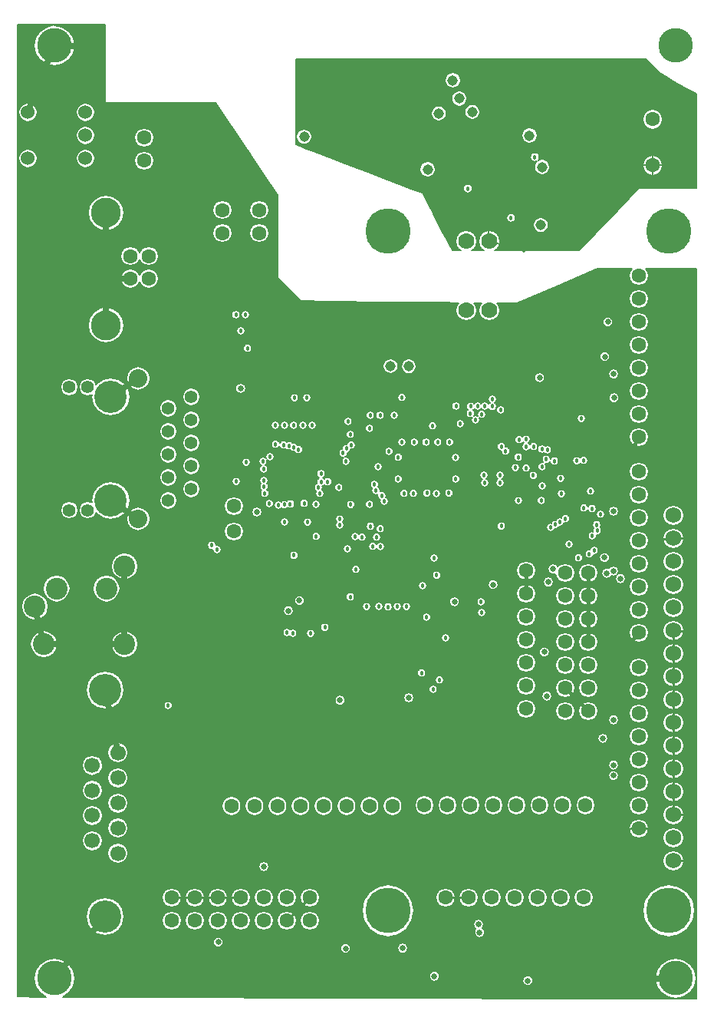
<source format=gbr>
G04 (created by PCBNEW-RS274X (2010-03-14)-final) date Thu 13 Oct 2011 09:10:50 PM EDT*
G01*
G70*
G90*
%MOIN*%
G04 Gerber Fmt 3.4, Leading zero omitted, Abs format*
%FSLAX34Y34*%
G04 APERTURE LIST*
%ADD10C,0.001000*%
%ADD11C,0.150000*%
%ADD12C,0.063000*%
%ADD13C,0.129900*%
%ADD14C,0.060000*%
%ADD15C,0.094500*%
%ADD16C,0.140000*%
%ADD17C,0.066900*%
%ADD18C,0.068900*%
%ADD19C,0.196900*%
%ADD20C,0.080000*%
%ADD21C,0.055000*%
%ADD22C,0.070000*%
%ADD23C,0.018000*%
%ADD24C,0.025000*%
%ADD25C,0.045000*%
%ADD26C,0.010000*%
%ADD27C,0.015000*%
%ADD28C,0.025000*%
%ADD29C,0.008000*%
%ADD30C,0.005000*%
%ADD31C,0.007000*%
G04 APERTURE END LIST*
G54D10*
G54D11*
X18000Y-32000D03*
X-09000Y08500D03*
X18000Y08500D03*
X-09000Y-32000D03*
G54D12*
X-05100Y03500D03*
X-05100Y04500D03*
X-01699Y01364D03*
X-01699Y00364D03*
X-00099Y01364D03*
X-00099Y00364D03*
X11500Y-14300D03*
X11500Y-15300D03*
X11500Y-16300D03*
X11500Y-17300D03*
X11500Y-18300D03*
X11500Y-19300D03*
X11500Y-20300D03*
X14200Y-20400D03*
X13200Y-20400D03*
X14200Y-19400D03*
X13200Y-19400D03*
X14200Y-18400D03*
X13200Y-18400D03*
X14200Y-17400D03*
X13200Y-17400D03*
X14200Y-16400D03*
X13200Y-16400D03*
X14200Y-15400D03*
X13200Y-15400D03*
X14200Y-14400D03*
X13200Y-14400D03*
X16400Y-01500D03*
X16400Y-02500D03*
X16400Y-04500D03*
X16400Y-05500D03*
X16400Y-06500D03*
X16400Y-07500D03*
X16400Y-08500D03*
X16400Y-03500D03*
X16400Y-10000D03*
X16400Y-11000D03*
X16400Y-13000D03*
X16400Y-14000D03*
X16400Y-15000D03*
X16400Y-16000D03*
X16400Y-17000D03*
X16400Y-12000D03*
X16400Y-18500D03*
X16400Y-19500D03*
X16400Y-21500D03*
X16400Y-22500D03*
X16400Y-23500D03*
X16400Y-24500D03*
X16400Y-25500D03*
X16400Y-20500D03*
G54D13*
X-06760Y01241D03*
X-06760Y-03641D03*
G54D12*
X-05693Y-00637D03*
X-04906Y-00637D03*
X-04906Y-01621D03*
X-05693Y-01621D03*
G54D14*
X-07650Y03600D03*
X-07650Y04600D03*
X-07650Y05600D03*
X-10150Y05600D03*
X-10150Y03600D03*
G54D15*
X-09849Y-15859D03*
X-08904Y-15072D03*
X-06739Y-15072D03*
X-05951Y-14107D03*
X-05951Y-17493D03*
X-09455Y-17493D03*
G54D12*
X03690Y-24510D03*
X04690Y-24510D03*
X05690Y-24510D03*
X02690Y-24510D03*
X01690Y-24510D03*
X00690Y-24510D03*
X-00310Y-24510D03*
X-01310Y-24510D03*
X14083Y-24496D03*
X13083Y-24496D03*
X12083Y-24496D03*
X11083Y-24496D03*
X10083Y-24496D03*
X09083Y-24496D03*
X08083Y-24496D03*
X07083Y-24496D03*
G54D16*
X-06800Y-19480D03*
G54D17*
X-06241Y-22206D03*
X-06241Y-23297D03*
X-06241Y-24387D03*
X-06241Y-25478D03*
X-06241Y-26569D03*
X-07359Y-22752D03*
X-07359Y-23842D03*
X-07359Y-24933D03*
X-07359Y-26023D03*
G54D16*
X-06800Y-29319D03*
G54D18*
X17900Y-26898D03*
X17900Y-25898D03*
X17900Y-24898D03*
X17900Y-23898D03*
X17900Y-22898D03*
X17900Y-21898D03*
X17900Y-20898D03*
X17900Y-19898D03*
X17900Y-18898D03*
X17900Y-17898D03*
X17900Y-16898D03*
X17900Y-15898D03*
X17900Y-14898D03*
X17900Y-13898D03*
X17900Y-12898D03*
X17900Y-11898D03*
G54D19*
X17703Y-29063D03*
X05498Y-29063D03*
X05498Y00464D03*
X17703Y00464D03*
G54D12*
X02100Y-28500D03*
X02100Y-29500D03*
X01100Y-28500D03*
X01100Y-29500D03*
X00100Y-28500D03*
X00100Y-29500D03*
X-00900Y-28500D03*
X-00900Y-29500D03*
X-01900Y-28500D03*
X-01900Y-29500D03*
X-02900Y-28500D03*
X-02900Y-29500D03*
X-03900Y-28500D03*
X-03900Y-29500D03*
X08000Y-28500D03*
X09000Y-28500D03*
X10000Y-28500D03*
X11000Y-28500D03*
X12000Y-28500D03*
X13000Y-28500D03*
X14000Y-28500D03*
G54D16*
X-06550Y-06750D03*
X-06550Y-11250D03*
G54D20*
X-05350Y-05950D03*
X-05350Y-12050D03*
G54D21*
X-07550Y-06330D03*
X-08350Y-06330D03*
X-07550Y-11670D03*
X-08350Y-11670D03*
X-03050Y-06750D03*
X-04050Y-07250D03*
X-03050Y-07750D03*
X-04050Y-08250D03*
X-03050Y-08750D03*
X-04050Y-09250D03*
X-03050Y-09750D03*
X-04050Y-10250D03*
X-03050Y-10750D03*
X-04050Y-11250D03*
G54D22*
X08900Y-03000D03*
X09900Y-03000D03*
X09900Y00000D03*
X08900Y00000D03*
G54D12*
X17000Y05300D03*
X17000Y03300D03*
X-01200Y-11500D03*
X-01200Y-12600D03*
G54D23*
X03859Y-08377D03*
X01854Y-11374D03*
X14014Y-11576D03*
X10421Y-12362D03*
X04107Y-14237D03*
X04573Y-15863D03*
X00101Y-10385D03*
X01251Y-11401D03*
X00367Y-09353D03*
X01615Y-09038D03*
X-00662Y-09598D03*
X00601Y-07989D03*
X00998Y-07986D03*
X01395Y-07986D03*
X01799Y-07986D03*
X04969Y-10816D03*
X02539Y-10943D03*
G54D24*
X15297Y-23200D03*
X15603Y-14641D03*
X15320Y-06792D03*
G54D23*
X13784Y-13740D03*
X07999Y-17215D03*
X05901Y-15859D03*
X07503Y-13755D03*
X07177Y-16324D03*
G54D24*
X15309Y-05761D03*
X15301Y-14316D03*
X15305Y-22738D03*
G54D23*
X09563Y-16121D03*
X06302Y-15863D03*
X04731Y-12368D03*
X14739Y-11844D03*
X05160Y-12475D03*
X14368Y-11601D03*
X03857Y-15435D03*
X03740Y-13351D03*
X04997Y-12836D03*
X14574Y-12301D03*
X02754Y-16764D03*
X02132Y-17025D03*
X04067Y-12823D03*
X14459Y-13424D03*
X05169Y-13251D03*
X14383Y-12787D03*
X04833Y-13240D03*
X14589Y-12561D03*
X04367Y-12837D03*
X14244Y-13571D03*
X04693Y-11418D03*
X01353Y-17011D03*
X03883Y-11425D03*
X01119Y-16989D03*
X02476Y-10696D03*
X04910Y-10552D03*
X03757Y-07821D03*
X02595Y-10439D03*
X05231Y-11040D03*
X-02163Y-13200D03*
X00112Y-10638D03*
X03902Y-08837D03*
X00998Y-11428D03*
X02372Y-11420D03*
X03676Y-09546D03*
X00734Y-11447D03*
X03549Y-09199D03*
X00348Y-11383D03*
X00150Y-10936D03*
X03690Y-08994D03*
X12187Y-09020D03*
X09390Y-07153D03*
X09544Y-15652D03*
G54D24*
X14922Y-05004D03*
X14912Y-13729D03*
X15010Y-14409D03*
X14840Y-21580D03*
G54D23*
X05501Y-15868D03*
X11158Y-09369D03*
X09309Y-07757D03*
X05104Y-15854D03*
X07615Y-14498D03*
X06956Y-18737D03*
X09084Y-07468D03*
X11813Y-10162D03*
X11035Y-09829D03*
X09090Y-07165D03*
G54D24*
X12674Y-14225D03*
G54D23*
X05330Y-11278D03*
X-01927Y-13379D03*
X02587Y-10085D03*
X02878Y-10435D03*
G54D24*
X12472Y-14791D03*
G54D23*
X11882Y03663D03*
G54D25*
X11648Y04597D03*
X12139Y00713D03*
X12198Y03226D03*
G54D24*
X-00907Y-06384D03*
G54D25*
X06396Y-05431D03*
X05614Y-05422D03*
G54D23*
X-00698Y-08993D03*
G54D24*
X-00309Y-03381D03*
X-00307Y-03688D03*
X-01492Y-03688D03*
X-01500Y-03378D03*
X-00899Y-02621D03*
X-00903Y-01844D03*
X-00899Y-01015D03*
X-00888Y-00336D03*
G54D23*
X-01097Y-04396D03*
G54D24*
X10098Y-17261D03*
X10691Y-17834D03*
G54D23*
X12597Y-06065D03*
X13198Y-06013D03*
X12035Y-06392D03*
G54D25*
X05501Y-04794D03*
G54D24*
X-02264Y-30549D03*
X05399Y-31016D03*
X04392Y-31013D03*
X06687Y-31888D03*
X11298Y-30397D03*
X10266Y-29399D03*
G54D25*
X-02102Y05592D03*
X-04044Y05582D03*
G54D23*
X07753Y-05296D03*
X09896Y-03927D03*
X09986Y-06120D03*
G54D25*
X06375Y-26692D03*
X14599Y-26688D03*
X-01795Y-26712D03*
G54D24*
X11583Y-31700D03*
X03891Y-29550D03*
G54D23*
X01299Y-09872D03*
X01622Y-10194D03*
X00946Y-10209D03*
X01295Y-10554D03*
X02841Y-09170D03*
X02877Y-08093D03*
X03303Y-06907D03*
X00868Y-06397D03*
G54D24*
X00721Y-15281D03*
X-00491Y-14328D03*
X00897Y-13604D03*
G54D23*
X01830Y-13195D03*
G54D24*
X07489Y-16159D03*
X02550Y-15603D03*
X02389Y-13744D03*
G54D23*
X01504Y-12197D03*
X04362Y-06820D03*
X06097Y-07539D03*
X07355Y-07494D03*
X06967Y-08015D03*
X05091Y-08619D03*
X05519Y-09788D03*
X05498Y-10364D03*
X07196Y-10307D03*
X06576Y-09995D03*
X06570Y-09357D03*
X07196Y-09372D03*
X07827Y-09385D03*
X06570Y-10307D03*
X07837Y-10314D03*
X07821Y-09688D03*
X06877Y-09679D03*
X07199Y-09998D03*
X07199Y-09998D03*
X07514Y-09995D03*
X07199Y-09685D03*
G54D24*
X07693Y-06297D03*
X12269Y-17039D03*
X00843Y-18003D03*
X03555Y-17528D03*
X06178Y-17956D03*
X03597Y-20667D03*
X06841Y-20401D03*
X05992Y-19419D03*
X-01960Y-20492D03*
X-03739Y-20142D03*
X-02240Y-23601D03*
X02888Y-19373D03*
G54D23*
X04189Y-13215D03*
X04687Y-08734D03*
X10404Y-12968D03*
X10336Y-06858D03*
X01397Y-07583D03*
X13821Y-11445D03*
X13054Y-11337D03*
X12159Y-10973D03*
X13008Y-10625D03*
X12173Y-10231D03*
X12971Y-09944D03*
X13862Y-08527D03*
X13359Y-13590D03*
G54D24*
X15030Y-01497D03*
X15305Y-10695D03*
X15296Y-12718D03*
X15305Y-18186D03*
X15324Y-21195D03*
X-00291Y-12766D03*
G54D23*
X00201Y-12175D03*
X-03586Y-18200D03*
X00556Y-07402D03*
X-00049Y-08250D03*
G54D24*
X15301Y-10249D03*
X08897Y-10345D03*
G54D23*
X-00397Y-11222D03*
X-00716Y-10603D03*
G54D24*
X15079Y-04499D03*
X08113Y-19699D03*
X-03995Y-23838D03*
G54D23*
X04031Y-07951D03*
G54D24*
X07765Y-11498D03*
X-00100Y-04527D03*
G54D25*
X08540Y04021D03*
X10989Y06038D03*
X11615Y05592D03*
X08040Y04408D03*
X13699Y00604D03*
G54D23*
X11401Y-00390D03*
X10199Y03801D03*
G54D25*
X02819Y04567D03*
X11600Y01198D03*
G54D23*
X03407Y-12322D03*
X11498Y-09843D03*
X09568Y-07504D03*
X09698Y-10490D03*
X12563Y-12421D03*
X10366Y-10485D03*
X12973Y-12183D03*
X05071Y-09790D03*
X09672Y-10147D03*
X12768Y-12296D03*
X10369Y-10148D03*
X13215Y-12038D03*
X05549Y-09121D03*
X01968Y-06794D03*
X07739Y-19041D03*
X-00903Y-03882D03*
X-01113Y-03187D03*
X-00693Y-03187D03*
X-00609Y-04641D03*
X09711Y-07153D03*
X13702Y-09532D03*
X10428Y-08906D03*
X13997Y-09507D03*
X11821Y-08904D03*
X10031Y-06855D03*
X11509Y-08911D03*
X10033Y-07166D03*
X11503Y-08594D03*
X10395Y-07320D03*
X12727Y-09535D03*
X08643Y-07911D03*
X12420Y-09053D03*
X10616Y-09103D03*
X12376Y-09466D03*
X08454Y-07156D03*
X01186Y-08868D03*
X03407Y-12059D03*
X00062Y-09551D03*
X00611Y-08805D03*
G54D24*
X09481Y-30011D03*
G54D23*
X00958Y-08836D03*
X01408Y-08937D03*
G54D24*
X09431Y-29658D03*
G54D23*
X00090Y-09880D03*
X10847Y01023D03*
X08968Y02296D03*
G54D25*
X07228Y03127D03*
X01853Y04547D03*
X08317Y06990D03*
X09164Y05618D03*
X08596Y06202D03*
X07703Y05556D03*
G54D23*
X06650Y-08717D03*
X07153Y-08719D03*
X07656Y-08723D03*
X08184Y-08724D03*
X06099Y-08720D03*
X08436Y-09385D03*
X05949Y-09371D03*
X07438Y-08009D03*
X-01101Y-10431D03*
X11194Y-08609D03*
X12159Y-11257D03*
X12205Y-10622D03*
X12192Y-09779D03*
X13035Y-10961D03*
X13003Y-10292D03*
X11166Y-11258D03*
X06195Y-10942D03*
X06601Y-10939D03*
X07192Y-10928D03*
X07596Y-10945D03*
X08150Y-10928D03*
X05948Y-10320D03*
X08450Y-10323D03*
X03361Y-10690D03*
X02003Y-12197D03*
X02378Y-12809D03*
G54D24*
X01168Y-16036D03*
X01652Y-15599D03*
G54D23*
X07003Y-14950D03*
G54D24*
X10064Y-14904D03*
X08390Y-15646D03*
X12292Y-17833D03*
X12409Y-19741D03*
G54D23*
X13371Y-13152D03*
X02208Y-07983D03*
X01429Y-06793D03*
G54D24*
X03413Y-19926D03*
X06404Y-19820D03*
G54D23*
X13904Y-07692D03*
X14299Y-10842D03*
X01003Y-12179D03*
X01412Y-13634D03*
X07461Y-19450D03*
X-04051Y-20158D03*
G54D24*
X15053Y-03499D03*
X15300Y-11719D03*
X15306Y-20776D03*
G54D23*
X04688Y-08114D03*
X04727Y-07545D03*
X05154Y-07546D03*
X05774Y-07546D03*
X06098Y-06771D03*
G54D24*
X-00202Y-11752D03*
X00099Y-27145D03*
X07519Y-31907D03*
X11580Y-32104D03*
X12087Y-05914D03*
X-01877Y-30432D03*
X06137Y-30694D03*
X03657Y-30703D03*
G54D26*
X17899Y-12898D02*
X18546Y-12887D01*
X17899Y-12898D02*
X17231Y-12910D01*
G54D27*
X16400Y-08500D02*
X16021Y-09123D01*
X16400Y-17000D02*
X15923Y-17521D01*
X14200Y-20400D02*
X13200Y-19400D01*
X14200Y-17400D02*
X14200Y-16400D01*
X14200Y-16400D02*
X14200Y-14400D01*
X11500Y-14300D02*
X11500Y-15300D01*
G54D26*
X17900Y-26898D02*
X18561Y-26876D01*
X17900Y-24898D02*
X18546Y-24885D01*
X17900Y-24898D02*
X17900Y-23898D01*
X17900Y-23898D02*
X17900Y-22898D01*
X17900Y-22898D02*
X17900Y-21898D01*
X17900Y-21898D02*
X17900Y-20898D01*
X17900Y-20898D02*
X17900Y-19898D01*
X17900Y-19898D02*
X17900Y-18898D01*
X17900Y-18898D02*
X17900Y-17898D01*
X17900Y-17898D02*
X17900Y-16898D01*
X17900Y-16898D02*
X18569Y-16901D01*
G54D28*
X-09000Y08500D02*
X-10150Y05600D01*
X-09000Y08500D02*
X-06910Y08433D01*
X-06760Y01241D02*
X-06760Y-03641D01*
X-05693Y-01621D02*
X-06760Y-01635D01*
X-05350Y-05950D02*
X-06550Y-06750D01*
X-06550Y-11250D02*
X-05350Y-12050D01*
X-05951Y-14107D02*
X-05951Y-17493D01*
X-05951Y-17493D02*
X-09455Y-17493D01*
X-09455Y-17493D02*
X-09849Y-15859D01*
X-06800Y-19480D02*
X-06241Y-22206D01*
X-06800Y-29319D02*
X-09000Y-32000D01*
X18000Y-32000D02*
X14407Y-32109D01*
G54D26*
X16400Y-25500D02*
X15608Y-25502D01*
X16400Y-25500D02*
X17118Y-25479D01*
X-03900Y-28500D02*
X-02900Y-28500D01*
X-03044Y-28500D02*
X-01900Y-28500D01*
X-01900Y-28500D02*
X-00900Y-28500D01*
X01100Y-29500D02*
X02100Y-28500D01*
X08000Y-28500D02*
X09000Y-28500D01*
G54D29*
X17000Y03300D02*
X17017Y03988D01*
X17000Y03300D02*
X17674Y03308D01*
X17000Y03300D02*
X16986Y02565D01*
X17000Y03300D02*
X16265Y03304D01*
X09900Y00000D02*
X09883Y00578D01*
X09900Y00000D02*
X10382Y-00125D01*
G54D10*
G36*
X16796Y-19336D02*
X16703Y-19197D01*
X17440Y-18898D01*
X16796Y-19336D01*
X16796Y-19336D01*
G37*
G54D30*
X16796Y-19336D02*
X16703Y-19197D01*
X17440Y-18898D01*
X16796Y-19336D01*
G54D10*
G36*
X17671Y-05071D02*
X18900Y-02845D01*
X18900Y-05071D01*
X17671Y-05071D01*
X17671Y-05071D01*
G37*
G54D30*
X17671Y-05071D02*
X18900Y-02845D01*
X18900Y-05071D01*
X17671Y-05071D01*
G54D10*
G36*
X17671Y-02845D02*
X18900Y-01200D01*
X18900Y-02845D01*
X17671Y-02845D01*
X17671Y-02845D01*
G37*
G54D30*
X17671Y-02845D02*
X18900Y-01200D01*
X18900Y-02845D01*
X17671Y-02845D01*
G54D10*
G36*
X17900Y-27358D02*
X17703Y-27924D01*
X17671Y-27334D01*
X17900Y-27358D01*
X17900Y-27358D01*
G37*
G54D30*
X17900Y-27358D02*
X17703Y-27924D01*
X17671Y-27334D01*
X17900Y-27358D01*
G54D10*
G36*
X18900Y-18187D02*
X18900Y-18629D01*
X18225Y-18573D01*
X18900Y-18187D01*
X18900Y-18187D01*
G37*
G54D30*
X18900Y-18187D02*
X18900Y-18629D01*
X18225Y-18573D01*
X18900Y-18187D01*
G54D10*
G36*
X18900Y-07297D02*
X18900Y-08411D01*
X17671Y-07297D01*
X18900Y-07297D01*
X18900Y-07297D01*
G37*
G54D30*
X18900Y-07297D02*
X18900Y-08411D01*
X17671Y-07297D01*
X18900Y-07297D01*
G54D10*
G36*
X18900Y-05071D02*
X18900Y-06184D01*
X17671Y-05071D01*
X18900Y-05071D01*
X18900Y-05071D01*
G37*
G54D30*
X18900Y-05071D02*
X18900Y-06184D01*
X17671Y-05071D01*
X18900Y-05071D01*
G54D10*
G36*
X17671Y-02845D02*
X18900Y-02845D01*
X17671Y-05071D01*
X17671Y-02845D01*
X17671Y-02845D01*
G37*
G54D30*
X17671Y-02845D02*
X18900Y-02845D01*
X17671Y-05071D01*
X17671Y-02845D01*
G54D10*
G36*
X15212Y-31787D02*
X14002Y-32883D01*
X12754Y-31787D01*
X15212Y-31787D01*
X15212Y-31787D01*
G37*
G54D30*
X15212Y-31787D02*
X14002Y-32883D01*
X12754Y-31787D01*
X15212Y-31787D01*
G54D10*
G36*
X12754Y-31787D02*
X12754Y-29561D01*
X15212Y-29561D01*
X12754Y-31787D01*
X12754Y-31787D01*
G37*
G54D30*
X12754Y-31787D02*
X12754Y-29561D01*
X15212Y-29561D01*
X12754Y-31787D01*
G54D10*
G36*
X18325Y-22074D02*
X18360Y-21898D01*
X18900Y-22331D01*
X18325Y-22074D01*
X18325Y-22074D01*
G37*
G54D30*
X18325Y-22074D02*
X18360Y-21898D01*
X18900Y-22331D01*
X18325Y-22074D01*
G54D10*
G36*
X18360Y-12898D02*
X18900Y-13227D01*
X18325Y-13074D01*
X18360Y-12898D01*
X18360Y-12898D01*
G37*
G54D30*
X18360Y-12898D02*
X18900Y-13227D01*
X18325Y-13074D01*
X18360Y-12898D01*
G54D10*
G36*
X15212Y-31787D02*
X15212Y-32888D01*
X14002Y-32883D01*
X15212Y-31787D01*
X15212Y-31787D01*
G37*
G54D30*
X15212Y-31787D02*
X15212Y-32888D01*
X14002Y-32883D01*
X15212Y-31787D01*
G54D10*
G36*
X15212Y-29561D02*
X15212Y-31787D01*
X12754Y-31787D01*
X15212Y-29561D01*
X15212Y-29561D01*
G37*
G54D30*
X15212Y-29561D02*
X15212Y-31787D01*
X12754Y-31787D01*
X15212Y-29561D01*
G54D10*
G36*
X12754Y-27334D02*
X14083Y-24925D01*
X15212Y-27334D01*
X12754Y-27334D01*
X12754Y-27334D01*
G37*
G54D30*
X12754Y-27334D02*
X14083Y-24925D01*
X15212Y-27334D01*
X12754Y-27334D01*
G54D10*
G36*
X12754Y-29561D02*
X11580Y-31877D01*
X10296Y-29561D01*
X12754Y-29561D01*
X12754Y-29561D01*
G37*
G54D30*
X12754Y-29561D02*
X11580Y-31877D01*
X10296Y-29561D01*
X12754Y-29561D01*
G54D10*
G36*
X10296Y-29561D02*
X09641Y-29571D01*
X10000Y-28929D01*
X10296Y-29561D01*
X10296Y-29561D01*
G37*
G54D30*
X10296Y-29561D02*
X09641Y-29571D01*
X10000Y-28929D01*
X10296Y-29561D01*
G54D10*
G36*
X12587Y-14015D02*
X12563Y-12611D01*
X12674Y-13998D01*
X12587Y-14015D01*
X12587Y-14015D01*
G37*
G54D30*
X12587Y-14015D02*
X12563Y-12611D01*
X12674Y-13998D01*
X12587Y-14015D01*
G54D10*
G36*
X10296Y-18429D02*
X10296Y-20655D01*
X07915Y-19114D01*
X10296Y-18429D01*
X10296Y-18429D01*
G37*
G54D30*
X10296Y-18429D02*
X10296Y-20655D01*
X07915Y-19114D01*
X10296Y-18429D01*
G54D10*
G36*
X07837Y-31787D02*
X10296Y-31787D01*
X08837Y-32866D01*
X07837Y-31787D01*
X07837Y-31787D01*
G37*
G54D30*
X07837Y-31787D02*
X10296Y-31787D01*
X08837Y-32866D01*
X07837Y-31787D01*
G54D10*
G36*
X10296Y-27334D02*
X11247Y-24892D01*
X12754Y-27334D01*
X10296Y-27334D01*
X10296Y-27334D01*
G37*
G54D30*
X10296Y-27334D02*
X11247Y-24892D01*
X12754Y-27334D01*
X10296Y-27334D01*
G54D10*
G36*
X09270Y-29819D02*
X09319Y-29852D01*
X09271Y-29924D01*
X09270Y-29819D01*
X09270Y-29819D01*
G37*
G54D30*
X09270Y-29819D02*
X09319Y-29852D01*
X09271Y-29924D01*
X09270Y-29819D01*
G54D10*
G36*
X10296Y-22882D02*
X11500Y-20729D01*
X12754Y-22882D01*
X10296Y-22882D01*
X10296Y-22882D01*
G37*
G54D30*
X10296Y-22882D02*
X11500Y-20729D01*
X12754Y-22882D01*
X10296Y-22882D01*
G54D10*
G36*
X07837Y-22882D02*
X07837Y-20655D01*
X10296Y-20655D01*
X07837Y-22882D01*
X07837Y-22882D01*
G37*
G54D30*
X07837Y-22882D02*
X07837Y-20655D01*
X10296Y-20655D01*
X07837Y-22882D01*
G54D10*
G36*
X07929Y-19041D02*
X07915Y-18968D01*
X10296Y-18429D01*
X07929Y-19041D01*
X07929Y-19041D01*
G37*
G54D30*
X07929Y-19041D02*
X07915Y-18968D01*
X10296Y-18429D01*
X07929Y-19041D01*
G54D10*
G36*
X10209Y-07093D02*
X10322Y-07144D01*
X10223Y-07166D01*
X10209Y-07093D01*
X10209Y-07093D01*
G37*
G54D30*
X10209Y-07093D02*
X10322Y-07144D01*
X10223Y-07166D01*
X10209Y-07093D01*
G54D10*
G36*
X10296Y-05071D02*
X11100Y-02700D01*
X12754Y-05071D01*
X10296Y-05071D01*
X10296Y-05071D01*
G37*
G54D30*
X10296Y-05071D02*
X11100Y-02700D01*
X12754Y-05071D01*
X10296Y-05071D01*
G54D10*
G36*
X05379Y-22882D02*
X05379Y-20655D01*
X07837Y-20655D01*
X05379Y-22882D01*
X05379Y-22882D01*
G37*
G54D30*
X05379Y-22882D02*
X05379Y-20655D01*
X07837Y-20655D01*
X05379Y-22882D01*
G54D10*
G36*
X06637Y-29063D02*
X07697Y-28803D01*
X07837Y-29561D01*
X06637Y-29063D01*
X06637Y-29063D01*
G37*
G54D30*
X06637Y-29063D02*
X07697Y-28803D01*
X07837Y-29561D01*
X06637Y-29063D01*
G54D10*
G36*
X07837Y-27334D02*
X09083Y-24925D01*
X10296Y-27334D01*
X07837Y-27334D01*
X07837Y-27334D01*
G37*
G54D30*
X07837Y-27334D02*
X09083Y-24925D01*
X10296Y-27334D01*
X07837Y-27334D01*
G54D10*
G36*
X10296Y-20655D02*
X10296Y-22882D01*
X07837Y-22882D01*
X10296Y-20655D01*
X10296Y-20655D01*
G37*
G54D30*
X10296Y-20655D02*
X10296Y-22882D01*
X07837Y-22882D01*
X10296Y-20655D01*
G54D10*
G36*
X07837Y-20655D02*
X07874Y-19176D01*
X10296Y-20655D01*
X07837Y-20655D01*
X07837Y-20655D01*
G37*
G54D30*
X07837Y-20655D02*
X07874Y-19176D01*
X10296Y-20655D01*
X07837Y-20655D01*
G54D10*
G36*
X05379Y-13976D02*
X05304Y-13386D01*
X05345Y-13324D01*
X05379Y-13976D01*
X05379Y-13976D01*
G37*
G54D30*
X05379Y-13976D02*
X05304Y-13386D01*
X05345Y-13324D01*
X05379Y-13976D01*
G54D10*
G36*
X05379Y-02845D02*
X05604Y-02642D01*
X06396Y-05098D01*
X05379Y-02845D01*
X05379Y-02845D01*
G37*
G54D30*
X05379Y-02845D02*
X05604Y-02642D01*
X06396Y-05098D01*
X05379Y-02845D01*
G54D10*
G36*
X05379Y-02845D02*
X05379Y-02639D01*
X05604Y-02642D01*
X05379Y-02845D01*
X05379Y-02845D01*
G37*
G54D30*
X05379Y-02845D02*
X05379Y-02639D01*
X05604Y-02642D01*
X05379Y-02845D01*
G54D10*
G36*
X10296Y-32871D02*
X08837Y-32866D01*
X10296Y-31787D01*
X10296Y-32871D01*
X10296Y-32871D01*
G37*
G54D30*
X10296Y-32871D02*
X08837Y-32866D01*
X10296Y-31787D01*
X10296Y-32871D01*
G54D10*
G36*
X05379Y-27334D02*
X06919Y-24892D01*
X07837Y-27334D01*
X05379Y-27334D01*
X05379Y-27334D01*
G37*
G54D30*
X05379Y-27334D02*
X06919Y-24892D01*
X07837Y-27334D01*
X05379Y-27334D01*
G54D10*
G36*
X06086Y-24346D02*
X06687Y-24332D01*
X06654Y-24496D01*
X06086Y-24346D01*
X06086Y-24346D01*
G37*
G54D30*
X06086Y-24346D02*
X06687Y-24332D01*
X06654Y-24496D01*
X06086Y-24346D01*
G54D10*
G36*
X07837Y-20655D02*
X07837Y-22882D01*
X05379Y-22882D01*
X07837Y-20655D01*
X07837Y-20655D01*
G37*
G54D30*
X07837Y-20655D02*
X07837Y-22882D01*
X05379Y-22882D01*
X07837Y-20655D01*
G54D10*
G36*
X05379Y-16203D02*
X05901Y-16049D01*
X05379Y-18429D01*
X05379Y-16203D01*
X05379Y-16203D01*
G37*
G54D30*
X05379Y-16203D02*
X05901Y-16049D01*
X05379Y-18429D01*
X05379Y-16203D01*
G54D10*
G36*
X03231Y-12132D02*
X03270Y-12191D01*
X03231Y-12249D01*
X03231Y-12132D01*
X03231Y-12132D01*
G37*
G54D30*
X03231Y-12132D02*
X03270Y-12191D01*
X03231Y-12249D01*
X03231Y-12132D01*
G54D10*
G36*
X06233Y-06906D02*
X06274Y-06844D01*
X07303Y-07874D01*
X06233Y-06906D01*
X06233Y-06906D01*
G37*
G54D30*
X06233Y-06906D02*
X06274Y-06844D01*
X07303Y-07874D01*
X06233Y-06906D01*
G54D10*
G36*
X02554Y-12736D02*
X02513Y-12674D01*
X03231Y-12395D01*
X02554Y-12736D01*
X02554Y-12736D01*
G37*
G54D30*
X02554Y-12736D02*
X02513Y-12674D01*
X03231Y-12395D01*
X02554Y-12736D01*
G54D10*
G36*
X07837Y-02845D02*
X06396Y-05098D01*
X05604Y-02642D01*
X07837Y-02845D01*
X07837Y-02845D01*
G37*
G54D30*
X07837Y-02845D02*
X06396Y-05098D01*
X05604Y-02642D01*
X07837Y-02845D01*
G54D10*
G36*
X05379Y-05071D02*
X05486Y-05114D01*
X05378Y-05186D01*
X05379Y-05071D01*
X05379Y-05071D01*
G37*
G54D30*
X05379Y-05071D02*
X05486Y-05114D01*
X05378Y-05186D01*
X05379Y-05071D01*
G54D10*
G36*
X02921Y-05071D02*
X02921Y-02845D01*
X05379Y-02845D01*
X02921Y-05071D01*
X02921Y-05071D01*
G37*
G54D30*
X02921Y-05071D02*
X02921Y-02845D01*
X05379Y-02845D01*
X02921Y-05071D01*
G54D10*
G36*
X02921Y-27334D02*
X03854Y-24906D01*
X05379Y-27334D01*
X02921Y-27334D01*
X02921Y-27334D01*
G37*
G54D30*
X02921Y-27334D02*
X03854Y-24906D01*
X05379Y-27334D01*
X02921Y-27334D01*
G54D10*
G36*
X04086Y-24346D02*
X04294Y-24346D01*
X04261Y-24510D01*
X04086Y-24346D01*
X04086Y-24346D01*
G37*
G54D30*
X04086Y-24346D02*
X04294Y-24346D01*
X04261Y-24510D01*
X04086Y-24346D01*
G54D10*
G36*
X02921Y-22882D02*
X02921Y-20655D01*
X05379Y-20655D01*
X02921Y-22882D01*
X02921Y-22882D01*
G37*
G54D30*
X02921Y-22882D02*
X02921Y-20655D01*
X05379Y-20655D01*
X02921Y-22882D01*
G54D10*
G36*
X02921Y-22882D02*
X01690Y-24081D01*
X00462Y-22882D01*
X02921Y-22882D01*
X02921Y-22882D01*
G37*
G54D30*
X02921Y-22882D02*
X01690Y-24081D01*
X00462Y-22882D01*
X02921Y-22882D01*
G54D10*
G36*
X00462Y-20655D02*
X00462Y-18429D01*
X03203Y-19839D01*
X00462Y-20655D01*
X00462Y-20655D01*
G37*
G54D30*
X00462Y-20655D02*
X00462Y-18429D01*
X03203Y-19839D01*
X00462Y-20655D01*
G54D10*
G36*
X05379Y-02845D02*
X05379Y-05071D01*
X02921Y-05071D01*
X05379Y-02845D01*
X05379Y-02845D01*
G37*
G54D30*
X05379Y-02845D02*
X05379Y-05071D01*
X02921Y-05071D01*
X05379Y-02845D01*
G54D10*
G36*
X02921Y-02613D02*
X05379Y-02639D01*
X02921Y-02845D01*
X02921Y-02613D01*
X02921Y-02613D01*
G37*
G54D30*
X02921Y-02613D02*
X05379Y-02639D01*
X02921Y-02845D01*
X02921Y-02613D01*
G54D10*
G36*
X00462Y-02845D02*
X01700Y-02600D01*
X00462Y-05071D01*
X00462Y-02845D01*
X00462Y-02845D01*
G37*
G54D30*
X00462Y-02845D02*
X01700Y-02600D01*
X00462Y-05071D01*
X00462Y-02845D01*
G54D10*
G36*
X02529Y-28500D02*
X02496Y-28336D01*
X04446Y-28627D01*
X02529Y-28500D01*
X02529Y-28500D01*
G37*
G54D30*
X02529Y-28500D02*
X02496Y-28336D01*
X04446Y-28627D01*
X02529Y-28500D01*
G54D10*
G36*
X00462Y-27334D02*
X00309Y-27058D01*
X02921Y-27334D01*
X00462Y-27334D01*
X00462Y-27334D01*
G37*
G54D30*
X00462Y-27334D02*
X00309Y-27058D01*
X02921Y-27334D01*
X00462Y-27334D01*
G54D10*
G36*
X00462Y-22882D02*
X00462Y-20655D01*
X02921Y-20655D01*
X00462Y-22882D01*
X00462Y-22882D01*
G37*
G54D30*
X00462Y-22882D02*
X00462Y-20655D01*
X02921Y-20655D01*
X00462Y-22882D01*
G54D10*
G36*
X00462Y-20655D02*
X00462Y-22882D01*
X-01996Y-22882D01*
X00462Y-20655D01*
X00462Y-20655D01*
G37*
G54D30*
X00462Y-20655D02*
X00462Y-22882D01*
X-01996Y-22882D01*
X00462Y-20655D01*
G54D10*
G36*
X00462Y-18429D02*
X00462Y-20655D01*
X-01996Y-20655D01*
X00462Y-18429D01*
X00462Y-18429D01*
G37*
G54D30*
X00462Y-18429D02*
X00462Y-20655D01*
X-01996Y-20655D01*
X00462Y-18429D01*
G54D10*
G36*
X00462Y-16203D02*
X00462Y-18429D01*
X-01996Y-18429D01*
X00462Y-16203D01*
X00462Y-16203D01*
G37*
G54D30*
X00462Y-16203D02*
X00462Y-18429D01*
X-01996Y-18429D01*
X00462Y-16203D01*
G54D10*
G36*
X00462Y-13976D02*
X00462Y-16203D01*
X-01996Y-16203D01*
X00462Y-13976D01*
X00462Y-13976D01*
G37*
G54D30*
X00462Y-13976D02*
X00462Y-16203D01*
X-01996Y-16203D01*
X00462Y-13976D01*
G54D10*
G36*
X00462Y-05071D02*
X01700Y-02600D01*
X02921Y-05071D01*
X00462Y-05071D01*
X00462Y-05071D01*
G37*
G54D30*
X00462Y-05071D02*
X01700Y-02600D01*
X02921Y-05071D01*
X00462Y-05071D01*
G54D10*
G36*
X02921Y-07297D02*
X03567Y-07821D01*
X02398Y-07983D01*
X02921Y-07297D01*
X02921Y-07297D01*
G37*
G54D30*
X02921Y-07297D02*
X03567Y-07821D01*
X02398Y-07983D01*
X02921Y-07297D01*
G54D10*
G36*
X00700Y-00618D02*
X00462Y-00618D01*
X00700Y00224D01*
X00700Y-00618D01*
X00700Y-00618D01*
G37*
G54D30*
X00700Y-00618D02*
X00462Y-00618D01*
X00700Y00224D01*
X00700Y-00618D01*
G54D10*
G36*
X00462Y01608D02*
X00700Y02000D01*
X00700Y01608D01*
X00462Y01608D01*
X00462Y01608D01*
G37*
G54D30*
X00462Y01608D02*
X00700Y02000D01*
X00700Y01608D01*
X00462Y01608D01*
G54D10*
G36*
X00462Y-00618D02*
X00700Y-01600D01*
X-01996Y-00618D01*
X00462Y-00618D01*
X00462Y-00618D01*
G37*
G54D30*
X00462Y-00618D02*
X00700Y-01600D01*
X-01996Y-00618D01*
X00462Y-00618D01*
G54D10*
G36*
X-01996Y-22882D02*
X-01996Y-20655D01*
X00462Y-20655D01*
X-01996Y-22882D01*
X-01996Y-22882D01*
G37*
G54D30*
X-01996Y-22882D02*
X-01996Y-20655D01*
X00462Y-20655D01*
X-01996Y-22882D01*
G54D10*
G36*
X-01996Y-20655D02*
X-01996Y-18429D01*
X00462Y-18429D01*
X-01996Y-20655D01*
X-01996Y-20655D01*
G37*
G54D30*
X-01996Y-20655D02*
X-01996Y-18429D01*
X00462Y-18429D01*
X-01996Y-20655D01*
G54D10*
G36*
X-04454Y-25108D02*
X-04454Y-22882D01*
X-01706Y-24346D01*
X-04454Y-25108D01*
X-04454Y-25108D01*
G37*
G54D30*
X-04454Y-25108D02*
X-04454Y-22882D01*
X-01706Y-24346D01*
X-04454Y-25108D01*
G54D10*
G36*
X-01996Y-18429D02*
X-01996Y-16203D01*
X00462Y-16203D01*
X-01996Y-18429D01*
X-01996Y-18429D01*
G37*
G54D30*
X-01996Y-18429D02*
X-01996Y-16203D01*
X00462Y-16203D01*
X-01996Y-18429D01*
G54D10*
G36*
X-04454Y-22882D02*
X-03978Y-20334D01*
X-01996Y-22882D01*
X-04454Y-22882D01*
X-04454Y-22882D01*
G37*
G54D30*
X-04454Y-22882D02*
X-03978Y-20334D01*
X-01996Y-22882D01*
X-04454Y-22882D01*
G54D10*
G36*
X-01996Y-16203D02*
X-01996Y-13976D01*
X00462Y-13976D01*
X-01996Y-16203D01*
X-01996Y-16203D01*
G37*
G54D30*
X-01996Y-16203D02*
X-01996Y-13976D01*
X00462Y-13976D01*
X-01996Y-16203D01*
G54D10*
G36*
X00462Y-05071D02*
X01253Y-06720D01*
X-00680Y-06384D01*
X00462Y-05071D01*
X00462Y-05071D01*
G37*
G54D30*
X00462Y-05071D02*
X01253Y-06720D01*
X-00680Y-06384D01*
X00462Y-05071D01*
G54D10*
G36*
X00700Y-01600D02*
X-00693Y-02997D01*
X-01996Y-00618D01*
X00700Y-01600D01*
X00700Y-01600D01*
G37*
G54D30*
X00700Y-01600D02*
X-00693Y-02997D01*
X-01996Y-00618D01*
X00700Y-01600D01*
G54D10*
G36*
X-01996Y-00618D02*
X-01996Y-02845D01*
X-04477Y-01621D01*
X-01996Y-00618D01*
X-01996Y-00618D01*
G37*
G54D30*
X-01996Y-00618D02*
X-01996Y-02845D01*
X-04477Y-01621D01*
X-01996Y-00618D01*
G54D10*
G36*
X-01996Y-02845D02*
X-01996Y-05071D01*
X-04454Y-05071D01*
X-01996Y-02845D01*
X-01996Y-02845D01*
G37*
G54D30*
X-01996Y-02845D02*
X-01996Y-05071D01*
X-04454Y-05071D01*
X-01996Y-02845D01*
G54D10*
G36*
X-04454Y-02845D02*
X-04510Y-01785D01*
X-01996Y-02845D01*
X-04454Y-02845D01*
X-04454Y-02845D01*
G37*
G54D30*
X-04454Y-02845D02*
X-04510Y-01785D01*
X-01996Y-02845D01*
X-04454Y-02845D01*
G54D10*
G36*
X-01996Y03834D02*
X-02000Y06000D01*
X-00538Y03834D01*
X-01996Y03834D01*
X-01996Y03834D01*
G37*
G54D30*
X-01996Y03834D02*
X-02000Y06000D01*
X-00538Y03834D01*
X-01996Y03834D01*
G54D10*
G36*
X-04704Y03336D02*
X-02002Y01667D01*
X-04454Y01608D01*
X-04704Y03336D01*
X-04704Y03336D01*
G37*
G54D30*
X-04704Y03336D02*
X-02002Y01667D01*
X-04454Y01608D01*
X-04704Y03336D01*
G54D10*
G36*
X-02000Y06000D02*
X-01996Y03834D01*
X-04704Y04664D01*
X-02000Y06000D01*
X-02000Y06000D01*
G37*
G54D30*
X-02000Y06000D02*
X-01996Y03834D01*
X-04704Y04664D01*
X-02000Y06000D01*
G54D10*
G36*
X-06913Y-32813D02*
X-06913Y-31787D01*
X-05592Y-32817D01*
X-06913Y-32813D01*
X-06913Y-32813D01*
G37*
G54D30*
X-06913Y-32813D02*
X-06913Y-31787D01*
X-05592Y-32817D01*
X-06913Y-32813D01*
G54D10*
G36*
X-04454Y-27334D02*
X-04454Y-25108D01*
X-01996Y-25108D01*
X-04454Y-27334D01*
X-04454Y-27334D01*
G37*
G54D30*
X-04454Y-27334D02*
X-04454Y-25108D01*
X-01996Y-25108D01*
X-04454Y-27334D01*
G54D10*
G36*
X-06913Y-31787D02*
X-06480Y-30092D01*
X-04454Y-31787D01*
X-06913Y-31787D01*
X-06913Y-31787D01*
G37*
G54D30*
X-06913Y-31787D02*
X-06480Y-30092D01*
X-04454Y-31787D01*
X-06913Y-31787D01*
G54D10*
G36*
X-01996Y-22882D02*
X-01706Y-24346D01*
X-04454Y-22882D01*
X-01996Y-22882D01*
X-01996Y-22882D01*
G37*
G54D30*
X-01996Y-22882D02*
X-01706Y-24346D01*
X-04454Y-22882D01*
X-01996Y-22882D01*
G54D10*
G36*
X-04454Y-20655D02*
X-03978Y-20334D01*
X-04454Y-22882D01*
X-04454Y-20655D01*
X-04454Y-20655D01*
G37*
G54D30*
X-04454Y-20655D02*
X-03978Y-20334D01*
X-04454Y-22882D01*
X-04454Y-20655D01*
G54D10*
G36*
X-04454Y-18429D02*
X-04454Y-16203D01*
X-01996Y-16203D01*
X-04454Y-18429D01*
X-04454Y-18429D01*
G37*
G54D30*
X-04454Y-18429D02*
X-04454Y-16203D01*
X-01996Y-16203D01*
X-04454Y-18429D01*
G54D10*
G36*
X-02664Y-06750D02*
X-02693Y-06602D01*
X-01996Y-07297D01*
X-02664Y-06750D01*
X-02664Y-06750D01*
G37*
G54D30*
X-02664Y-06750D02*
X-02693Y-06602D01*
X-01996Y-07297D01*
X-02664Y-06750D01*
G54D10*
G36*
X-04454Y-05071D02*
X-04454Y-02845D01*
X-01996Y-02845D01*
X-04454Y-05071D01*
X-04454Y-05071D01*
G37*
G54D30*
X-04454Y-05071D02*
X-04454Y-02845D01*
X-01996Y-02845D01*
X-04454Y-05071D01*
G54D10*
G36*
X-05390Y-00940D02*
X-05209Y-00940D01*
X-05209Y-01318D01*
X-05390Y-00940D01*
X-05390Y-00940D01*
G37*
G54D30*
X-05390Y-00940D02*
X-05209Y-00940D01*
X-05209Y-01318D01*
X-05390Y-00940D01*
G54D10*
G36*
X-01996Y-31787D02*
X-03142Y-32825D01*
X-04454Y-31787D01*
X-01996Y-31787D01*
X-01996Y-31787D01*
G37*
G54D30*
X-01996Y-31787D02*
X-03142Y-32825D01*
X-04454Y-31787D01*
X-01996Y-31787D01*
G54D10*
G36*
X-06913Y-31787D02*
X-08178Y-31659D01*
X-07120Y-30092D01*
X-06913Y-31787D01*
X-06913Y-31787D01*
G37*
G54D30*
X-06913Y-31787D02*
X-08178Y-31659D01*
X-07120Y-30092D01*
X-06913Y-31787D01*
G54D10*
G36*
X-04454Y-11750D02*
X-04871Y-12249D01*
X-04831Y-12050D01*
X-04454Y-11750D01*
X-04454Y-11750D01*
G37*
G54D30*
X-04454Y-11750D02*
X-04871Y-12249D01*
X-04831Y-12050D01*
X-04454Y-11750D01*
G54D10*
G36*
X-08350Y-11284D02*
X-09371Y-09524D01*
X-07142Y-10658D01*
X-08350Y-11284D01*
X-08350Y-11284D01*
G37*
G54D30*
X-08350Y-11284D02*
X-09371Y-09524D01*
X-07142Y-10658D01*
X-08350Y-11284D01*
G54D10*
G36*
X-06870Y-07523D02*
X-06913Y-09524D01*
X-07038Y-07411D01*
X-06870Y-07523D01*
X-06870Y-07523D01*
G37*
G54D30*
X-06870Y-07523D02*
X-06913Y-09524D01*
X-07038Y-07411D01*
X-06870Y-07523D01*
G54D10*
G36*
X-04936Y03104D02*
X-04454Y01608D01*
X-05100Y03071D01*
X-04936Y03104D01*
X-04936Y03104D01*
G37*
G54D30*
X-04936Y03104D02*
X-04454Y01608D01*
X-05100Y03071D01*
X-04936Y03104D01*
G54D10*
G36*
X-09371Y-02845D02*
X-09371Y-00618D01*
X-07314Y-03087D01*
X-09371Y-02845D01*
X-09371Y-02845D01*
G37*
G54D30*
X-09371Y-02845D02*
X-09371Y-00618D01*
X-07314Y-03087D01*
X-09371Y-02845D01*
G54D10*
G36*
X-05496Y03336D02*
X-06460Y01965D01*
X-07268Y03442D01*
X-05496Y03336D01*
X-05496Y03336D01*
G37*
G54D30*
X-05496Y03336D02*
X-06460Y01965D01*
X-07268Y03442D01*
X-05496Y03336D01*
G54D10*
G36*
X-10600Y-29561D02*
X-10600Y-28447D01*
X-09371Y-29561D01*
X-10600Y-29561D01*
X-10600Y-29561D01*
G37*
G54D30*
X-10600Y-29561D02*
X-10600Y-28447D01*
X-09371Y-29561D01*
X-10600Y-29561D01*
G54D10*
G36*
X-09629Y-31371D02*
X-10600Y-30572D01*
X-09341Y-31178D01*
X-09629Y-31371D01*
X-09629Y-31371D01*
G37*
G54D30*
X-09629Y-31371D02*
X-10600Y-30572D01*
X-09341Y-31178D01*
X-09629Y-31371D01*
G54D10*
G36*
X-09371Y-27334D02*
X-10600Y-28447D01*
X-10600Y-27334D01*
X-09371Y-27334D01*
X-09371Y-27334D01*
G37*
G54D30*
X-09371Y-27334D02*
X-10600Y-28447D01*
X-10600Y-27334D01*
X-09371Y-27334D01*
G54D10*
G36*
X-09371Y-25108D02*
X-10600Y-26221D01*
X-10600Y-25108D01*
X-09371Y-25108D01*
X-09371Y-25108D01*
G37*
G54D30*
X-09371Y-25108D02*
X-10600Y-26221D01*
X-10600Y-25108D01*
X-09371Y-25108D01*
G54D10*
G36*
X-09371Y-22882D02*
X-10600Y-23995D01*
X-10600Y-22882D01*
X-09371Y-22882D01*
X-09371Y-22882D01*
G37*
G54D30*
X-09371Y-22882D02*
X-10600Y-23995D01*
X-10600Y-22882D01*
X-09371Y-22882D01*
G54D10*
G36*
X-09371Y-20655D02*
X-10600Y-21768D01*
X-10600Y-20655D01*
X-09371Y-20655D01*
X-09371Y-20655D01*
G37*
G54D30*
X-09371Y-20655D02*
X-10600Y-21768D01*
X-10600Y-20655D01*
X-09371Y-20655D01*
G54D10*
G36*
X-09034Y-17072D02*
X-09227Y-16943D01*
X-09299Y-16087D01*
X-09034Y-17072D01*
X-09034Y-17072D01*
G37*
G54D30*
X-09034Y-17072D02*
X-09227Y-16943D01*
X-09299Y-16087D01*
X-09034Y-17072D01*
G54D10*
G36*
X-09371Y-09524D02*
X-07142Y-07342D01*
X-06913Y-09524D01*
X-09371Y-09524D01*
X-09371Y-09524D01*
G37*
G54D30*
X-09371Y-09524D02*
X-07142Y-07342D01*
X-06913Y-09524D01*
X-09371Y-09524D01*
G54D10*
G36*
X-06460Y-04365D02*
X-05717Y-05583D01*
X-06913Y-05071D01*
X-06460Y-04365D01*
X-06460Y-04365D01*
G37*
G54D30*
X-06460Y-04365D02*
X-05717Y-05583D01*
X-06913Y-05071D01*
X-06460Y-04365D01*
G54D10*
G36*
X-09371Y-11750D02*
X-10600Y-13976D01*
X-10600Y-11750D01*
X-09371Y-11750D01*
X-09371Y-11750D01*
G37*
G54D30*
X-09371Y-11750D02*
X-10600Y-13976D01*
X-10600Y-11750D01*
X-09371Y-11750D01*
G54D10*
G36*
X-09371Y-29561D02*
X-09341Y-31178D01*
X-10600Y-30572D01*
X-09371Y-29561D01*
X-09371Y-29561D01*
G37*
G54D30*
X-09371Y-29561D02*
X-09341Y-31178D01*
X-10600Y-30572D01*
X-09371Y-29561D01*
G54D10*
G36*
X-10600Y-27334D02*
X-10600Y-26221D01*
X-09371Y-27334D01*
X-10600Y-27334D01*
X-10600Y-27334D01*
G37*
G54D30*
X-10600Y-27334D02*
X-10600Y-26221D01*
X-09371Y-27334D01*
X-10600Y-27334D01*
G54D10*
G36*
X-10600Y-25108D02*
X-10600Y-23995D01*
X-09371Y-25108D01*
X-10600Y-25108D01*
X-10600Y-25108D01*
G37*
G54D30*
X-10600Y-25108D02*
X-10600Y-23995D01*
X-09371Y-25108D01*
X-10600Y-25108D01*
G54D10*
G36*
X-10600Y-22882D02*
X-10600Y-21768D01*
X-09371Y-22882D01*
X-10600Y-22882D01*
X-10600Y-22882D01*
G37*
G54D30*
X-10600Y-22882D02*
X-10600Y-21768D01*
X-09371Y-22882D01*
X-10600Y-22882D01*
G54D10*
G36*
X-09371Y-11750D02*
X-09371Y-13976D01*
X-10600Y-13976D01*
X-09371Y-11750D01*
X-09371Y-11750D01*
G37*
G54D30*
X-09371Y-11750D02*
X-09371Y-13976D01*
X-10600Y-13976D01*
X-09371Y-11750D01*
G54D10*
G36*
X-09371Y-09524D02*
X-09371Y-11750D01*
X-10600Y-10637D01*
X-09371Y-09524D01*
X-09371Y-09524D01*
G37*
G54D30*
X-09371Y-09524D02*
X-09371Y-11750D01*
X-10600Y-10637D01*
X-09371Y-09524D01*
G54D10*
G36*
X17671Y-02845D02*
X16796Y-01664D01*
X17115Y-01200D01*
X17671Y-02845D01*
X17671Y-02845D01*
G37*
G54D30*
X17671Y-02845D02*
X16796Y-01664D01*
X17115Y-01200D01*
X17671Y-02845D01*
G54D10*
G36*
X15212Y-02845D02*
X14892Y-03338D01*
X12754Y-01991D01*
X15212Y-02845D01*
X15212Y-02845D01*
G37*
G54D30*
X15212Y-02845D02*
X14892Y-03338D01*
X12754Y-01991D01*
X15212Y-02845D01*
G54D10*
G36*
X12754Y-02845D02*
X11100Y-02700D01*
X12754Y-01991D01*
X12754Y-02845D01*
X12754Y-02845D01*
G37*
G54D30*
X12754Y-02845D02*
X11100Y-02700D01*
X12754Y-01991D01*
X12754Y-02845D01*
G54D10*
G36*
X12754Y-02845D02*
X12754Y-05071D01*
X11100Y-02700D01*
X12754Y-02845D01*
X12754Y-02845D01*
G37*
G54D30*
X12754Y-02845D02*
X12754Y-05071D01*
X11100Y-02700D01*
X12754Y-02845D01*
G54D10*
G36*
X02921Y-02845D02*
X02921Y-05071D01*
X01700Y-02600D01*
X02921Y-02845D01*
X02921Y-02845D01*
G37*
G54D30*
X02921Y-02845D02*
X02921Y-05071D01*
X01700Y-02600D01*
X02921Y-02845D01*
G54D10*
G36*
X00204Y00061D02*
X00700Y00224D01*
X00462Y-00618D01*
X00204Y00061D01*
X00204Y00061D01*
G37*
G54D30*
X00204Y00061D02*
X00700Y00224D01*
X00462Y-00618D01*
X00204Y00061D01*
G54D10*
G36*
X01700Y-02600D02*
X00462Y-02845D01*
X00700Y-01600D01*
X01700Y-02600D01*
X01700Y-02600D01*
G37*
G54D30*
X01700Y-02600D02*
X00462Y-02845D01*
X00700Y-01600D01*
X01700Y-02600D01*
G54D10*
G36*
X-02002Y01667D02*
X-04704Y03336D01*
X-01996Y03834D01*
X-02002Y01667D01*
X-02002Y01667D01*
G37*
G54D30*
X-02002Y01667D02*
X-04704Y03336D01*
X-01996Y03834D01*
X-02002Y01667D01*
G54D10*
G36*
X-04454Y03834D02*
X-04671Y04500D01*
X-01996Y03834D01*
X-04454Y03834D01*
X-04454Y03834D01*
G37*
G54D30*
X-04454Y03834D02*
X-04671Y04500D01*
X-01996Y03834D01*
X-04454Y03834D01*
G54D10*
G36*
X-06913Y08287D02*
X-06800Y08287D01*
X-06913Y06061D01*
X-06913Y08287D01*
X-06913Y08287D01*
G37*
G54D30*
X-06913Y08287D02*
X-06800Y08287D01*
X-06913Y06061D01*
X-06913Y08287D01*
G54D10*
G36*
X18900Y-32900D02*
X18822Y-32341D01*
X18900Y-32308D01*
X18900Y-32900D01*
X18900Y-32900D01*
G37*
G54D30*
X18900Y-32900D02*
X18822Y-32341D01*
X18900Y-32308D01*
X18900Y-32900D01*
G54D10*
G36*
X18890Y-32000D02*
X18900Y-31998D01*
X18900Y-32308D01*
X18890Y-32000D01*
X18890Y-32000D01*
G37*
G54D30*
X18890Y-32000D02*
X18900Y-31998D01*
X18900Y-32308D01*
X18890Y-32000D01*
G54D10*
G36*
X18822Y-32341D02*
X18900Y-32900D01*
X18629Y-32629D01*
X18822Y-32341D01*
X18822Y-32341D01*
G37*
G54D30*
X18822Y-32341D02*
X18900Y-32900D01*
X18629Y-32629D01*
X18822Y-32341D01*
G54D10*
G36*
X18629Y-32629D02*
X18900Y-32900D01*
X18341Y-32822D01*
X18629Y-32629D01*
X18629Y-32629D01*
G37*
G54D30*
X18629Y-32629D02*
X18900Y-32900D01*
X18341Y-32822D01*
X18629Y-32629D01*
G54D10*
G36*
X17371Y-32629D02*
X17428Y-32895D01*
X16959Y-32893D01*
X17371Y-32629D01*
X17371Y-32629D01*
G37*
G54D30*
X17371Y-32629D02*
X17428Y-32895D01*
X16959Y-32893D01*
X17371Y-32629D01*
G54D10*
G36*
X18341Y-32822D02*
X18900Y-32900D01*
X18298Y-32898D01*
X18341Y-32822D01*
X18341Y-32822D01*
G37*
G54D30*
X18341Y-32822D02*
X18900Y-32900D01*
X18298Y-32898D01*
X18341Y-32822D01*
G54D10*
G36*
X15212Y-31787D02*
X17110Y-32000D01*
X16530Y-32892D01*
X15212Y-31787D01*
X15212Y-31787D01*
G37*
G54D30*
X15212Y-31787D02*
X17110Y-32000D01*
X16530Y-32892D01*
X15212Y-31787D01*
G54D10*
G36*
X17660Y-32896D02*
X17428Y-32895D01*
X17659Y-32822D01*
X17660Y-32896D01*
X17660Y-32896D01*
G37*
G54D30*
X17660Y-32896D02*
X17428Y-32895D01*
X17659Y-32822D01*
X17660Y-32896D01*
G54D10*
G36*
X15212Y-29561D02*
X16898Y-29868D01*
X15212Y-31787D01*
X15212Y-29561D01*
X15212Y-29561D01*
G37*
G54D30*
X15212Y-29561D02*
X16898Y-29868D01*
X15212Y-31787D01*
X15212Y-29561D01*
G54D10*
G36*
X17371Y-32629D02*
X16959Y-32893D01*
X17178Y-32341D01*
X17371Y-32629D01*
X17371Y-32629D01*
G37*
G54D30*
X17371Y-32629D02*
X16959Y-32893D01*
X17178Y-32341D01*
X17371Y-32629D01*
G54D10*
G36*
X17178Y-32341D02*
X16530Y-32892D01*
X17110Y-32000D01*
X17178Y-32341D01*
X17178Y-32341D01*
G37*
G54D30*
X17178Y-32341D02*
X16530Y-32892D01*
X17110Y-32000D01*
X17178Y-32341D01*
G54D10*
G36*
X17110Y-32000D02*
X15212Y-31787D01*
X17178Y-31659D01*
X17110Y-32000D01*
X17110Y-32000D01*
G37*
G54D30*
X17110Y-32000D02*
X15212Y-31787D01*
X17178Y-31659D01*
X17110Y-32000D01*
G54D10*
G36*
X17178Y-31659D02*
X15212Y-31787D01*
X16898Y-29868D01*
X17178Y-31659D01*
X17178Y-31659D01*
G37*
G54D30*
X17178Y-31659D02*
X15212Y-31787D01*
X16898Y-29868D01*
X17178Y-31659D01*
G54D10*
G36*
X17703Y-30202D02*
X17659Y-31178D01*
X17267Y-30115D01*
X17703Y-30202D01*
X17703Y-30202D01*
G37*
G54D30*
X17703Y-30202D02*
X17659Y-31178D01*
X17267Y-30115D01*
X17703Y-30202D01*
G54D10*
G36*
X18508Y-29868D02*
X18900Y-29794D01*
X18341Y-31178D01*
X18508Y-29868D01*
X18508Y-29868D01*
G37*
G54D30*
X18508Y-29868D02*
X18900Y-29794D01*
X18341Y-31178D01*
X18508Y-29868D01*
G54D10*
G36*
X18900Y-31667D02*
X18822Y-31659D01*
X18900Y-31446D01*
X18900Y-31667D01*
X18900Y-31667D01*
G37*
G54D30*
X18900Y-31667D02*
X18822Y-31659D01*
X18900Y-31446D01*
X18900Y-31667D01*
G54D10*
G36*
X-08110Y08500D02*
X-08178Y08841D01*
X-06913Y08287D01*
X-08110Y08500D01*
X-08110Y08500D01*
G37*
G54D30*
X-08110Y08500D02*
X-08178Y08841D01*
X-06913Y08287D01*
X-08110Y08500D01*
G54D10*
G36*
X-08110Y08500D02*
X-06913Y08287D01*
X-08178Y08159D01*
X-08110Y08500D01*
X-08110Y08500D01*
G37*
G54D30*
X-08110Y08500D02*
X-06913Y08287D01*
X-08178Y08159D01*
X-08110Y08500D01*
G54D10*
G36*
X-08178Y08159D02*
X-06913Y08287D01*
X-08371Y07871D01*
X-08178Y08159D01*
X-08178Y08159D01*
G37*
G54D30*
X-08178Y08159D02*
X-06913Y08287D01*
X-08371Y07871D01*
X-08178Y08159D01*
G54D10*
G36*
X-06913Y08287D02*
X-07650Y06013D01*
X-08371Y07871D01*
X-06913Y08287D01*
X-06913Y08287D01*
G37*
G54D30*
X-06913Y08287D02*
X-07650Y06013D01*
X-08371Y07871D01*
X-06913Y08287D01*
G54D10*
G36*
X-08659Y07678D02*
X-09371Y06061D01*
X-09000Y07610D01*
X-08659Y07678D01*
X-08659Y07678D01*
G37*
G54D30*
X-08659Y07678D02*
X-09371Y06061D01*
X-09000Y07610D01*
X-08659Y07678D01*
G54D10*
G36*
X-09000Y07610D02*
X-09371Y06061D01*
X-09341Y07678D01*
X-09000Y07610D01*
X-09000Y07610D01*
G37*
G54D30*
X-09000Y07610D02*
X-09371Y06061D01*
X-09341Y07678D01*
X-09000Y07610D01*
G54D10*
G36*
X-10600Y08422D02*
X-09629Y07871D01*
X-10600Y06424D01*
X-10600Y08422D01*
X-10600Y08422D01*
G37*
G54D30*
X-10600Y08422D02*
X-09629Y07871D01*
X-10600Y06424D01*
X-10600Y08422D01*
G54D10*
G36*
X-09629Y07871D02*
X-09341Y07678D01*
X-10600Y06424D01*
X-09629Y07871D01*
X-09629Y07871D01*
G37*
G54D30*
X-09629Y07871D02*
X-09341Y07678D01*
X-10600Y06424D01*
X-09629Y07871D01*
G54D10*
G36*
X-10600Y09400D02*
X-09822Y08841D01*
X-10600Y08422D01*
X-10600Y09400D01*
X-10600Y09400D01*
G37*
G54D30*
X-10600Y09400D02*
X-09822Y08841D01*
X-10600Y08422D01*
X-10600Y09400D01*
G54D10*
G36*
X-09822Y08159D02*
X-09629Y07871D01*
X-10600Y08422D01*
X-09822Y08159D01*
X-09822Y08159D01*
G37*
G54D30*
X-09822Y08159D02*
X-09629Y07871D01*
X-10600Y08422D01*
X-09822Y08159D01*
G54D10*
G36*
X-09890Y08500D02*
X-10600Y08422D01*
X-09822Y08841D01*
X-09890Y08500D01*
X-09890Y08500D01*
G37*
G54D30*
X-09890Y08500D02*
X-10600Y08422D01*
X-09822Y08841D01*
X-09890Y08500D01*
G54D10*
G36*
X-09822Y08841D02*
X-10600Y09400D01*
X-09629Y09129D01*
X-09822Y08841D01*
X-09822Y08841D01*
G37*
G54D30*
X-09822Y08841D02*
X-10600Y09400D01*
X-09629Y09129D01*
X-09822Y08841D01*
G54D10*
G36*
X-06800Y09400D02*
X-08178Y08841D01*
X-08085Y09400D01*
X-06800Y09400D01*
X-06800Y09400D01*
G37*
G54D30*
X-06800Y09400D02*
X-08178Y08841D01*
X-08085Y09400D01*
X-06800Y09400D01*
G54D10*
G36*
X-10600Y09400D02*
X-09343Y09400D01*
X-09629Y09129D01*
X-10600Y09400D01*
X-10600Y09400D01*
G37*
G54D30*
X-10600Y09400D02*
X-09343Y09400D01*
X-09629Y09129D01*
X-10600Y09400D01*
G54D10*
G36*
X-09341Y09322D02*
X-09629Y09129D01*
X-09343Y09400D01*
X-09341Y09322D01*
X-09341Y09322D01*
G37*
G54D30*
X-09341Y09322D02*
X-09629Y09129D01*
X-09343Y09400D01*
X-09341Y09322D01*
G54D10*
G36*
X-09000Y09390D02*
X-09003Y09400D01*
X-08706Y09400D01*
X-09000Y09390D01*
X-09000Y09390D01*
G37*
G54D30*
X-09000Y09390D02*
X-09003Y09400D01*
X-08706Y09400D01*
X-09000Y09390D01*
G54D10*
G36*
X-08659Y09322D02*
X-08706Y09400D01*
X-08085Y09400D01*
X-08659Y09322D01*
X-08659Y09322D01*
G37*
G54D30*
X-08659Y09322D02*
X-08706Y09400D01*
X-08085Y09400D01*
X-08659Y09322D01*
G54D10*
G36*
X-06800Y09400D02*
X-06913Y08287D01*
X-08178Y08841D01*
X-06800Y09400D01*
X-06800Y09400D01*
G37*
G54D30*
X-06800Y09400D02*
X-06913Y08287D01*
X-08178Y08841D01*
X-06800Y09400D01*
G54D10*
G36*
X-08371Y09129D02*
X-08085Y09400D01*
X-08178Y08841D01*
X-08371Y09129D01*
X-08371Y09129D01*
G37*
G54D30*
X-08371Y09129D02*
X-08085Y09400D01*
X-08178Y08841D01*
X-08371Y09129D01*
G54D10*
G36*
X-06913Y-31787D02*
X-07823Y-32809D01*
X-08110Y-32000D01*
X-06913Y-31787D01*
X-06913Y-31787D01*
G37*
G54D30*
X-06913Y-31787D02*
X-07823Y-32809D01*
X-08110Y-32000D01*
X-06913Y-31787D01*
G54D10*
G36*
X-09629Y-32629D02*
X-09597Y-32803D01*
X-10600Y-32800D01*
X-09629Y-32629D01*
X-09629Y-32629D01*
G37*
G54D30*
X-09629Y-32629D02*
X-09597Y-32803D01*
X-10600Y-32800D01*
X-09629Y-32629D01*
G54D10*
G36*
X-08371Y-32629D02*
X-08178Y-32341D01*
X-08182Y-32808D01*
X-08371Y-32629D01*
X-08371Y-32629D01*
G37*
G54D30*
X-08371Y-32629D02*
X-08178Y-32341D01*
X-08182Y-32808D01*
X-08371Y-32629D01*
G54D10*
G36*
X-09629Y-32629D02*
X-10600Y-32800D01*
X-09822Y-32341D01*
X-09629Y-32629D01*
X-09629Y-32629D01*
G37*
G54D30*
X-09629Y-32629D02*
X-10600Y-32800D01*
X-09822Y-32341D01*
X-09629Y-32629D01*
G54D10*
G36*
X-10600Y-32800D02*
X-10600Y-31922D01*
X-09822Y-32341D01*
X-10600Y-32800D01*
X-10600Y-32800D01*
G37*
G54D30*
X-10600Y-32800D02*
X-10600Y-31922D01*
X-09822Y-32341D01*
X-10600Y-32800D01*
G54D10*
G36*
X-09890Y-32000D02*
X-10600Y-31922D01*
X-09822Y-31659D01*
X-09890Y-32000D01*
X-09890Y-32000D01*
G37*
G54D30*
X-09890Y-32000D02*
X-10600Y-31922D01*
X-09822Y-31659D01*
X-09890Y-32000D01*
G54D10*
G36*
X-09629Y-31371D02*
X-09822Y-31659D01*
X-10600Y-30572D01*
X-09629Y-31371D01*
X-09629Y-31371D01*
G37*
G54D30*
X-09629Y-31371D02*
X-09822Y-31659D01*
X-10600Y-30572D01*
X-09629Y-31371D01*
G54D10*
G36*
X-10600Y-31922D02*
X-10600Y-30572D01*
X-09822Y-31659D01*
X-10600Y-31922D01*
X-10600Y-31922D01*
G37*
G54D30*
X-10600Y-31922D02*
X-10600Y-30572D01*
X-09822Y-31659D01*
X-10600Y-31922D01*
G54D10*
G36*
X-07120Y-30092D02*
X-08371Y-31371D01*
X-07392Y-29911D01*
X-07120Y-30092D01*
X-07120Y-30092D01*
G37*
G54D30*
X-07120Y-30092D02*
X-08371Y-31371D01*
X-07392Y-29911D01*
X-07120Y-30092D01*
G54D10*
G36*
X-06913Y-31787D02*
X-08110Y-32000D01*
X-08178Y-31659D01*
X-06913Y-31787D01*
X-06913Y-31787D01*
G37*
G54D30*
X-06913Y-31787D02*
X-08110Y-32000D01*
X-08178Y-31659D01*
X-06913Y-31787D01*
G54D10*
G36*
X-08371Y-31371D02*
X-07120Y-30092D01*
X-08178Y-31659D01*
X-08371Y-31371D01*
X-08371Y-31371D01*
G37*
G54D30*
X-08371Y-31371D02*
X-07120Y-30092D01*
X-08178Y-31659D01*
X-08371Y-31371D01*
G54D10*
G36*
X-04454Y03834D02*
X-01996Y03834D01*
X-04704Y03336D01*
X-04454Y03834D01*
X-04454Y03834D01*
G37*
G54D30*
X-04454Y03834D02*
X-01996Y03834D01*
X-04704Y03336D01*
X-04454Y03834D01*
G54D10*
G36*
X-04671Y03500D02*
X-04454Y03834D01*
X-04704Y03336D01*
X-04671Y03500D01*
X-04671Y03500D01*
G37*
G54D30*
X-04671Y03500D02*
X-04454Y03834D01*
X-04704Y03336D01*
X-04671Y03500D01*
G54D10*
G36*
X-06913Y-00618D02*
X-07314Y-03087D01*
X-09371Y-00618D01*
X-06913Y-00618D01*
X-06913Y-00618D01*
G37*
G54D30*
X-06913Y-00618D02*
X-07314Y-03087D01*
X-09371Y-00618D01*
X-06913Y-00618D01*
G54D10*
G36*
X-04704Y03336D02*
X-04454Y01608D01*
X-04797Y03197D01*
X-04704Y03336D01*
X-04704Y03336D01*
G37*
G54D30*
X-04704Y03336D02*
X-04454Y01608D01*
X-04797Y03197D01*
X-04704Y03336D01*
G54D10*
G36*
X-05977Y01241D02*
X-06036Y01541D01*
X-04454Y01608D01*
X-05977Y01241D01*
X-05977Y01241D01*
G37*
G54D30*
X-05977Y01241D02*
X-06036Y01541D01*
X-04454Y01608D01*
X-05977Y01241D01*
G54D10*
G36*
X-04797Y03197D02*
X-04454Y01608D01*
X-04936Y03104D01*
X-04797Y03197D01*
X-04797Y03197D01*
G37*
G54D30*
X-04797Y03197D02*
X-04454Y01608D01*
X-04936Y03104D01*
X-04797Y03197D01*
G54D10*
G36*
X-07237Y04600D02*
X-05529Y04500D01*
X-06913Y03834D01*
X-07237Y04600D01*
X-07237Y04600D01*
G37*
G54D30*
X-07237Y04600D02*
X-05529Y04500D01*
X-06913Y03834D01*
X-07237Y04600D01*
G54D10*
G36*
X-05100Y03071D02*
X-06206Y01795D01*
X-05264Y03104D01*
X-05100Y03071D01*
X-05100Y03071D01*
G37*
G54D30*
X-05100Y03071D02*
X-06206Y01795D01*
X-05264Y03104D01*
X-05100Y03071D01*
G54D10*
G36*
X-05264Y03104D02*
X-06206Y01795D01*
X-05403Y03197D01*
X-05264Y03104D01*
X-05264Y03104D01*
G37*
G54D30*
X-05264Y03104D02*
X-06206Y01795D01*
X-05403Y03197D01*
X-05264Y03104D01*
G54D10*
G36*
X-06760Y02024D02*
X-07268Y03442D01*
X-06460Y01965D01*
X-06760Y02024D01*
X-06760Y02024D01*
G37*
G54D30*
X-06760Y02024D02*
X-07268Y03442D01*
X-06460Y01965D01*
X-06760Y02024D01*
G54D10*
G36*
X-05496Y03336D02*
X-06913Y03834D01*
X-05529Y03500D01*
X-05496Y03336D01*
X-05496Y03336D01*
G37*
G54D30*
X-05496Y03336D02*
X-06913Y03834D01*
X-05529Y03500D01*
X-05496Y03336D01*
G54D10*
G36*
X-04797Y03803D02*
X-04797Y04197D01*
X-04454Y03834D01*
X-04797Y03803D01*
X-04797Y03803D01*
G37*
G54D30*
X-04797Y03803D02*
X-04797Y04197D01*
X-04454Y03834D01*
X-04797Y03803D01*
G54D10*
G36*
X-05529Y03500D02*
X-06913Y03834D01*
X-05496Y03664D01*
X-05529Y03500D01*
X-05529Y03500D01*
G37*
G54D30*
X-05529Y03500D02*
X-06913Y03834D01*
X-05496Y03664D01*
X-05529Y03500D01*
G54D10*
G36*
X-05496Y04336D02*
X-06913Y03834D01*
X-05529Y04500D01*
X-05496Y04336D01*
X-05496Y04336D01*
G37*
G54D30*
X-05496Y04336D02*
X-06913Y03834D01*
X-05529Y04500D01*
X-05496Y04336D01*
G54D10*
G36*
X-04454Y03834D02*
X-04671Y03500D01*
X-04704Y03664D01*
X-04454Y03834D01*
X-04454Y03834D01*
G37*
G54D30*
X-04454Y03834D02*
X-04671Y03500D01*
X-04704Y03664D01*
X-04454Y03834D01*
G54D10*
G36*
X-05264Y03896D02*
X-05403Y03803D01*
X-05264Y04104D01*
X-05264Y03896D01*
X-05264Y03896D01*
G37*
G54D30*
X-05264Y03896D02*
X-05403Y03803D01*
X-05264Y04104D01*
X-05264Y03896D01*
G54D10*
G36*
X-05100Y03929D02*
X-04936Y04104D01*
X-04936Y03896D01*
X-05100Y03929D01*
X-05100Y03929D01*
G37*
G54D30*
X-05100Y03929D02*
X-04936Y04104D01*
X-04936Y03896D01*
X-05100Y03929D01*
G54D10*
G36*
X-04797Y03803D02*
X-04454Y03834D01*
X-04704Y03664D01*
X-04797Y03803D01*
X-04797Y03803D01*
G37*
G54D30*
X-04797Y03803D02*
X-04454Y03834D01*
X-04704Y03664D01*
X-04797Y03803D01*
G54D10*
G36*
X-04454Y06000D02*
X-02000Y06000D01*
X-04704Y04664D01*
X-04454Y06000D01*
X-04454Y06000D01*
G37*
G54D30*
X-04454Y06000D02*
X-02000Y06000D01*
X-04704Y04664D01*
X-04454Y06000D01*
G54D10*
G36*
X-04671Y04500D02*
X-04454Y03834D01*
X-04704Y04336D01*
X-04671Y04500D01*
X-04671Y04500D01*
G37*
G54D30*
X-04671Y04500D02*
X-04454Y03834D01*
X-04704Y04336D01*
X-04671Y04500D01*
G54D10*
G36*
X-04936Y03896D02*
X-04797Y04197D01*
X-04797Y03803D01*
X-04936Y03896D01*
X-04936Y03896D01*
G37*
G54D30*
X-04936Y03896D02*
X-04797Y04197D01*
X-04797Y03803D01*
X-04936Y03896D01*
G54D10*
G36*
X-05100Y03929D02*
X-05100Y04071D01*
X-04936Y04104D01*
X-05100Y03929D01*
X-05100Y03929D01*
G37*
G54D30*
X-05100Y03929D02*
X-05100Y04071D01*
X-04936Y04104D01*
X-05100Y03929D01*
G54D10*
G36*
X-04704Y04336D02*
X-04454Y03834D01*
X-04797Y04197D01*
X-04704Y04336D01*
X-04704Y04336D01*
G37*
G54D30*
X-04704Y04336D02*
X-04454Y03834D01*
X-04797Y04197D01*
X-04704Y04336D01*
G54D10*
G36*
X-04797Y04197D02*
X-04936Y03896D01*
X-04936Y04104D01*
X-04797Y04197D01*
X-04797Y04197D01*
G37*
G54D30*
X-04797Y04197D02*
X-04936Y03896D01*
X-04936Y04104D01*
X-04797Y04197D01*
G54D10*
G36*
X-05100Y03929D02*
X-05264Y03896D01*
X-05100Y04071D01*
X-05100Y03929D01*
X-05100Y03929D01*
G37*
G54D30*
X-05100Y03929D02*
X-05264Y03896D01*
X-05100Y04071D01*
X-05100Y03929D01*
G54D10*
G36*
X-05100Y04071D02*
X-05264Y03896D01*
X-05264Y04104D01*
X-05100Y04071D01*
X-05100Y04071D01*
G37*
G54D30*
X-05100Y04071D02*
X-05264Y03896D01*
X-05264Y04104D01*
X-05100Y04071D01*
G54D10*
G36*
X-05264Y04104D02*
X-05403Y03803D01*
X-05403Y04197D01*
X-05264Y04104D01*
X-05264Y04104D01*
G37*
G54D30*
X-05264Y04104D02*
X-05403Y03803D01*
X-05403Y04197D01*
X-05264Y04104D01*
G54D10*
G36*
X-05403Y03803D02*
X-05496Y03664D01*
X-05403Y04197D01*
X-05403Y03803D01*
X-05403Y03803D01*
G37*
G54D30*
X-05403Y03803D02*
X-05496Y03664D01*
X-05403Y04197D01*
X-05403Y03803D01*
G54D10*
G36*
X-05403Y04197D02*
X-05496Y03664D01*
X-05496Y04336D01*
X-05403Y04197D01*
X-05403Y04197D01*
G37*
G54D30*
X-05403Y04197D02*
X-05496Y03664D01*
X-05496Y04336D01*
X-05403Y04197D01*
G54D10*
G36*
X-05496Y03664D02*
X-06913Y03834D01*
X-05496Y04336D01*
X-05496Y03664D01*
X-05496Y03664D01*
G37*
G54D30*
X-05496Y03664D02*
X-06913Y03834D01*
X-05496Y04336D01*
X-05496Y03664D01*
G54D10*
G36*
X-05529Y04500D02*
X-07237Y04600D01*
X-05496Y04664D01*
X-05529Y04500D01*
X-05529Y04500D01*
G37*
G54D30*
X-05529Y04500D02*
X-07237Y04600D01*
X-05496Y04664D01*
X-05529Y04500D01*
G54D10*
G36*
X-04704Y04664D02*
X-04797Y04803D01*
X-04454Y06000D01*
X-04704Y04664D01*
X-04704Y04664D01*
G37*
G54D30*
X-04704Y04664D02*
X-04797Y04803D01*
X-04454Y06000D01*
X-04704Y04664D01*
G54D10*
G36*
X-05496Y04664D02*
X-06800Y06000D01*
X-05403Y04803D01*
X-05496Y04664D01*
X-05496Y04664D01*
G37*
G54D30*
X-05496Y04664D02*
X-06800Y06000D01*
X-05403Y04803D01*
X-05496Y04664D01*
G54D10*
G36*
X-05403Y04803D02*
X-06800Y06000D01*
X-05264Y04896D01*
X-05403Y04803D01*
X-05403Y04803D01*
G37*
G54D30*
X-05403Y04803D02*
X-06800Y06000D01*
X-05264Y04896D01*
X-05403Y04803D01*
G54D10*
G36*
X-05264Y04896D02*
X-04496Y06000D01*
X-05100Y04929D01*
X-05264Y04896D01*
X-05264Y04896D01*
G37*
G54D30*
X-05264Y04896D02*
X-04496Y06000D01*
X-05100Y04929D01*
X-05264Y04896D01*
G54D10*
G36*
X-05100Y04929D02*
X-04496Y06000D01*
X-04936Y04896D01*
X-05100Y04929D01*
X-05100Y04929D01*
G37*
G54D30*
X-05100Y04929D02*
X-04496Y06000D01*
X-04936Y04896D01*
X-05100Y04929D01*
G54D10*
G36*
X-04936Y04896D02*
X-04496Y06000D01*
X-04797Y04803D01*
X-04936Y04896D01*
X-04936Y04896D01*
G37*
G54D30*
X-04936Y04896D02*
X-04496Y06000D01*
X-04797Y04803D01*
X-04936Y04896D01*
G54D10*
G36*
X-04496Y06000D02*
X-04454Y06000D01*
X-04797Y04803D01*
X-04496Y06000D01*
X-04496Y06000D01*
G37*
G54D30*
X-04496Y06000D02*
X-04454Y06000D01*
X-04797Y04803D01*
X-04496Y06000D01*
G54D10*
G36*
X-01535Y00968D02*
X-01396Y01061D01*
X-01535Y00760D01*
X-01535Y00968D01*
X-01535Y00968D01*
G37*
G54D30*
X-01535Y00968D02*
X-01396Y01061D01*
X-01535Y00760D01*
X-01535Y00968D01*
G54D10*
G36*
X-02095Y01528D02*
X-02128Y01364D01*
X-04454Y01608D01*
X-02095Y01528D01*
X-02095Y01528D01*
G37*
G54D30*
X-02095Y01528D02*
X-02128Y01364D01*
X-04454Y01608D01*
X-02095Y01528D01*
G54D10*
G36*
X-02095Y01200D02*
X-02095Y00528D01*
X-04454Y01608D01*
X-02095Y01200D01*
X-02095Y01200D01*
G37*
G54D30*
X-02095Y01200D02*
X-02095Y00528D01*
X-04454Y01608D01*
X-02095Y01200D01*
G54D10*
G36*
X-02128Y01364D02*
X-02095Y01200D01*
X-04454Y01608D01*
X-02128Y01364D01*
X-02128Y01364D01*
G37*
G54D30*
X-02128Y01364D02*
X-02095Y01200D01*
X-04454Y01608D01*
X-02128Y01364D01*
G54D10*
G36*
X-00538Y03834D02*
X00173Y02781D01*
X-01535Y01760D01*
X-00538Y03834D01*
X-00538Y03834D01*
G37*
G54D30*
X-00538Y03834D02*
X00173Y02781D01*
X-01535Y01760D01*
X-00538Y03834D01*
G54D10*
G36*
X-02095Y01528D02*
X-04454Y01608D01*
X-02002Y01667D01*
X-02095Y01528D01*
X-02095Y01528D01*
G37*
G54D30*
X-02095Y01528D02*
X-04454Y01608D01*
X-02002Y01667D01*
X-02095Y01528D01*
G54D10*
G36*
X-02002Y01667D02*
X-01996Y03834D01*
X-01863Y01760D01*
X-02002Y01667D01*
X-02002Y01667D01*
G37*
G54D30*
X-02002Y01667D02*
X-01996Y03834D01*
X-01863Y01760D01*
X-02002Y01667D01*
G54D10*
G36*
X00462Y01608D02*
X00204Y01667D01*
X00700Y02000D01*
X00462Y01608D01*
X00462Y01608D01*
G37*
G54D30*
X00462Y01608D02*
X00204Y01667D01*
X00700Y02000D01*
X00462Y01608D01*
G54D10*
G36*
X-01863Y01760D02*
X-01996Y03834D01*
X-01699Y01793D01*
X-01863Y01760D01*
X-01863Y01760D01*
G37*
G54D30*
X-01863Y01760D02*
X-01996Y03834D01*
X-01699Y01793D01*
X-01863Y01760D01*
G54D10*
G36*
X-01699Y01793D02*
X-01996Y03834D01*
X-01535Y01760D01*
X-01699Y01793D01*
X-01699Y01793D01*
G37*
G54D30*
X-01699Y01793D02*
X-01996Y03834D01*
X-01535Y01760D01*
X-01699Y01793D01*
G54D10*
G36*
X-01996Y03834D02*
X-00538Y03834D01*
X-01535Y01760D01*
X-01996Y03834D01*
X-01996Y03834D01*
G37*
G54D30*
X-01996Y03834D02*
X-00538Y03834D01*
X-01535Y01760D01*
X-01996Y03834D01*
G54D10*
G36*
X-01396Y01667D02*
X-00402Y01667D01*
X-00495Y01528D01*
X-01396Y01667D01*
X-01396Y01667D01*
G37*
G54D30*
X-01396Y01667D02*
X-00402Y01667D01*
X-00495Y01528D01*
X-01396Y01667D01*
G54D10*
G36*
X-01535Y-00032D02*
X-00263Y-00032D01*
X-01996Y-00618D01*
X-01535Y-00032D01*
X-01535Y-00032D01*
G37*
G54D30*
X-01535Y-00032D02*
X-00263Y-00032D01*
X-01996Y-00618D01*
X-01535Y-00032D01*
G54D10*
G36*
X00065Y00968D02*
X00204Y01061D01*
X00065Y00760D01*
X00065Y00968D01*
X00065Y00968D01*
G37*
G54D30*
X00065Y00968D02*
X00204Y01061D01*
X00065Y00760D01*
X00065Y00968D01*
G54D10*
G36*
X-01996Y-00618D02*
X-02002Y00061D01*
X-01863Y-00032D01*
X-01996Y-00618D01*
X-01996Y-00618D01*
G37*
G54D30*
X-01996Y-00618D02*
X-02002Y00061D01*
X-01863Y-00032D01*
X-01996Y-00618D01*
G54D10*
G36*
X-01396Y00061D02*
X-00402Y00061D01*
X-01535Y-00032D01*
X-01396Y00061D01*
X-01396Y00061D01*
G37*
G54D30*
X-01396Y00061D02*
X-00402Y00061D01*
X-01535Y-00032D01*
X-01396Y00061D01*
G54D10*
G36*
X-01699Y00935D02*
X-01699Y00793D01*
X-01863Y00760D01*
X-01699Y00935D01*
X-01699Y00935D01*
G37*
G54D30*
X-01699Y00935D02*
X-01699Y00793D01*
X-01863Y00760D01*
X-01699Y00935D01*
G54D10*
G36*
X-01535Y-00032D02*
X-01996Y-00618D01*
X-01699Y-00065D01*
X-01535Y-00032D01*
X-01535Y-00032D01*
G37*
G54D30*
X-01535Y-00032D02*
X-01996Y-00618D01*
X-01699Y-00065D01*
X-01535Y-00032D01*
G54D10*
G36*
X-01863Y00968D02*
X-01863Y00760D01*
X-02002Y00667D01*
X-01863Y00968D01*
X-01863Y00968D01*
G37*
G54D30*
X-01863Y00968D02*
X-01863Y00760D01*
X-02002Y00667D01*
X-01863Y00968D01*
G54D10*
G36*
X-01699Y-00065D02*
X-01996Y-00618D01*
X-01863Y-00032D01*
X-01699Y-00065D01*
X-01699Y-00065D01*
G37*
G54D30*
X-01699Y-00065D02*
X-01996Y-00618D01*
X-01863Y-00032D01*
X-01699Y-00065D01*
G54D10*
G36*
X-04510Y-01785D02*
X-04477Y-01621D01*
X-01996Y-02845D01*
X-04510Y-01785D01*
X-04510Y-01785D01*
G37*
G54D30*
X-04510Y-01785D02*
X-04477Y-01621D01*
X-01996Y-02845D01*
X-04510Y-01785D01*
G54D10*
G36*
X-02002Y00061D02*
X-01996Y-00618D01*
X-02095Y00200D01*
X-02002Y00061D01*
X-02002Y00061D01*
G37*
G54D30*
X-02002Y00061D02*
X-01996Y-00618D01*
X-02095Y00200D01*
X-02002Y00061D01*
G54D10*
G36*
X-04510Y-00473D02*
X-04603Y-00334D01*
X-02128Y00364D01*
X-04510Y-00473D01*
X-04510Y-00473D01*
G37*
G54D30*
X-04510Y-00473D02*
X-04603Y-00334D01*
X-02128Y00364D01*
X-04510Y-00473D01*
G54D10*
G36*
X-02002Y01061D02*
X-02095Y00528D01*
X-02095Y01200D01*
X-02002Y01061D01*
X-02002Y01061D01*
G37*
G54D30*
X-02002Y01061D02*
X-02095Y00528D01*
X-02095Y01200D01*
X-02002Y01061D01*
G54D10*
G36*
X-04454Y-00618D02*
X-04510Y-00473D01*
X-02095Y00200D01*
X-04454Y-00618D01*
X-04454Y-00618D01*
G37*
G54D30*
X-04454Y-00618D02*
X-04510Y-00473D01*
X-02095Y00200D01*
X-04454Y-00618D01*
G54D10*
G36*
X-02128Y00364D02*
X-02095Y00200D01*
X-04510Y-00473D01*
X-02128Y00364D01*
X-02128Y00364D01*
G37*
G54D30*
X-02128Y00364D02*
X-02095Y00200D01*
X-04510Y-00473D01*
X-02128Y00364D01*
G54D10*
G36*
X-02002Y01061D02*
X-01863Y00968D01*
X-02002Y00667D01*
X-02002Y01061D01*
X-02002Y01061D01*
G37*
G54D30*
X-02002Y01061D02*
X-01863Y00968D01*
X-02002Y00667D01*
X-02002Y01061D01*
G54D10*
G36*
X-02095Y00528D02*
X-02002Y01061D01*
X-02002Y00667D01*
X-02095Y00528D01*
X-02095Y00528D01*
G37*
G54D30*
X-02095Y00528D02*
X-02002Y01061D01*
X-02002Y00667D01*
X-02095Y00528D01*
G54D10*
G36*
X-01863Y00968D02*
X-01699Y00935D01*
X-01863Y00760D01*
X-01863Y00968D01*
X-01863Y00968D01*
G37*
G54D30*
X-01863Y00968D02*
X-01699Y00935D01*
X-01863Y00760D01*
X-01863Y00968D01*
G54D10*
G36*
X-01699Y00935D02*
X-01535Y00968D01*
X-01699Y00793D01*
X-01699Y00935D01*
X-01699Y00935D01*
G37*
G54D30*
X-01699Y00935D02*
X-01535Y00968D01*
X-01699Y00793D01*
X-01699Y00935D01*
G54D10*
G36*
X-01535Y00760D02*
X-01699Y00793D01*
X-01535Y00968D01*
X-01535Y00760D01*
X-01535Y00760D01*
G37*
G54D30*
X-01535Y00760D02*
X-01699Y00793D01*
X-01535Y00968D01*
X-01535Y00760D01*
G54D10*
G36*
X-01535Y00760D02*
X-01396Y01061D01*
X-01396Y00667D01*
X-01535Y00760D01*
X-01535Y00760D01*
G37*
G54D30*
X-01535Y00760D02*
X-01396Y01061D01*
X-01396Y00667D01*
X-01535Y00760D01*
G54D10*
G36*
X-01396Y01061D02*
X-01303Y01200D01*
X-01396Y00667D01*
X-01396Y01061D01*
X-01396Y01061D01*
G37*
G54D30*
X-01396Y01061D02*
X-01303Y01200D01*
X-01396Y00667D01*
X-01396Y01061D01*
G54D10*
G36*
X-01303Y01200D02*
X-01270Y01364D01*
X-00528Y01364D01*
X-01303Y01200D01*
X-01303Y01200D01*
G37*
G54D30*
X-01303Y01200D02*
X-01270Y01364D01*
X-00528Y01364D01*
X-01303Y01200D01*
G54D10*
G36*
X00297Y01200D02*
X00330Y01364D01*
X00700Y01608D01*
X00297Y01200D01*
X00297Y01200D01*
G37*
G54D30*
X00297Y01200D02*
X00330Y01364D01*
X00700Y01608D01*
X00297Y01200D01*
G54D10*
G36*
X00462Y01608D02*
X00700Y01608D01*
X00330Y01364D01*
X00462Y01608D01*
X00462Y01608D01*
G37*
G54D30*
X00462Y01608D02*
X00700Y01608D01*
X00330Y01364D01*
X00462Y01608D01*
G54D10*
G36*
X00297Y00528D02*
X00297Y01200D01*
X00700Y00224D01*
X00297Y00528D01*
X00297Y00528D01*
G37*
G54D30*
X00297Y00528D02*
X00297Y01200D01*
X00700Y00224D01*
X00297Y00528D01*
G54D10*
G36*
X00065Y00968D02*
X-00099Y00793D01*
X-00099Y00935D01*
X00065Y00968D01*
X00065Y00968D01*
G37*
G54D30*
X00065Y00968D02*
X-00099Y00793D01*
X-00099Y00935D01*
X00065Y00968D01*
G54D10*
G36*
X00204Y01061D02*
X00297Y01200D01*
X00204Y00667D01*
X00204Y01061D01*
X00204Y01061D01*
G37*
G54D30*
X00204Y01061D02*
X00297Y01200D01*
X00204Y00667D01*
X00204Y01061D01*
G54D10*
G36*
X-01303Y00528D02*
X-01396Y00667D01*
X-01303Y01200D01*
X-01303Y00528D01*
X-01303Y00528D01*
G37*
G54D30*
X-01303Y00528D02*
X-01396Y00667D01*
X-01303Y01200D01*
X-01303Y00528D01*
G54D10*
G36*
X-00099Y00935D02*
X-00263Y00760D01*
X-00263Y00968D01*
X-00099Y00935D01*
X-00099Y00935D01*
G37*
G54D30*
X-00099Y00935D02*
X-00263Y00760D01*
X-00263Y00968D01*
X-00099Y00935D01*
G54D10*
G36*
X-01303Y01200D02*
X-00495Y01200D01*
X-01303Y00528D01*
X-01303Y01200D01*
X-01303Y01200D01*
G37*
G54D30*
X-01303Y01200D02*
X-00495Y01200D01*
X-01303Y00528D01*
X-01303Y01200D01*
G54D10*
G36*
X-00263Y00968D02*
X-00402Y00667D01*
X-00402Y01061D01*
X-00263Y00968D01*
X-00263Y00968D01*
G37*
G54D30*
X-00263Y00968D02*
X-00402Y00667D01*
X-00402Y01061D01*
X-00263Y00968D01*
G54D10*
G36*
X-00402Y00667D02*
X-00495Y00528D01*
X-00402Y01061D01*
X-00402Y00667D01*
X-00402Y00667D01*
G37*
G54D30*
X-00402Y00667D02*
X-00495Y00528D01*
X-00402Y01061D01*
X-00402Y00667D01*
G54D10*
G36*
X-01303Y01200D02*
X-00528Y01364D01*
X-00495Y01200D01*
X-01303Y01200D01*
X-01303Y01200D01*
G37*
G54D30*
X-01303Y01200D02*
X-00528Y01364D01*
X-00495Y01200D01*
X-01303Y01200D01*
G54D10*
G36*
X-01270Y01364D02*
X-00495Y01528D01*
X-00528Y01364D01*
X-01270Y01364D01*
X-01270Y01364D01*
G37*
G54D30*
X-01270Y01364D02*
X-00495Y01528D01*
X-00528Y01364D01*
X-01270Y01364D01*
G54D10*
G36*
X-01270Y01364D02*
X-01303Y01528D01*
X-00495Y01528D01*
X-01270Y01364D01*
X-01270Y01364D01*
G37*
G54D30*
X-01270Y01364D02*
X-01303Y01528D01*
X-00495Y01528D01*
X-01270Y01364D01*
G54D10*
G36*
X-01303Y01528D02*
X-01396Y01667D01*
X-00495Y01528D01*
X-01303Y01528D01*
X-01303Y01528D01*
G37*
G54D30*
X-01303Y01528D02*
X-01396Y01667D01*
X-00495Y01528D01*
X-01303Y01528D01*
G54D10*
G36*
X-01396Y01667D02*
X-01535Y01760D01*
X-00263Y01760D01*
X-01396Y01667D01*
X-01396Y01667D01*
G37*
G54D30*
X-01396Y01667D02*
X-01535Y01760D01*
X-00263Y01760D01*
X-01396Y01667D01*
G54D10*
G36*
X-00402Y01667D02*
X-01396Y01667D01*
X-00263Y01760D01*
X-00402Y01667D01*
X-00402Y01667D01*
G37*
G54D30*
X-00402Y01667D02*
X-01396Y01667D01*
X-00263Y01760D01*
X-00402Y01667D01*
G54D10*
G36*
X00700Y02000D02*
X00065Y01760D01*
X00173Y02781D01*
X00700Y02000D01*
X00700Y02000D01*
G37*
G54D30*
X00700Y02000D02*
X00065Y01760D01*
X00173Y02781D01*
X00700Y02000D01*
G54D10*
G36*
X-00263Y01760D02*
X-01535Y01760D01*
X00173Y02781D01*
X-00263Y01760D01*
X-00263Y01760D01*
G37*
G54D30*
X-00263Y01760D02*
X-01535Y01760D01*
X00173Y02781D01*
X-00263Y01760D01*
G54D10*
G36*
X00462Y01608D02*
X00297Y01528D01*
X00204Y01667D01*
X00462Y01608D01*
X00462Y01608D01*
G37*
G54D30*
X00462Y01608D02*
X00297Y01528D01*
X00204Y01667D01*
X00462Y01608D01*
G54D10*
G36*
X-00099Y01793D02*
X00173Y02781D01*
X00065Y01760D01*
X-00099Y01793D01*
X-00099Y01793D01*
G37*
G54D30*
X-00099Y01793D02*
X00173Y02781D01*
X00065Y01760D01*
X-00099Y01793D01*
G54D10*
G36*
X00065Y01760D02*
X00700Y02000D01*
X00204Y01667D01*
X00065Y01760D01*
X00065Y01760D01*
G37*
G54D30*
X00065Y01760D02*
X00700Y02000D01*
X00204Y01667D01*
X00065Y01760D01*
G54D10*
G36*
X00462Y01608D02*
X00330Y01364D01*
X00297Y01528D01*
X00462Y01608D01*
X00462Y01608D01*
G37*
G54D30*
X00462Y01608D02*
X00330Y01364D01*
X00297Y01528D01*
X00462Y01608D01*
G54D10*
G36*
X-01996Y-00618D02*
X-00263Y-00032D01*
X00462Y-00618D01*
X-01996Y-00618D01*
X-01996Y-00618D01*
G37*
G54D30*
X-01996Y-00618D02*
X-00263Y-00032D01*
X00462Y-00618D01*
X-01996Y-00618D01*
G54D10*
G36*
X00330Y00364D02*
X00700Y00224D01*
X00297Y00200D01*
X00330Y00364D01*
X00330Y00364D01*
G37*
G54D30*
X00330Y00364D02*
X00700Y00224D01*
X00297Y00200D01*
X00330Y00364D01*
G54D10*
G36*
X00297Y00200D02*
X00700Y00224D01*
X00204Y00061D01*
X00297Y00200D01*
X00297Y00200D01*
G37*
G54D30*
X00297Y00200D02*
X00700Y00224D01*
X00204Y00061D01*
X00297Y00200D01*
G54D10*
G36*
X00204Y00061D02*
X00462Y-00618D01*
X00065Y-00032D01*
X00204Y00061D01*
X00204Y00061D01*
G37*
G54D30*
X00204Y00061D02*
X00462Y-00618D01*
X00065Y-00032D01*
X00204Y00061D01*
G54D10*
G36*
X-01303Y00200D02*
X-00402Y00061D01*
X-01396Y00061D01*
X-01303Y00200D01*
X-01303Y00200D01*
G37*
G54D30*
X-01303Y00200D02*
X-00402Y00061D01*
X-01396Y00061D01*
X-01303Y00200D01*
G54D10*
G36*
X00065Y-00032D02*
X00462Y-00618D01*
X-00099Y-00065D01*
X00065Y-00032D01*
X00065Y-00032D01*
G37*
G54D30*
X00065Y-00032D02*
X00462Y-00618D01*
X-00099Y-00065D01*
X00065Y-00032D01*
G54D10*
G36*
X-00263Y-00032D02*
X-01535Y-00032D01*
X-00402Y00061D01*
X-00263Y-00032D01*
X-00263Y-00032D01*
G37*
G54D30*
X-00263Y-00032D02*
X-01535Y-00032D01*
X-00402Y00061D01*
X-00263Y-00032D01*
G54D10*
G36*
X-00099Y-00065D02*
X00462Y-00618D01*
X-00263Y-00032D01*
X-00099Y-00065D01*
X-00099Y-00065D01*
G37*
G54D30*
X-00099Y-00065D02*
X00462Y-00618D01*
X-00263Y-00032D01*
X-00099Y-00065D01*
G54D10*
G36*
X-01270Y00364D02*
X-00528Y00364D01*
X-01303Y00200D01*
X-01270Y00364D01*
X-01270Y00364D01*
G37*
G54D30*
X-01270Y00364D02*
X-00528Y00364D01*
X-01303Y00200D01*
X-01270Y00364D01*
G54D10*
G36*
X-00402Y00061D02*
X-01303Y00200D01*
X-00495Y00200D01*
X-00402Y00061D01*
X-00402Y00061D01*
G37*
G54D30*
X-00402Y00061D02*
X-01303Y00200D01*
X-00495Y00200D01*
X-00402Y00061D01*
G54D10*
G36*
X-00495Y00200D02*
X-01303Y00200D01*
X-00528Y00364D01*
X-00495Y00200D01*
X-00495Y00200D01*
G37*
G54D30*
X-00495Y00200D02*
X-01303Y00200D01*
X-00528Y00364D01*
X-00495Y00200D01*
G54D10*
G36*
X-00495Y00528D02*
X-00528Y00364D01*
X-01303Y00528D01*
X-00495Y00528D01*
X-00495Y00528D01*
G37*
G54D30*
X-00495Y00528D02*
X-00528Y00364D01*
X-01303Y00528D01*
X-00495Y00528D01*
G54D10*
G36*
X-01270Y00364D02*
X-01303Y00528D01*
X-00528Y00364D01*
X-01270Y00364D01*
X-01270Y00364D01*
G37*
G54D30*
X-01270Y00364D02*
X-01303Y00528D01*
X-00528Y00364D01*
X-01270Y00364D01*
G54D10*
G36*
X-01303Y00528D02*
X-00495Y01200D01*
X-00495Y00528D01*
X-01303Y00528D01*
X-01303Y00528D01*
G37*
G54D30*
X-01303Y00528D02*
X-00495Y01200D01*
X-00495Y00528D01*
X-01303Y00528D01*
G54D10*
G36*
X-00495Y01200D02*
X-00402Y01061D01*
X-00495Y00528D01*
X-00495Y01200D01*
X-00495Y01200D01*
G37*
G54D30*
X-00495Y01200D02*
X-00402Y01061D01*
X-00495Y00528D01*
X-00495Y01200D01*
G54D10*
G36*
X-00263Y00760D02*
X-00099Y00935D01*
X-00099Y00793D01*
X-00263Y00760D01*
X-00263Y00760D01*
G37*
G54D30*
X-00263Y00760D02*
X-00099Y00935D01*
X-00099Y00793D01*
X-00263Y00760D01*
G54D10*
G36*
X-00402Y00667D02*
X-00263Y00968D01*
X-00263Y00760D01*
X-00402Y00667D01*
X-00402Y00667D01*
G37*
G54D30*
X-00402Y00667D02*
X-00263Y00968D01*
X-00263Y00760D01*
X-00402Y00667D01*
G54D10*
G36*
X-00099Y00793D02*
X00065Y00968D01*
X00065Y00760D01*
X-00099Y00793D01*
X-00099Y00793D01*
G37*
G54D30*
X-00099Y00793D02*
X00065Y00968D01*
X00065Y00760D01*
X-00099Y00793D01*
G54D10*
G36*
X00204Y00667D02*
X00065Y00760D01*
X00204Y01061D01*
X00204Y00667D01*
X00204Y00667D01*
G37*
G54D30*
X00204Y00667D02*
X00065Y00760D01*
X00204Y01061D01*
X00204Y00667D01*
G54D10*
G36*
X00204Y00667D02*
X00297Y01200D01*
X00297Y00528D01*
X00204Y00667D01*
X00204Y00667D01*
G37*
G54D30*
X00204Y00667D02*
X00297Y01200D01*
X00297Y00528D01*
X00204Y00667D01*
G54D10*
G36*
X00700Y01608D02*
X00700Y00224D01*
X00297Y01200D01*
X00700Y01608D01*
X00700Y01608D01*
G37*
G54D30*
X00700Y01608D02*
X00700Y00224D01*
X00297Y01200D01*
X00700Y01608D01*
G54D10*
G36*
X11104Y-14464D02*
X11197Y-14603D01*
X10292Y-14904D01*
X11104Y-14464D01*
X11104Y-14464D01*
G37*
G54D30*
X11104Y-14464D02*
X11197Y-14603D01*
X10292Y-14904D01*
X11104Y-14464D01*
G54D10*
G36*
X11896Y-15136D02*
X12311Y-14952D01*
X11929Y-15300D01*
X11896Y-15136D01*
X11896Y-15136D01*
G37*
G54D30*
X11896Y-15136D02*
X12311Y-14952D01*
X11929Y-15300D01*
X11896Y-15136D01*
G54D10*
G36*
X11896Y-14464D02*
X12262Y-14704D01*
X11803Y-14603D01*
X11896Y-14464D01*
X11896Y-14464D01*
G37*
G54D30*
X11896Y-14464D02*
X12262Y-14704D01*
X11803Y-14603D01*
X11896Y-14464D01*
G54D10*
G36*
X11664Y-14696D02*
X11803Y-14603D01*
X11664Y-14904D01*
X11664Y-14696D01*
X11664Y-14696D01*
G37*
G54D30*
X11664Y-14696D02*
X11803Y-14603D01*
X11664Y-14904D01*
X11664Y-14696D01*
G54D10*
G36*
X11104Y-14464D02*
X10225Y-14743D01*
X11071Y-14300D01*
X11104Y-14464D01*
X11104Y-14464D01*
G37*
G54D30*
X11104Y-14464D02*
X10225Y-14743D01*
X11071Y-14300D01*
X11104Y-14464D01*
G54D10*
G36*
X11071Y-14300D02*
X10296Y-13976D01*
X11104Y-14136D01*
X11071Y-14300D01*
X11071Y-14300D01*
G37*
G54D30*
X11071Y-14300D02*
X10296Y-13976D01*
X11104Y-14136D01*
X11071Y-14300D01*
G54D10*
G36*
X11104Y-14136D02*
X10296Y-13976D01*
X11197Y-13997D01*
X11104Y-14136D01*
X11104Y-14136D01*
G37*
G54D30*
X11104Y-14136D02*
X10296Y-13976D01*
X11197Y-13997D01*
X11104Y-14136D01*
G54D10*
G36*
X11197Y-13997D02*
X10494Y-12538D01*
X11336Y-13904D01*
X11197Y-13997D01*
X11197Y-13997D01*
G37*
G54D30*
X11197Y-13997D02*
X10494Y-12538D01*
X11336Y-13904D01*
X11197Y-13997D01*
G54D10*
G36*
X12754Y-13976D02*
X13036Y-14004D01*
X12835Y-14064D01*
X12754Y-13976D01*
X12754Y-13976D01*
G37*
G54D30*
X12754Y-13976D02*
X13036Y-14004D01*
X12835Y-14064D01*
X12754Y-13976D01*
G54D10*
G36*
X11929Y-15300D02*
X12771Y-15400D01*
X11896Y-15464D01*
X11929Y-15300D01*
X11929Y-15300D01*
G37*
G54D30*
X11929Y-15300D02*
X12771Y-15400D01*
X11896Y-15464D01*
X11929Y-15300D01*
G54D10*
G36*
X11896Y-15464D02*
X12804Y-15564D01*
X11896Y-16136D01*
X11896Y-15464D01*
X11896Y-15464D01*
G37*
G54D30*
X11896Y-15464D02*
X12804Y-15564D01*
X11896Y-16136D01*
X11896Y-15464D01*
G54D10*
G36*
X11664Y-15696D02*
X11803Y-15603D01*
X11664Y-15904D01*
X11664Y-15696D01*
X11664Y-15696D01*
G37*
G54D30*
X11664Y-15696D02*
X11803Y-15603D01*
X11664Y-15904D01*
X11664Y-15696D01*
G54D10*
G36*
X11336Y-14696D02*
X11500Y-14729D01*
X11336Y-14904D01*
X11336Y-14696D01*
X11336Y-14696D01*
G37*
G54D30*
X11336Y-14696D02*
X11500Y-14729D01*
X11336Y-14904D01*
X11336Y-14696D01*
G54D10*
G36*
X11197Y-15603D02*
X11104Y-16136D01*
X11104Y-15464D01*
X11197Y-15603D01*
X11197Y-15603D01*
G37*
G54D30*
X11197Y-15603D02*
X11104Y-16136D01*
X11104Y-15464D01*
X11197Y-15603D01*
G54D10*
G36*
X11197Y-14603D02*
X11197Y-14997D01*
X10292Y-14904D01*
X11197Y-14603D01*
X11197Y-14603D01*
G37*
G54D30*
X11197Y-14603D02*
X11197Y-14997D01*
X10292Y-14904D01*
X11197Y-14603D01*
G54D10*
G36*
X10296Y-16203D02*
X10151Y-15114D01*
X11104Y-15464D01*
X10296Y-16203D01*
X10296Y-16203D01*
G37*
G54D30*
X10296Y-16203D02*
X10151Y-15114D01*
X11104Y-15464D01*
X10296Y-16203D01*
G54D10*
G36*
X11071Y-15300D02*
X10274Y-14991D01*
X11104Y-15136D01*
X11071Y-15300D01*
X11071Y-15300D01*
G37*
G54D30*
X11071Y-15300D02*
X10274Y-14991D01*
X11104Y-15136D01*
X11071Y-15300D01*
G54D10*
G36*
X11336Y-14696D02*
X11197Y-14997D01*
X11197Y-14603D01*
X11336Y-14696D01*
X11336Y-14696D01*
G37*
G54D30*
X11336Y-14696D02*
X11197Y-14997D01*
X11197Y-14603D01*
X11336Y-14696D01*
G54D10*
G36*
X11104Y-15136D02*
X10292Y-14904D01*
X11197Y-14997D01*
X11104Y-15136D01*
X11104Y-15136D01*
G37*
G54D30*
X11104Y-15136D02*
X10292Y-14904D01*
X11197Y-14997D01*
X11104Y-15136D01*
G54D10*
G36*
X11336Y-14696D02*
X11336Y-14904D01*
X11197Y-14997D01*
X11336Y-14696D01*
X11336Y-14696D01*
G37*
G54D30*
X11336Y-14696D02*
X11336Y-14904D01*
X11197Y-14997D01*
X11336Y-14696D01*
G54D10*
G36*
X11500Y-14729D02*
X11500Y-14871D01*
X11336Y-14904D01*
X11500Y-14729D01*
X11500Y-14729D01*
G37*
G54D30*
X11500Y-14729D02*
X11500Y-14871D01*
X11336Y-14904D01*
X11500Y-14729D01*
G54D10*
G36*
X11500Y-14729D02*
X11664Y-14696D01*
X11500Y-14871D01*
X11500Y-14729D01*
X11500Y-14729D01*
G37*
G54D30*
X11500Y-14729D02*
X11664Y-14696D01*
X11500Y-14871D01*
X11500Y-14729D01*
G54D10*
G36*
X11500Y-14871D02*
X11664Y-14696D01*
X11664Y-14904D01*
X11500Y-14871D01*
X11500Y-14871D01*
G37*
G54D30*
X11500Y-14871D02*
X11664Y-14696D01*
X11664Y-14904D01*
X11500Y-14871D01*
G54D10*
G36*
X11803Y-14997D02*
X11664Y-14904D01*
X11803Y-14603D01*
X11803Y-14997D01*
X11803Y-14997D01*
G37*
G54D30*
X11803Y-14997D02*
X11664Y-14904D01*
X11803Y-14603D01*
X11803Y-14997D01*
G54D10*
G36*
X11803Y-14997D02*
X11803Y-14603D01*
X12245Y-14791D01*
X11803Y-14997D01*
X11803Y-14997D01*
G37*
G54D30*
X11803Y-14997D02*
X11803Y-14603D01*
X12245Y-14791D01*
X11803Y-14997D01*
G54D10*
G36*
X11896Y-14464D02*
X11929Y-14300D01*
X12311Y-14630D01*
X11896Y-14464D01*
X11896Y-14464D01*
G37*
G54D30*
X11896Y-14464D02*
X11929Y-14300D01*
X12311Y-14630D01*
X11896Y-14464D01*
G54D10*
G36*
X12754Y-16203D02*
X12897Y-16097D01*
X12824Y-16205D01*
X12754Y-16203D01*
X12754Y-16203D01*
G37*
G54D30*
X12754Y-16203D02*
X12897Y-16097D01*
X12824Y-16205D01*
X12754Y-16203D01*
G54D10*
G36*
X10296Y-16203D02*
X11104Y-15464D01*
X11104Y-16136D01*
X10296Y-16203D01*
X10296Y-16203D01*
G37*
G54D30*
X10296Y-16203D02*
X11104Y-15464D01*
X11104Y-16136D01*
X10296Y-16203D01*
G54D10*
G36*
X11197Y-16603D02*
X11104Y-17136D01*
X11104Y-16464D01*
X11197Y-16603D01*
X11197Y-16603D01*
G37*
G54D30*
X11197Y-16603D02*
X11104Y-17136D01*
X11104Y-16464D01*
X11197Y-16603D01*
G54D10*
G36*
X11336Y-15696D02*
X11197Y-15997D01*
X11197Y-15603D01*
X11336Y-15696D01*
X11336Y-15696D01*
G37*
G54D30*
X11336Y-15696D02*
X11197Y-15997D01*
X11197Y-15603D01*
X11336Y-15696D01*
G54D10*
G36*
X11104Y-16464D02*
X10296Y-16203D01*
X11071Y-16300D01*
X11104Y-16464D01*
X11104Y-16464D01*
G37*
G54D30*
X11104Y-16464D02*
X10296Y-16203D01*
X11071Y-16300D01*
X11104Y-16464D01*
G54D10*
G36*
X11500Y-15729D02*
X11336Y-15904D01*
X11336Y-15696D01*
X11500Y-15729D01*
X11500Y-15729D01*
G37*
G54D30*
X11500Y-15729D02*
X11336Y-15904D01*
X11336Y-15696D01*
X11500Y-15729D01*
G54D10*
G36*
X11071Y-16300D02*
X10296Y-16203D01*
X11104Y-16136D01*
X11071Y-16300D01*
X11071Y-16300D01*
G37*
G54D30*
X11071Y-16300D02*
X10296Y-16203D01*
X11104Y-16136D01*
X11071Y-16300D01*
G54D10*
G36*
X11104Y-16136D02*
X11197Y-15603D01*
X11197Y-15997D01*
X11104Y-16136D01*
X11104Y-16136D01*
G37*
G54D30*
X11104Y-16136D02*
X11197Y-15603D01*
X11197Y-15997D01*
X11104Y-16136D01*
G54D10*
G36*
X11197Y-15997D02*
X11336Y-15696D01*
X11336Y-15904D01*
X11197Y-15997D01*
X11197Y-15997D01*
G37*
G54D30*
X11197Y-15997D02*
X11336Y-15696D01*
X11336Y-15904D01*
X11197Y-15997D01*
G54D10*
G36*
X11500Y-15729D02*
X11500Y-15871D01*
X11336Y-15904D01*
X11500Y-15729D01*
X11500Y-15729D01*
G37*
G54D30*
X11500Y-15729D02*
X11500Y-15871D01*
X11336Y-15904D01*
X11500Y-15729D01*
G54D10*
G36*
X11500Y-15729D02*
X11664Y-15696D01*
X11500Y-15871D01*
X11500Y-15729D01*
X11500Y-15729D01*
G37*
G54D30*
X11500Y-15729D02*
X11664Y-15696D01*
X11500Y-15871D01*
X11500Y-15729D01*
G54D10*
G36*
X11664Y-15904D02*
X11500Y-15871D01*
X11664Y-15696D01*
X11664Y-15904D01*
X11664Y-15904D01*
G37*
G54D30*
X11664Y-15904D02*
X11500Y-15871D01*
X11664Y-15696D01*
X11664Y-15904D01*
G54D10*
G36*
X11664Y-15904D02*
X11803Y-15603D01*
X11803Y-15997D01*
X11664Y-15904D01*
X11664Y-15904D01*
G37*
G54D30*
X11664Y-15904D02*
X11803Y-15603D01*
X11803Y-15997D01*
X11664Y-15904D01*
G54D10*
G36*
X11896Y-16136D02*
X11803Y-15997D01*
X11896Y-15464D01*
X11896Y-16136D01*
X11896Y-16136D01*
G37*
G54D30*
X11896Y-16136D02*
X11803Y-15997D01*
X11896Y-15464D01*
X11896Y-16136D01*
G54D10*
G36*
X11803Y-15603D02*
X11896Y-15464D01*
X11803Y-15997D01*
X11803Y-15603D01*
X11803Y-15603D01*
G37*
G54D30*
X11803Y-15603D02*
X11896Y-15464D01*
X11803Y-15997D01*
X11803Y-15603D01*
G54D10*
G36*
X12754Y-16203D02*
X11929Y-16300D01*
X11896Y-16136D01*
X12754Y-16203D01*
X12754Y-16203D01*
G37*
G54D30*
X12754Y-16203D02*
X11929Y-16300D01*
X11896Y-16136D01*
X12754Y-16203D01*
G54D10*
G36*
X11664Y-16904D02*
X11500Y-16871D01*
X11664Y-16696D01*
X11664Y-16904D01*
X11664Y-16904D01*
G37*
G54D30*
X11664Y-16904D02*
X11500Y-16871D01*
X11664Y-16696D01*
X11664Y-16904D01*
G54D10*
G36*
X10296Y-18429D02*
X09636Y-16297D01*
X11071Y-17300D01*
X10296Y-18429D01*
X10296Y-18429D01*
G37*
G54D30*
X10296Y-18429D02*
X09636Y-16297D01*
X11071Y-17300D01*
X10296Y-18429D01*
G54D10*
G36*
X11500Y-16729D02*
X11664Y-16696D01*
X11500Y-16871D01*
X11500Y-16729D01*
X11500Y-16729D01*
G37*
G54D30*
X11500Y-16729D02*
X11664Y-16696D01*
X11500Y-16871D01*
X11500Y-16729D01*
G54D10*
G36*
X11896Y-18136D02*
X12205Y-18043D01*
X11929Y-18300D01*
X11896Y-18136D01*
X11896Y-18136D01*
G37*
G54D30*
X11896Y-18136D02*
X12205Y-18043D01*
X11929Y-18300D01*
X11896Y-18136D01*
G54D10*
G36*
X11336Y-16696D02*
X11500Y-16729D01*
X11336Y-16904D01*
X11336Y-16696D01*
X11336Y-16696D01*
G37*
G54D30*
X11336Y-16696D02*
X11500Y-16729D01*
X11336Y-16904D01*
X11336Y-16696D01*
G54D10*
G36*
X11500Y-17729D02*
X11336Y-17904D01*
X11336Y-17696D01*
X11500Y-17729D01*
X11500Y-17729D01*
G37*
G54D30*
X11500Y-17729D02*
X11336Y-17904D01*
X11336Y-17696D01*
X11500Y-17729D01*
G54D10*
G36*
X11104Y-16464D02*
X11104Y-17136D01*
X10296Y-16203D01*
X11104Y-16464D01*
X11104Y-16464D01*
G37*
G54D30*
X11104Y-16464D02*
X11104Y-17136D01*
X10296Y-16203D01*
X11104Y-16464D01*
G54D10*
G36*
X11197Y-17603D02*
X11104Y-18136D01*
X11104Y-17464D01*
X11197Y-17603D01*
X11197Y-17603D01*
G37*
G54D30*
X11197Y-17603D02*
X11104Y-18136D01*
X11104Y-17464D01*
X11197Y-17603D01*
G54D10*
G36*
X11336Y-16696D02*
X11197Y-16997D01*
X11197Y-16603D01*
X11336Y-16696D01*
X11336Y-16696D01*
G37*
G54D30*
X11336Y-16696D02*
X11197Y-16997D01*
X11197Y-16603D01*
X11336Y-16696D01*
G54D10*
G36*
X11104Y-17464D02*
X10296Y-18429D01*
X11071Y-17300D01*
X11104Y-17464D01*
X11104Y-17464D01*
G37*
G54D30*
X11104Y-17464D02*
X10296Y-18429D01*
X11071Y-17300D01*
X11104Y-17464D01*
G54D10*
G36*
X11071Y-17300D02*
X10296Y-16203D01*
X11104Y-17136D01*
X11071Y-17300D01*
X11071Y-17300D01*
G37*
G54D30*
X11071Y-17300D02*
X10296Y-16203D01*
X11104Y-17136D01*
X11071Y-17300D01*
G54D10*
G36*
X11104Y-17136D02*
X11197Y-16603D01*
X11197Y-16997D01*
X11104Y-17136D01*
X11104Y-17136D01*
G37*
G54D30*
X11104Y-17136D02*
X11197Y-16603D01*
X11197Y-16997D01*
X11104Y-17136D01*
G54D10*
G36*
X11336Y-16696D02*
X11336Y-16904D01*
X11197Y-16997D01*
X11336Y-16696D01*
X11336Y-16696D01*
G37*
G54D30*
X11336Y-16696D02*
X11336Y-16904D01*
X11197Y-16997D01*
X11336Y-16696D01*
G54D10*
G36*
X11500Y-16729D02*
X11500Y-16871D01*
X11336Y-16904D01*
X11500Y-16729D01*
X11500Y-16729D01*
G37*
G54D30*
X11500Y-16729D02*
X11500Y-16871D01*
X11336Y-16904D01*
X11500Y-16729D01*
G54D10*
G36*
X11664Y-16696D02*
X11803Y-16603D01*
X11664Y-16904D01*
X11664Y-16696D01*
X11664Y-16696D01*
G37*
G54D30*
X11664Y-16696D02*
X11803Y-16603D01*
X11664Y-16904D01*
X11664Y-16696D01*
G54D10*
G36*
X11664Y-16904D02*
X11803Y-16603D01*
X11803Y-16997D01*
X11664Y-16904D01*
X11664Y-16904D01*
G37*
G54D30*
X11664Y-16904D02*
X11803Y-16603D01*
X11803Y-16997D01*
X11664Y-16904D01*
G54D10*
G36*
X12379Y-17623D02*
X12292Y-17606D01*
X12804Y-17236D01*
X12379Y-17623D01*
X12379Y-17623D01*
G37*
G54D30*
X12379Y-17623D02*
X12292Y-17606D01*
X12804Y-17236D01*
X12379Y-17623D01*
G54D10*
G36*
X11803Y-16603D02*
X11896Y-16464D01*
X11803Y-16997D01*
X11803Y-16603D01*
X11803Y-16603D01*
G37*
G54D30*
X11803Y-16603D02*
X11896Y-16464D01*
X11803Y-16997D01*
X11803Y-16603D01*
G54D10*
G36*
X11929Y-18300D02*
X12292Y-18061D01*
X11896Y-18464D01*
X11929Y-18300D01*
X11929Y-18300D01*
G37*
G54D30*
X11929Y-18300D02*
X12292Y-18061D01*
X11896Y-18464D01*
X11929Y-18300D01*
G54D10*
G36*
X12754Y-18429D02*
X12804Y-18564D01*
X11896Y-18464D01*
X12754Y-18429D01*
X12754Y-18429D01*
G37*
G54D30*
X12754Y-18429D02*
X12804Y-18564D01*
X11896Y-18464D01*
X12754Y-18429D01*
G54D10*
G36*
X12199Y-19654D02*
X11896Y-19464D01*
X12248Y-19580D01*
X12199Y-19654D01*
X12199Y-19654D01*
G37*
G54D30*
X12199Y-19654D02*
X11896Y-19464D01*
X12248Y-19580D01*
X12199Y-19654D01*
G54D10*
G36*
X10296Y-18429D02*
X11104Y-17464D01*
X11104Y-18136D01*
X10296Y-18429D01*
X10296Y-18429D01*
G37*
G54D30*
X10296Y-18429D02*
X11104Y-17464D01*
X11104Y-18136D01*
X10296Y-18429D01*
G54D10*
G36*
X11197Y-18603D02*
X11104Y-19136D01*
X11104Y-18464D01*
X11197Y-18603D01*
X11197Y-18603D01*
G37*
G54D30*
X11197Y-18603D02*
X11104Y-19136D01*
X11104Y-18464D01*
X11197Y-18603D01*
G54D10*
G36*
X11104Y-18464D02*
X10296Y-18429D01*
X11071Y-18300D01*
X11104Y-18464D01*
X11104Y-18464D01*
G37*
G54D30*
X11104Y-18464D02*
X10296Y-18429D01*
X11071Y-18300D01*
X11104Y-18464D01*
G54D10*
G36*
X11071Y-18300D02*
X10296Y-18429D01*
X11104Y-18136D01*
X11071Y-18300D01*
X11071Y-18300D01*
G37*
G54D30*
X11071Y-18300D02*
X10296Y-18429D01*
X11104Y-18136D01*
X11071Y-18300D01*
G54D10*
G36*
X11336Y-17696D02*
X11197Y-17997D01*
X11197Y-17603D01*
X11336Y-17696D01*
X11336Y-17696D01*
G37*
G54D30*
X11336Y-17696D02*
X11197Y-17997D01*
X11197Y-17603D01*
X11336Y-17696D01*
G54D10*
G36*
X11104Y-18136D02*
X11197Y-17603D01*
X11197Y-17997D01*
X11104Y-18136D01*
X11104Y-18136D01*
G37*
G54D30*
X11104Y-18136D02*
X11197Y-17603D01*
X11197Y-17997D01*
X11104Y-18136D01*
G54D10*
G36*
X11197Y-17997D02*
X11336Y-17696D01*
X11336Y-17904D01*
X11197Y-17997D01*
X11197Y-17997D01*
G37*
G54D30*
X11197Y-17997D02*
X11336Y-17696D01*
X11336Y-17904D01*
X11197Y-17997D01*
G54D10*
G36*
X11664Y-17696D02*
X11500Y-17871D01*
X11500Y-17729D01*
X11664Y-17696D01*
X11664Y-17696D01*
G37*
G54D30*
X11664Y-17696D02*
X11500Y-17871D01*
X11500Y-17729D01*
X11664Y-17696D01*
G54D10*
G36*
X11336Y-17904D02*
X11500Y-17729D01*
X11500Y-17871D01*
X11336Y-17904D01*
X11336Y-17904D01*
G37*
G54D30*
X11336Y-17904D02*
X11500Y-17729D01*
X11500Y-17871D01*
X11336Y-17904D01*
G54D10*
G36*
X11664Y-17696D02*
X11803Y-17603D01*
X11664Y-17904D01*
X11664Y-17696D01*
X11664Y-17696D01*
G37*
G54D30*
X11664Y-17696D02*
X11803Y-17603D01*
X11664Y-17904D01*
X11664Y-17696D01*
G54D10*
G36*
X11500Y-17871D02*
X11664Y-17696D01*
X11664Y-17904D01*
X11500Y-17871D01*
X11500Y-17871D01*
G37*
G54D30*
X11500Y-17871D02*
X11664Y-17696D01*
X11664Y-17904D01*
X11500Y-17871D01*
G54D10*
G36*
X11803Y-17997D02*
X11664Y-17904D01*
X11803Y-17603D01*
X11803Y-17997D01*
X11803Y-17997D01*
G37*
G54D30*
X11803Y-17997D02*
X11664Y-17904D01*
X11803Y-17603D01*
X11803Y-17997D01*
G54D10*
G36*
X11896Y-17464D02*
X12131Y-17672D01*
X11803Y-17603D01*
X11896Y-17464D01*
X11896Y-17464D01*
G37*
G54D30*
X11896Y-17464D02*
X12131Y-17672D01*
X11803Y-17603D01*
X11896Y-17464D01*
G54D10*
G36*
X11664Y-18904D02*
X11500Y-18871D01*
X11664Y-18696D01*
X11664Y-18904D01*
X11664Y-18904D01*
G37*
G54D30*
X11664Y-18904D02*
X11500Y-18871D01*
X11664Y-18696D01*
X11664Y-18904D01*
G54D10*
G36*
X10296Y-18429D02*
X11071Y-19300D01*
X10296Y-20655D01*
X10296Y-18429D01*
X10296Y-18429D01*
G37*
G54D30*
X10296Y-18429D02*
X11071Y-19300D01*
X10296Y-20655D01*
X10296Y-18429D01*
G54D10*
G36*
X11896Y-20136D02*
X11803Y-19997D01*
X12199Y-19828D01*
X11896Y-20136D01*
X11896Y-20136D01*
G37*
G54D30*
X11896Y-20136D02*
X11803Y-19997D01*
X12199Y-19828D01*
X11896Y-20136D01*
G54D10*
G36*
X11500Y-18729D02*
X11500Y-18871D01*
X11336Y-18904D01*
X11500Y-18729D01*
X11500Y-18729D01*
G37*
G54D30*
X11500Y-18729D02*
X11500Y-18871D01*
X11336Y-18904D01*
X11500Y-18729D01*
G54D10*
G36*
X12248Y-19902D02*
X12322Y-19951D01*
X11896Y-20136D01*
X12248Y-19902D01*
X12248Y-19902D01*
G37*
G54D30*
X12248Y-19902D02*
X12322Y-19951D01*
X11896Y-20136D01*
X12248Y-19902D01*
G54D10*
G36*
X10296Y-18429D02*
X11104Y-18464D01*
X11104Y-19136D01*
X10296Y-18429D01*
X10296Y-18429D01*
G37*
G54D30*
X10296Y-18429D02*
X11104Y-18464D01*
X11104Y-19136D01*
X10296Y-18429D01*
G54D10*
G36*
X11197Y-19603D02*
X11104Y-20136D01*
X11104Y-19464D01*
X11197Y-19603D01*
X11197Y-19603D01*
G37*
G54D30*
X11197Y-19603D02*
X11104Y-20136D01*
X11104Y-19464D01*
X11197Y-19603D01*
G54D10*
G36*
X11336Y-18696D02*
X11197Y-18997D01*
X11197Y-18603D01*
X11336Y-18696D01*
X11336Y-18696D01*
G37*
G54D30*
X11336Y-18696D02*
X11197Y-18997D01*
X11197Y-18603D01*
X11336Y-18696D01*
G54D10*
G36*
X11104Y-19464D02*
X10296Y-20655D01*
X11071Y-19300D01*
X11104Y-19464D01*
X11104Y-19464D01*
G37*
G54D30*
X11104Y-19464D02*
X10296Y-20655D01*
X11071Y-19300D01*
X11104Y-19464D01*
G54D10*
G36*
X11071Y-19300D02*
X10296Y-18429D01*
X11104Y-19136D01*
X11071Y-19300D01*
X11071Y-19300D01*
G37*
G54D30*
X11071Y-19300D02*
X10296Y-18429D01*
X11104Y-19136D01*
X11071Y-19300D01*
G54D10*
G36*
X11104Y-19136D02*
X11197Y-18603D01*
X11197Y-18997D01*
X11104Y-19136D01*
X11104Y-19136D01*
G37*
G54D30*
X11104Y-19136D02*
X11197Y-18603D01*
X11197Y-18997D01*
X11104Y-19136D01*
G54D10*
G36*
X11336Y-18696D02*
X11500Y-18729D01*
X11336Y-18904D01*
X11336Y-18696D01*
X11336Y-18696D01*
G37*
G54D30*
X11336Y-18696D02*
X11500Y-18729D01*
X11336Y-18904D01*
X11336Y-18696D01*
G54D10*
G36*
X11197Y-18997D02*
X11336Y-18696D01*
X11336Y-18904D01*
X11197Y-18997D01*
X11197Y-18997D01*
G37*
G54D30*
X11197Y-18997D02*
X11336Y-18696D01*
X11336Y-18904D01*
X11197Y-18997D01*
G54D10*
G36*
X11500Y-18729D02*
X11664Y-18696D01*
X11500Y-18871D01*
X11500Y-18729D01*
X11500Y-18729D01*
G37*
G54D30*
X11500Y-18729D02*
X11664Y-18696D01*
X11500Y-18871D01*
X11500Y-18729D01*
G54D10*
G36*
X11664Y-18696D02*
X11803Y-18603D01*
X11664Y-18904D01*
X11664Y-18696D01*
X11664Y-18696D01*
G37*
G54D30*
X11664Y-18696D02*
X11803Y-18603D01*
X11664Y-18904D01*
X11664Y-18696D01*
G54D10*
G36*
X11664Y-18904D02*
X11803Y-18603D01*
X11803Y-18997D01*
X11664Y-18904D01*
X11664Y-18904D01*
G37*
G54D30*
X11664Y-18904D02*
X11803Y-18603D01*
X11803Y-18997D01*
X11664Y-18904D01*
G54D10*
G36*
X11803Y-18603D02*
X11896Y-18464D01*
X11803Y-18997D01*
X11803Y-18603D01*
X11803Y-18603D01*
G37*
G54D30*
X11803Y-18603D02*
X11896Y-18464D01*
X11803Y-18997D01*
X11803Y-18603D01*
G54D10*
G36*
X12754Y-22882D02*
X11664Y-20696D01*
X12754Y-20655D01*
X12754Y-22882D01*
X12754Y-22882D01*
G37*
G54D30*
X12754Y-22882D02*
X11664Y-20696D01*
X12754Y-20655D01*
X12754Y-22882D01*
G54D10*
G36*
X10296Y-20655D02*
X11336Y-20696D01*
X10296Y-22882D01*
X10296Y-20655D01*
X10296Y-20655D01*
G37*
G54D30*
X10296Y-20655D02*
X11336Y-20696D01*
X10296Y-22882D01*
X10296Y-20655D01*
G54D10*
G36*
X11929Y-20300D02*
X12771Y-20400D01*
X11896Y-20464D01*
X11929Y-20300D01*
X11929Y-20300D01*
G37*
G54D30*
X11929Y-20300D02*
X12771Y-20400D01*
X11896Y-20464D01*
X11929Y-20300D01*
G54D10*
G36*
X11896Y-20464D02*
X12754Y-20655D01*
X11803Y-20603D01*
X11896Y-20464D01*
X11896Y-20464D01*
G37*
G54D30*
X11896Y-20464D02*
X12754Y-20655D01*
X11803Y-20603D01*
X11896Y-20464D01*
G54D10*
G36*
X11803Y-20603D02*
X12754Y-20655D01*
X11664Y-20696D01*
X11803Y-20603D01*
X11803Y-20603D01*
G37*
G54D30*
X11803Y-20603D02*
X12754Y-20655D01*
X11664Y-20696D01*
X11803Y-20603D01*
G54D10*
G36*
X11104Y-19464D02*
X11104Y-20136D01*
X10296Y-20655D01*
X11104Y-19464D01*
X11104Y-19464D01*
G37*
G54D30*
X11104Y-19464D02*
X11104Y-20136D01*
X10296Y-20655D01*
X11104Y-19464D01*
G54D10*
G36*
X11664Y-20696D02*
X12754Y-22882D01*
X11500Y-20729D01*
X11664Y-20696D01*
X11664Y-20696D01*
G37*
G54D30*
X11664Y-20696D02*
X12754Y-22882D01*
X11500Y-20729D01*
X11664Y-20696D01*
G54D10*
G36*
X11500Y-20729D02*
X10296Y-22882D01*
X11336Y-20696D01*
X11500Y-20729D01*
X11500Y-20729D01*
G37*
G54D30*
X11500Y-20729D02*
X10296Y-22882D01*
X11336Y-20696D01*
X11500Y-20729D01*
G54D10*
G36*
X11336Y-19696D02*
X11500Y-19729D01*
X11336Y-19904D01*
X11336Y-19696D01*
X11336Y-19696D01*
G37*
G54D30*
X11336Y-19696D02*
X11500Y-19729D01*
X11336Y-19904D01*
X11336Y-19696D01*
G54D10*
G36*
X11336Y-20696D02*
X10296Y-20655D01*
X11197Y-20603D01*
X11336Y-20696D01*
X11336Y-20696D01*
G37*
G54D30*
X11336Y-20696D02*
X10296Y-20655D01*
X11197Y-20603D01*
X11336Y-20696D01*
G54D10*
G36*
X11197Y-20603D02*
X10296Y-20655D01*
X11104Y-20464D01*
X11197Y-20603D01*
X11197Y-20603D01*
G37*
G54D30*
X11197Y-20603D02*
X10296Y-20655D01*
X11104Y-20464D01*
X11197Y-20603D01*
G54D10*
G36*
X11336Y-19696D02*
X11197Y-19997D01*
X11197Y-19603D01*
X11336Y-19696D01*
X11336Y-19696D01*
G37*
G54D30*
X11336Y-19696D02*
X11197Y-19997D01*
X11197Y-19603D01*
X11336Y-19696D01*
G54D10*
G36*
X11104Y-20464D02*
X10296Y-20655D01*
X11071Y-20300D01*
X11104Y-20464D01*
X11104Y-20464D01*
G37*
G54D30*
X11104Y-20464D02*
X10296Y-20655D01*
X11071Y-20300D01*
X11104Y-20464D01*
G54D10*
G36*
X11336Y-19696D02*
X11336Y-19904D01*
X11197Y-19997D01*
X11336Y-19696D01*
X11336Y-19696D01*
G37*
G54D30*
X11336Y-19696D02*
X11336Y-19904D01*
X11197Y-19997D01*
X11336Y-19696D01*
G54D10*
G36*
X11071Y-20300D02*
X10296Y-20655D01*
X11104Y-20136D01*
X11071Y-20300D01*
X11071Y-20300D01*
G37*
G54D30*
X11071Y-20300D02*
X10296Y-20655D01*
X11104Y-20136D01*
X11071Y-20300D01*
G54D10*
G36*
X11104Y-20136D02*
X11197Y-19603D01*
X11197Y-19997D01*
X11104Y-20136D01*
X11104Y-20136D01*
G37*
G54D30*
X11104Y-20136D02*
X11197Y-19603D01*
X11197Y-19997D01*
X11104Y-20136D01*
G54D10*
G36*
X11336Y-19904D02*
X11500Y-19729D01*
X11500Y-19871D01*
X11336Y-19904D01*
X11336Y-19904D01*
G37*
G54D30*
X11336Y-19904D02*
X11500Y-19729D01*
X11500Y-19871D01*
X11336Y-19904D01*
G54D10*
G36*
X11500Y-19729D02*
X11664Y-19696D01*
X11500Y-19871D01*
X11500Y-19729D01*
X11500Y-19729D01*
G37*
G54D30*
X11500Y-19729D02*
X11664Y-19696D01*
X11500Y-19871D01*
X11500Y-19729D01*
G54D10*
G36*
X11500Y-19871D02*
X11664Y-19696D01*
X11664Y-19904D01*
X11500Y-19871D01*
X11500Y-19871D01*
G37*
G54D30*
X11500Y-19871D02*
X11664Y-19696D01*
X11664Y-19904D01*
X11500Y-19871D01*
G54D10*
G36*
X11664Y-19696D02*
X11803Y-19603D01*
X11664Y-19904D01*
X11664Y-19696D01*
X11664Y-19696D01*
G37*
G54D30*
X11664Y-19696D02*
X11803Y-19603D01*
X11664Y-19904D01*
X11664Y-19696D01*
G54D10*
G36*
X11803Y-19997D02*
X11664Y-19904D01*
X11803Y-19603D01*
X11803Y-19997D01*
X11803Y-19997D01*
G37*
G54D30*
X11803Y-19997D02*
X11664Y-19904D01*
X11803Y-19603D01*
X11803Y-19997D01*
G54D10*
G36*
X11803Y-19603D02*
X12181Y-19741D01*
X11803Y-19997D01*
X11803Y-19603D01*
X11803Y-19603D01*
G37*
G54D30*
X11803Y-19603D02*
X12181Y-19741D01*
X11803Y-19997D01*
X11803Y-19603D01*
G54D10*
G36*
X14036Y-20796D02*
X14613Y-21580D01*
X13364Y-20796D01*
X14036Y-20796D01*
X14036Y-20796D01*
G37*
G54D30*
X14036Y-20796D02*
X14613Y-21580D01*
X13364Y-20796D01*
X14036Y-20796D01*
G54D10*
G36*
X13897Y-20703D02*
X13503Y-20703D01*
X13596Y-20564D01*
X13897Y-20703D01*
X13897Y-20703D01*
G37*
G54D30*
X13897Y-20703D02*
X13503Y-20703D01*
X13596Y-20564D01*
X13897Y-20703D01*
G54D10*
G36*
X13771Y-20400D02*
X13804Y-20564D01*
X13629Y-20400D01*
X13771Y-20400D01*
X13771Y-20400D01*
G37*
G54D30*
X13771Y-20400D02*
X13804Y-20564D01*
X13629Y-20400D01*
X13771Y-20400D01*
G54D10*
G36*
X16097Y-17303D02*
X16097Y-18197D01*
X15212Y-18429D01*
X16097Y-17303D01*
X16097Y-17303D01*
G37*
G54D30*
X16097Y-17303D02*
X16097Y-18197D01*
X15212Y-18429D01*
X16097Y-17303D01*
G54D10*
G36*
X13804Y-20236D02*
X13771Y-20400D01*
X13596Y-20236D01*
X13804Y-20236D01*
X13804Y-20236D01*
G37*
G54D30*
X13804Y-20236D02*
X13771Y-20400D01*
X13596Y-20236D01*
X13804Y-20236D01*
G54D10*
G36*
X14200Y-19971D02*
X14364Y-19796D01*
X14364Y-20004D01*
X14200Y-19971D01*
X14200Y-19971D01*
G37*
G54D30*
X14200Y-19971D02*
X14364Y-19796D01*
X14364Y-20004D01*
X14200Y-19971D01*
G54D10*
G36*
X15212Y-18429D02*
X16004Y-18664D01*
X16004Y-19336D01*
X15212Y-18429D01*
X15212Y-18429D01*
G37*
G54D30*
X15212Y-18429D02*
X16004Y-18664D01*
X16004Y-19336D01*
X15212Y-18429D01*
G54D10*
G36*
X13629Y-20400D02*
X13596Y-20236D01*
X13771Y-20400D01*
X13629Y-20400D01*
X13629Y-20400D01*
G37*
G54D30*
X13629Y-20400D02*
X13596Y-20236D01*
X13771Y-20400D01*
X13629Y-20400D01*
G54D10*
G36*
X13629Y-20400D02*
X13804Y-20564D01*
X13596Y-20564D01*
X13629Y-20400D01*
X13629Y-20400D01*
G37*
G54D30*
X13629Y-20400D02*
X13804Y-20564D01*
X13596Y-20564D01*
X13629Y-20400D01*
G54D10*
G36*
X13804Y-20564D02*
X13897Y-20703D01*
X13596Y-20564D01*
X13804Y-20564D01*
X13804Y-20564D01*
G37*
G54D30*
X13804Y-20564D02*
X13897Y-20703D01*
X13596Y-20564D01*
X13804Y-20564D01*
G54D10*
G36*
X13897Y-20703D02*
X14036Y-20796D01*
X13503Y-20703D01*
X13897Y-20703D01*
X13897Y-20703D01*
G37*
G54D30*
X13897Y-20703D02*
X14036Y-20796D01*
X13503Y-20703D01*
X13897Y-20703D01*
G54D10*
G36*
X12754Y-22882D02*
X12754Y-20655D01*
X13036Y-20796D01*
X12754Y-22882D01*
X12754Y-22882D01*
G37*
G54D30*
X12754Y-22882D02*
X12754Y-20655D01*
X13036Y-20796D01*
X12754Y-22882D01*
G54D10*
G36*
X13503Y-20703D02*
X14036Y-20796D01*
X13364Y-20796D01*
X13503Y-20703D01*
X13503Y-20703D01*
G37*
G54D30*
X13503Y-20703D02*
X14036Y-20796D01*
X13364Y-20796D01*
X13503Y-20703D01*
G54D10*
G36*
X13364Y-20796D02*
X14630Y-21667D01*
X13200Y-20829D01*
X13364Y-20796D01*
X13364Y-20796D01*
G37*
G54D30*
X13364Y-20796D02*
X14630Y-21667D01*
X13200Y-20829D01*
X13364Y-20796D01*
G54D10*
G36*
X12754Y-20655D02*
X12804Y-20564D01*
X12897Y-20703D01*
X12754Y-20655D01*
X12754Y-20655D01*
G37*
G54D30*
X12754Y-20655D02*
X12804Y-20564D01*
X12897Y-20703D01*
X12754Y-20655D01*
G54D10*
G36*
X13200Y-20829D02*
X12754Y-22882D01*
X13036Y-20796D01*
X13200Y-20829D01*
X13200Y-20829D01*
G37*
G54D30*
X13200Y-20829D02*
X12754Y-22882D01*
X13036Y-20796D01*
X13200Y-20829D01*
G54D10*
G36*
X13036Y-20796D02*
X12754Y-20655D01*
X12897Y-20703D01*
X13036Y-20796D01*
X13036Y-20796D01*
G37*
G54D30*
X13036Y-20796D02*
X12754Y-20655D01*
X12897Y-20703D01*
X13036Y-20796D01*
G54D10*
G36*
X12804Y-20564D02*
X12754Y-20655D01*
X12771Y-20400D01*
X12804Y-20564D01*
X12804Y-20564D01*
G37*
G54D30*
X12804Y-20564D02*
X12754Y-20655D01*
X12771Y-20400D01*
X12804Y-20564D01*
G54D10*
G36*
X13503Y-20097D02*
X13364Y-20004D01*
X13503Y-19703D01*
X13503Y-20097D01*
X13503Y-20097D01*
G37*
G54D30*
X13503Y-20097D02*
X13364Y-20004D01*
X13503Y-19703D01*
X13503Y-20097D01*
G54D10*
G36*
X13200Y-19971D02*
X13364Y-19796D01*
X13364Y-20004D01*
X13200Y-19971D01*
X13200Y-19971D01*
G37*
G54D30*
X13200Y-19971D02*
X13364Y-19796D01*
X13364Y-20004D01*
X13200Y-19971D01*
G54D10*
G36*
X13596Y-20236D02*
X13503Y-20097D01*
X13804Y-20236D01*
X13596Y-20236D01*
X13596Y-20236D01*
G37*
G54D30*
X13596Y-20236D02*
X13503Y-20097D01*
X13804Y-20236D01*
X13596Y-20236D01*
G54D10*
G36*
X13364Y-19796D02*
X13503Y-19703D01*
X13364Y-20004D01*
X13364Y-19796D01*
X13364Y-19796D01*
G37*
G54D30*
X13364Y-19796D02*
X13503Y-19703D01*
X13364Y-20004D01*
X13364Y-19796D01*
G54D10*
G36*
X13897Y-20097D02*
X13804Y-20236D01*
X13503Y-20097D01*
X13897Y-20097D01*
X13897Y-20097D01*
G37*
G54D30*
X13897Y-20097D02*
X13804Y-20236D01*
X13503Y-20097D01*
X13897Y-20097D01*
G54D10*
G36*
X16004Y-19336D02*
X15971Y-19500D01*
X14629Y-19400D01*
X16004Y-19336D01*
X16004Y-19336D01*
G37*
G54D30*
X16004Y-19336D02*
X15971Y-19500D01*
X14629Y-19400D01*
X16004Y-19336D01*
G54D10*
G36*
X14629Y-19400D02*
X14596Y-19236D01*
X16004Y-19336D01*
X14629Y-19400D01*
X14629Y-19400D01*
G37*
G54D30*
X14629Y-19400D02*
X14596Y-19236D01*
X16004Y-19336D01*
X14629Y-19400D01*
G54D10*
G36*
X14364Y-20004D02*
X14503Y-19703D01*
X14503Y-20097D01*
X14364Y-20004D01*
X14364Y-20004D01*
G37*
G54D30*
X14364Y-20004D02*
X14503Y-19703D01*
X14503Y-20097D01*
X14364Y-20004D01*
G54D10*
G36*
X14200Y-19971D02*
X14036Y-20004D01*
X14200Y-19829D01*
X14200Y-19971D01*
X14200Y-19971D01*
G37*
G54D30*
X14200Y-19971D02*
X14036Y-20004D01*
X14200Y-19829D01*
X14200Y-19971D01*
G54D10*
G36*
X14596Y-19564D02*
X14503Y-20097D01*
X14503Y-19703D01*
X14596Y-19564D01*
X14596Y-19564D01*
G37*
G54D30*
X14596Y-19564D02*
X14503Y-20097D01*
X14503Y-19703D01*
X14596Y-19564D01*
G54D10*
G36*
X14503Y-19703D02*
X14364Y-20004D01*
X14364Y-19796D01*
X14503Y-19703D01*
X14503Y-19703D01*
G37*
G54D30*
X14503Y-19703D02*
X14364Y-20004D01*
X14364Y-19796D01*
X14503Y-19703D01*
G54D10*
G36*
X14364Y-19796D02*
X14200Y-19971D01*
X14200Y-19829D01*
X14364Y-19796D01*
X14364Y-19796D01*
G37*
G54D30*
X14364Y-19796D02*
X14200Y-19971D01*
X14200Y-19829D01*
X14364Y-19796D01*
G54D10*
G36*
X14200Y-19829D02*
X14036Y-20004D01*
X14036Y-19796D01*
X14200Y-19829D01*
X14200Y-19829D01*
G37*
G54D30*
X14200Y-19829D02*
X14036Y-20004D01*
X14036Y-19796D01*
X14200Y-19829D01*
G54D10*
G36*
X13503Y-19703D02*
X13897Y-19703D01*
X13503Y-20097D01*
X13503Y-19703D01*
X13503Y-19703D01*
G37*
G54D30*
X13503Y-19703D02*
X13897Y-19703D01*
X13503Y-20097D01*
X13503Y-19703D01*
G54D10*
G36*
X14036Y-20004D02*
X13897Y-20097D01*
X14036Y-19796D01*
X14036Y-20004D01*
X14036Y-20004D01*
G37*
G54D30*
X14036Y-20004D02*
X13897Y-20097D01*
X14036Y-19796D01*
X14036Y-20004D01*
G54D10*
G36*
X13036Y-20004D02*
X13200Y-19829D01*
X13200Y-19971D01*
X13036Y-20004D01*
X13036Y-20004D01*
G37*
G54D30*
X13036Y-20004D02*
X13200Y-19829D01*
X13200Y-19971D01*
X13036Y-20004D01*
G54D10*
G36*
X13629Y-19400D02*
X13596Y-19236D01*
X13771Y-19400D01*
X13629Y-19400D01*
X13629Y-19400D01*
G37*
G54D30*
X13629Y-19400D02*
X13596Y-19236D01*
X13771Y-19400D01*
X13629Y-19400D01*
G54D10*
G36*
X15212Y-18429D02*
X16004Y-19336D01*
X14596Y-19236D01*
X15212Y-18429D01*
X15212Y-18429D01*
G37*
G54D30*
X15212Y-18429D02*
X16004Y-19336D01*
X14596Y-19236D01*
X15212Y-18429D01*
G54D10*
G36*
X13503Y-19097D02*
X13897Y-18703D01*
X13897Y-19097D01*
X13503Y-19097D01*
X13503Y-19097D01*
G37*
G54D30*
X13503Y-19097D02*
X13897Y-18703D01*
X13897Y-19097D01*
X13503Y-19097D01*
G54D10*
G36*
X15212Y-16203D02*
X14596Y-17236D01*
X14596Y-16564D01*
X15212Y-16203D01*
X15212Y-16203D01*
G37*
G54D30*
X15212Y-16203D02*
X14596Y-17236D01*
X14596Y-16564D01*
X15212Y-16203D01*
G54D10*
G36*
X14200Y-18971D02*
X14036Y-19004D01*
X14200Y-18829D01*
X14200Y-18971D01*
X14200Y-18971D01*
G37*
G54D30*
X14200Y-18971D02*
X14036Y-19004D01*
X14200Y-18829D01*
X14200Y-18971D01*
G54D10*
G36*
X14364Y-19004D02*
X14503Y-18703D01*
X14503Y-19097D01*
X14364Y-19004D01*
X14364Y-19004D01*
G37*
G54D30*
X14364Y-19004D02*
X14503Y-18703D01*
X14503Y-19097D01*
X14364Y-19004D01*
G54D10*
G36*
X14503Y-18703D02*
X14596Y-18564D01*
X14503Y-19097D01*
X14503Y-18703D01*
X14503Y-18703D01*
G37*
G54D30*
X14503Y-18703D02*
X14596Y-18564D01*
X14503Y-19097D01*
X14503Y-18703D01*
G54D10*
G36*
X13771Y-19400D02*
X13804Y-19564D01*
X13629Y-19400D01*
X13771Y-19400D01*
X13771Y-19400D01*
G37*
G54D30*
X13771Y-19400D02*
X13804Y-19564D01*
X13629Y-19400D01*
X13771Y-19400D01*
G54D10*
G36*
X13629Y-19400D02*
X13804Y-19564D01*
X13596Y-19564D01*
X13629Y-19400D01*
X13629Y-19400D01*
G37*
G54D30*
X13629Y-19400D02*
X13804Y-19564D01*
X13596Y-19564D01*
X13629Y-19400D01*
G54D10*
G36*
X13804Y-19564D02*
X13897Y-19703D01*
X13596Y-19564D01*
X13804Y-19564D01*
X13804Y-19564D01*
G37*
G54D30*
X13804Y-19564D02*
X13897Y-19703D01*
X13596Y-19564D01*
X13804Y-19564D01*
G54D10*
G36*
X13596Y-19564D02*
X13897Y-19703D01*
X13503Y-19703D01*
X13596Y-19564D01*
X13596Y-19564D01*
G37*
G54D30*
X13596Y-19564D02*
X13897Y-19703D01*
X13503Y-19703D01*
X13596Y-19564D01*
G54D10*
G36*
X13897Y-19703D02*
X14036Y-19796D01*
X13897Y-20097D01*
X13897Y-19703D01*
X13897Y-19703D01*
G37*
G54D30*
X13897Y-19703D02*
X14036Y-19796D01*
X13897Y-20097D01*
X13897Y-19703D01*
G54D10*
G36*
X13364Y-19796D02*
X13200Y-19971D01*
X13200Y-19829D01*
X13364Y-19796D01*
X13364Y-19796D01*
G37*
G54D30*
X13364Y-19796D02*
X13200Y-19971D01*
X13200Y-19829D01*
X13364Y-19796D01*
G54D10*
G36*
X13897Y-20097D02*
X13503Y-20097D01*
X13897Y-19703D01*
X13897Y-20097D01*
X13897Y-20097D01*
G37*
G54D30*
X13897Y-20097D02*
X13503Y-20097D01*
X13897Y-19703D01*
X13897Y-20097D01*
G54D10*
G36*
X12897Y-20097D02*
X13036Y-19796D01*
X13036Y-20004D01*
X12897Y-20097D01*
X12897Y-20097D01*
G37*
G54D30*
X12897Y-20097D02*
X13036Y-19796D01*
X13036Y-20004D01*
X12897Y-20097D01*
G54D10*
G36*
X13200Y-19829D02*
X13036Y-20004D01*
X13036Y-19796D01*
X13200Y-19829D01*
X13200Y-19829D01*
G37*
G54D30*
X13200Y-19829D02*
X13036Y-20004D01*
X13036Y-19796D01*
X13200Y-19829D01*
G54D10*
G36*
X12804Y-20236D02*
X12570Y-19902D01*
X12897Y-20097D01*
X12804Y-20236D01*
X12804Y-20236D01*
G37*
G54D30*
X12804Y-20236D02*
X12570Y-19902D01*
X12897Y-20097D01*
X12804Y-20236D01*
G54D10*
G36*
X12804Y-18564D02*
X11896Y-19136D01*
X11896Y-18464D01*
X12804Y-18564D01*
X12804Y-18564D01*
G37*
G54D30*
X12804Y-18564D02*
X11896Y-19136D01*
X11896Y-18464D01*
X12804Y-18564D01*
G54D10*
G36*
X13036Y-19796D02*
X12897Y-20097D01*
X12897Y-19703D01*
X13036Y-19796D01*
X13036Y-19796D01*
G37*
G54D30*
X13036Y-19796D02*
X12897Y-20097D01*
X12897Y-19703D01*
X13036Y-19796D01*
G54D10*
G36*
X12897Y-19703D02*
X12897Y-20097D01*
X12619Y-19828D01*
X12897Y-19703D01*
X12897Y-19703D01*
G37*
G54D30*
X12897Y-19703D02*
X12897Y-20097D01*
X12619Y-19828D01*
X12897Y-19703D01*
G54D10*
G36*
X12771Y-19400D02*
X12496Y-19531D01*
X12804Y-19236D01*
X12771Y-19400D01*
X12771Y-19400D01*
G37*
G54D30*
X12771Y-19400D02*
X12496Y-19531D01*
X12804Y-19236D01*
X12771Y-19400D01*
G54D10*
G36*
X13804Y-19236D02*
X13503Y-19097D01*
X13897Y-19097D01*
X13804Y-19236D01*
X13804Y-19236D01*
G37*
G54D30*
X13804Y-19236D02*
X13503Y-19097D01*
X13897Y-19097D01*
X13804Y-19236D01*
G54D10*
G36*
X13804Y-19236D02*
X13771Y-19400D01*
X13596Y-19236D01*
X13804Y-19236D01*
X13804Y-19236D01*
G37*
G54D30*
X13804Y-19236D02*
X13771Y-19400D01*
X13596Y-19236D01*
X13804Y-19236D01*
G54D10*
G36*
X13200Y-18971D02*
X13364Y-18796D01*
X13364Y-19004D01*
X13200Y-18971D01*
X13200Y-18971D01*
G37*
G54D30*
X13200Y-18971D02*
X13364Y-18796D01*
X13364Y-19004D01*
X13200Y-18971D01*
G54D10*
G36*
X13364Y-18796D02*
X13503Y-18703D01*
X13364Y-19004D01*
X13364Y-18796D01*
X13364Y-18796D01*
G37*
G54D30*
X13364Y-18796D02*
X13503Y-18703D01*
X13364Y-19004D01*
X13364Y-18796D01*
G54D10*
G36*
X13503Y-19097D02*
X13804Y-19236D01*
X13596Y-19236D01*
X13503Y-19097D01*
X13503Y-19097D01*
G37*
G54D30*
X13503Y-19097D02*
X13804Y-19236D01*
X13596Y-19236D01*
X13503Y-19097D01*
G54D10*
G36*
X14596Y-19236D02*
X14503Y-19097D01*
X14596Y-18564D01*
X14596Y-19236D01*
X14596Y-19236D01*
G37*
G54D30*
X14596Y-19236D02*
X14503Y-19097D01*
X14596Y-18564D01*
X14596Y-19236D01*
G54D10*
G36*
X14629Y-18400D02*
X15212Y-18429D01*
X14596Y-18564D01*
X14629Y-18400D01*
X14629Y-18400D01*
G37*
G54D30*
X14629Y-18400D02*
X15212Y-18429D01*
X14596Y-18564D01*
X14629Y-18400D01*
G54D10*
G36*
X15212Y-18429D02*
X14596Y-19236D01*
X14596Y-18564D01*
X15212Y-18429D01*
X15212Y-18429D01*
G37*
G54D30*
X15212Y-18429D02*
X14596Y-19236D01*
X14596Y-18564D01*
X15212Y-18429D01*
G54D10*
G36*
X14200Y-18971D02*
X14364Y-18796D01*
X14364Y-19004D01*
X14200Y-18971D01*
X14200Y-18971D01*
G37*
G54D30*
X14200Y-18971D02*
X14364Y-18796D01*
X14364Y-19004D01*
X14200Y-18971D01*
G54D10*
G36*
X14503Y-18703D02*
X14364Y-19004D01*
X14364Y-18796D01*
X14503Y-18703D01*
X14503Y-18703D01*
G37*
G54D30*
X14503Y-18703D02*
X14364Y-19004D01*
X14364Y-18796D01*
X14503Y-18703D01*
G54D10*
G36*
X14364Y-18796D02*
X14200Y-18971D01*
X14200Y-18829D01*
X14364Y-18796D01*
X14364Y-18796D01*
G37*
G54D30*
X14364Y-18796D02*
X14200Y-18971D01*
X14200Y-18829D01*
X14364Y-18796D01*
G54D10*
G36*
X14200Y-18829D02*
X14036Y-19004D01*
X14036Y-18796D01*
X14200Y-18829D01*
X14200Y-18829D01*
G37*
G54D30*
X14200Y-18829D02*
X14036Y-19004D01*
X14036Y-18796D01*
X14200Y-18829D01*
G54D10*
G36*
X14036Y-19004D02*
X13897Y-19097D01*
X14036Y-18796D01*
X14036Y-19004D01*
X14036Y-19004D01*
G37*
G54D30*
X14036Y-19004D02*
X13897Y-19097D01*
X14036Y-18796D01*
X14036Y-19004D01*
G54D10*
G36*
X13503Y-19097D02*
X13364Y-19004D01*
X13503Y-18703D01*
X13503Y-19097D01*
X13503Y-19097D01*
G37*
G54D30*
X13503Y-19097D02*
X13364Y-19004D01*
X13503Y-18703D01*
X13503Y-19097D01*
G54D10*
G36*
X13036Y-19004D02*
X13200Y-18829D01*
X13200Y-18971D01*
X13036Y-19004D01*
X13036Y-19004D01*
G37*
G54D30*
X13036Y-19004D02*
X13200Y-18829D01*
X13200Y-18971D01*
X13036Y-19004D01*
G54D10*
G36*
X13804Y-18564D02*
X13596Y-18564D01*
X13629Y-18400D01*
X13804Y-18564D01*
X13804Y-18564D01*
G37*
G54D30*
X13804Y-18564D02*
X13596Y-18564D01*
X13629Y-18400D01*
X13804Y-18564D01*
G54D10*
G36*
X13771Y-18400D02*
X13804Y-18564D01*
X13629Y-18400D01*
X13771Y-18400D01*
X13771Y-18400D01*
G37*
G54D30*
X13771Y-18400D02*
X13804Y-18564D01*
X13629Y-18400D01*
X13771Y-18400D01*
G54D10*
G36*
X15212Y-16203D02*
X16004Y-16164D01*
X16004Y-16836D01*
X15212Y-16203D01*
X15212Y-16203D01*
G37*
G54D30*
X15212Y-16203D02*
X16004Y-16164D01*
X16004Y-16836D01*
X15212Y-16203D01*
G54D10*
G36*
X15212Y-18429D02*
X14629Y-18400D01*
X14596Y-18236D01*
X15212Y-18429D01*
X15212Y-18429D01*
G37*
G54D30*
X15212Y-18429D02*
X14629Y-18400D01*
X14596Y-18236D01*
X15212Y-18429D01*
G54D10*
G36*
X14200Y-17971D02*
X14364Y-17796D01*
X14364Y-18004D01*
X14200Y-17971D01*
X14200Y-17971D01*
G37*
G54D30*
X14200Y-17971D02*
X14364Y-17796D01*
X14364Y-18004D01*
X14200Y-17971D01*
G54D10*
G36*
X14503Y-18097D02*
X14596Y-17564D01*
X14596Y-18236D01*
X14503Y-18097D01*
X14503Y-18097D01*
G37*
G54D30*
X14503Y-18097D02*
X14596Y-17564D01*
X14596Y-18236D01*
X14503Y-18097D01*
G54D10*
G36*
X13629Y-18400D02*
X13596Y-18236D01*
X13771Y-18400D01*
X13629Y-18400D01*
X13629Y-18400D01*
G37*
G54D30*
X13629Y-18400D02*
X13596Y-18236D01*
X13771Y-18400D01*
X13629Y-18400D01*
G54D10*
G36*
X13804Y-18564D02*
X13897Y-18703D01*
X13596Y-18564D01*
X13804Y-18564D01*
X13804Y-18564D01*
G37*
G54D30*
X13804Y-18564D02*
X13897Y-18703D01*
X13596Y-18564D01*
X13804Y-18564D01*
G54D10*
G36*
X13596Y-18564D02*
X13897Y-18703D01*
X13503Y-18703D01*
X13596Y-18564D01*
X13596Y-18564D01*
G37*
G54D30*
X13596Y-18564D02*
X13897Y-18703D01*
X13503Y-18703D01*
X13596Y-18564D01*
G54D10*
G36*
X14036Y-18796D02*
X13897Y-19097D01*
X13897Y-18703D01*
X14036Y-18796D01*
X14036Y-18796D01*
G37*
G54D30*
X14036Y-18796D02*
X13897Y-19097D01*
X13897Y-18703D01*
X14036Y-18796D01*
G54D10*
G36*
X13503Y-18703D02*
X13897Y-18703D01*
X13503Y-19097D01*
X13503Y-18703D01*
X13503Y-18703D01*
G37*
G54D30*
X13503Y-18703D02*
X13897Y-18703D01*
X13503Y-19097D01*
X13503Y-18703D01*
G54D10*
G36*
X13364Y-18796D02*
X13200Y-18971D01*
X13200Y-18829D01*
X13364Y-18796D01*
X13364Y-18796D01*
G37*
G54D30*
X13364Y-18796D02*
X13200Y-18971D01*
X13200Y-18829D01*
X13364Y-18796D01*
G54D10*
G36*
X13036Y-19004D02*
X12897Y-19097D01*
X13036Y-18796D01*
X13036Y-19004D01*
X13036Y-19004D01*
G37*
G54D30*
X13036Y-19004D02*
X12897Y-19097D01*
X13036Y-18796D01*
X13036Y-19004D01*
G54D10*
G36*
X13200Y-18829D02*
X13036Y-19004D01*
X13036Y-18796D01*
X13200Y-18829D01*
X13200Y-18829D01*
G37*
G54D30*
X13200Y-18829D02*
X13036Y-19004D01*
X13036Y-18796D01*
X13200Y-18829D01*
G54D10*
G36*
X13036Y-18796D02*
X12897Y-19097D01*
X12897Y-18703D01*
X13036Y-18796D01*
X13036Y-18796D01*
G37*
G54D30*
X13036Y-18796D02*
X12897Y-19097D01*
X12897Y-18703D01*
X13036Y-18796D01*
G54D10*
G36*
X12897Y-19097D02*
X12804Y-19236D01*
X12897Y-18703D01*
X12897Y-19097D01*
X12897Y-19097D01*
G37*
G54D30*
X12897Y-19097D02*
X12804Y-19236D01*
X12897Y-18703D01*
X12897Y-19097D01*
G54D10*
G36*
X12897Y-18703D02*
X12804Y-19236D01*
X12804Y-18564D01*
X12897Y-18703D01*
X12897Y-18703D01*
G37*
G54D30*
X12897Y-18703D02*
X12804Y-19236D01*
X12804Y-18564D01*
X12897Y-18703D01*
G54D10*
G36*
X12804Y-19236D02*
X11896Y-19136D01*
X12804Y-18564D01*
X12804Y-19236D01*
X12804Y-19236D01*
G37*
G54D30*
X12804Y-19236D02*
X11896Y-19136D01*
X12804Y-18564D01*
X12804Y-19236D01*
G54D10*
G36*
X12754Y-18429D02*
X12379Y-18043D01*
X12771Y-18400D01*
X12754Y-18429D01*
X12754Y-18429D01*
G37*
G54D30*
X12754Y-18429D02*
X12379Y-18043D01*
X12771Y-18400D01*
X12754Y-18429D01*
G54D10*
G36*
X13897Y-18097D02*
X13804Y-18236D01*
X13503Y-18097D01*
X13897Y-18097D01*
X13897Y-18097D01*
G37*
G54D30*
X13897Y-18097D02*
X13804Y-18236D01*
X13503Y-18097D01*
X13897Y-18097D01*
G54D10*
G36*
X12520Y-17833D02*
X12502Y-17746D01*
X12897Y-17703D01*
X12520Y-17833D01*
X12520Y-17833D01*
G37*
G54D30*
X12520Y-17833D02*
X12502Y-17746D01*
X12897Y-17703D01*
X12520Y-17833D01*
G54D10*
G36*
X11896Y-16464D02*
X12804Y-16564D01*
X11896Y-17136D01*
X11896Y-16464D01*
X11896Y-16464D01*
G37*
G54D30*
X11896Y-16464D02*
X12804Y-16564D01*
X11896Y-17136D01*
X11896Y-16464D01*
G54D10*
G36*
X13503Y-18097D02*
X13503Y-17703D01*
X13897Y-18097D01*
X13503Y-18097D01*
X13503Y-18097D01*
G37*
G54D30*
X13503Y-18097D02*
X13503Y-17703D01*
X13897Y-18097D01*
X13503Y-18097D01*
G54D10*
G36*
X13200Y-17971D02*
X13364Y-17796D01*
X13364Y-18004D01*
X13200Y-17971D01*
X13200Y-17971D01*
G37*
G54D30*
X13200Y-17971D02*
X13364Y-17796D01*
X13364Y-18004D01*
X13200Y-17971D01*
G54D10*
G36*
X13364Y-17796D02*
X13503Y-17703D01*
X13364Y-18004D01*
X13364Y-17796D01*
X13364Y-17796D01*
G37*
G54D30*
X13364Y-17796D02*
X13503Y-17703D01*
X13364Y-18004D01*
X13364Y-17796D01*
G54D10*
G36*
X13804Y-18236D02*
X13596Y-18236D01*
X13503Y-18097D01*
X13804Y-18236D01*
X13804Y-18236D01*
G37*
G54D30*
X13804Y-18236D02*
X13596Y-18236D01*
X13503Y-18097D01*
X13804Y-18236D01*
G54D10*
G36*
X13804Y-18236D02*
X13771Y-18400D01*
X13596Y-18236D01*
X13804Y-18236D01*
X13804Y-18236D01*
G37*
G54D30*
X13804Y-18236D02*
X13771Y-18400D01*
X13596Y-18236D01*
X13804Y-18236D01*
G54D10*
G36*
X15971Y-17000D02*
X16004Y-17164D01*
X14629Y-17400D01*
X15971Y-17000D01*
X15971Y-17000D01*
G37*
G54D30*
X15971Y-17000D02*
X16004Y-17164D01*
X14629Y-17400D01*
X15971Y-17000D01*
G54D10*
G36*
X14629Y-17400D02*
X14596Y-17236D01*
X15971Y-17000D01*
X14629Y-17400D01*
X14629Y-17400D01*
G37*
G54D30*
X14629Y-17400D02*
X14596Y-17236D01*
X15971Y-17000D01*
X14629Y-17400D01*
G54D10*
G36*
X14364Y-18004D02*
X14503Y-17703D01*
X14503Y-18097D01*
X14364Y-18004D01*
X14364Y-18004D01*
G37*
G54D30*
X14364Y-18004D02*
X14503Y-17703D01*
X14503Y-18097D01*
X14364Y-18004D01*
G54D10*
G36*
X14200Y-17971D02*
X14036Y-18004D01*
X14200Y-17829D01*
X14200Y-17971D01*
X14200Y-17971D01*
G37*
G54D30*
X14200Y-17971D02*
X14036Y-18004D01*
X14200Y-17829D01*
X14200Y-17971D01*
G54D10*
G36*
X14596Y-17564D02*
X14503Y-18097D01*
X14503Y-17703D01*
X14596Y-17564D01*
X14596Y-17564D01*
G37*
G54D30*
X14596Y-17564D02*
X14503Y-18097D01*
X14503Y-17703D01*
X14596Y-17564D01*
G54D10*
G36*
X14503Y-17703D02*
X14364Y-18004D01*
X14364Y-17796D01*
X14503Y-17703D01*
X14503Y-17703D01*
G37*
G54D30*
X14503Y-17703D02*
X14364Y-18004D01*
X14364Y-17796D01*
X14503Y-17703D01*
G54D10*
G36*
X14364Y-17796D02*
X14200Y-17971D01*
X14200Y-17829D01*
X14364Y-17796D01*
X14364Y-17796D01*
G37*
G54D30*
X14364Y-17796D02*
X14200Y-17971D01*
X14200Y-17829D01*
X14364Y-17796D01*
G54D10*
G36*
X14200Y-17829D02*
X14036Y-18004D01*
X14036Y-17796D01*
X14200Y-17829D01*
X14200Y-17829D01*
G37*
G54D30*
X14200Y-17829D02*
X14036Y-18004D01*
X14036Y-17796D01*
X14200Y-17829D01*
G54D10*
G36*
X13897Y-17703D02*
X14036Y-17796D01*
X13897Y-18097D01*
X13897Y-17703D01*
X13897Y-17703D01*
G37*
G54D30*
X13897Y-17703D02*
X14036Y-17796D01*
X13897Y-18097D01*
X13897Y-17703D01*
G54D10*
G36*
X14036Y-18004D02*
X13897Y-18097D01*
X14036Y-17796D01*
X14036Y-18004D01*
X14036Y-18004D01*
G37*
G54D30*
X14036Y-18004D02*
X13897Y-18097D01*
X14036Y-17796D01*
X14036Y-18004D01*
G54D10*
G36*
X13503Y-18097D02*
X13364Y-18004D01*
X13503Y-17703D01*
X13503Y-18097D01*
X13503Y-18097D01*
G37*
G54D30*
X13503Y-18097D02*
X13364Y-18004D01*
X13503Y-17703D01*
X13503Y-18097D01*
G54D10*
G36*
X13036Y-18004D02*
X13200Y-17829D01*
X13200Y-17971D01*
X13036Y-18004D01*
X13036Y-18004D01*
G37*
G54D30*
X13036Y-18004D02*
X13200Y-17829D01*
X13200Y-17971D01*
X13036Y-18004D01*
G54D10*
G36*
X15212Y-16203D02*
X15971Y-17000D01*
X14596Y-17236D01*
X15212Y-16203D01*
X15212Y-16203D01*
G37*
G54D30*
X15212Y-16203D02*
X15971Y-17000D01*
X14596Y-17236D01*
X15212Y-16203D01*
G54D10*
G36*
X13804Y-17236D02*
X13771Y-17400D01*
X13596Y-17236D01*
X13804Y-17236D01*
X13804Y-17236D01*
G37*
G54D30*
X13804Y-17236D02*
X13771Y-17400D01*
X13596Y-17236D01*
X13804Y-17236D01*
G54D10*
G36*
X14364Y-17004D02*
X14503Y-16703D01*
X14503Y-17097D01*
X14364Y-17004D01*
X14364Y-17004D01*
G37*
G54D30*
X14364Y-17004D02*
X14503Y-16703D01*
X14503Y-17097D01*
X14364Y-17004D01*
G54D10*
G36*
X14503Y-17097D02*
X14596Y-16564D01*
X14596Y-17236D01*
X14503Y-17097D01*
X14503Y-17097D01*
G37*
G54D30*
X14503Y-17097D02*
X14596Y-16564D01*
X14596Y-17236D01*
X14503Y-17097D01*
G54D10*
G36*
X13629Y-17400D02*
X13596Y-17236D01*
X13771Y-17400D01*
X13629Y-17400D01*
X13629Y-17400D01*
G37*
G54D30*
X13629Y-17400D02*
X13596Y-17236D01*
X13771Y-17400D01*
X13629Y-17400D01*
G54D10*
G36*
X13771Y-17400D02*
X13804Y-17564D01*
X13629Y-17400D01*
X13771Y-17400D01*
X13771Y-17400D01*
G37*
G54D30*
X13771Y-17400D02*
X13804Y-17564D01*
X13629Y-17400D01*
X13771Y-17400D01*
G54D10*
G36*
X13596Y-17564D02*
X13629Y-17400D01*
X13804Y-17564D01*
X13596Y-17564D01*
X13596Y-17564D01*
G37*
G54D30*
X13596Y-17564D02*
X13629Y-17400D01*
X13804Y-17564D01*
X13596Y-17564D01*
G54D10*
G36*
X13804Y-17564D02*
X13897Y-17703D01*
X13596Y-17564D01*
X13804Y-17564D01*
X13804Y-17564D01*
G37*
G54D30*
X13804Y-17564D02*
X13897Y-17703D01*
X13596Y-17564D01*
X13804Y-17564D01*
G54D10*
G36*
X13503Y-17703D02*
X13596Y-17564D01*
X13897Y-17703D01*
X13503Y-17703D01*
X13503Y-17703D01*
G37*
G54D30*
X13503Y-17703D02*
X13596Y-17564D01*
X13897Y-17703D01*
X13503Y-17703D01*
G54D10*
G36*
X13364Y-17796D02*
X13200Y-17971D01*
X13200Y-17829D01*
X13364Y-17796D01*
X13364Y-17796D01*
G37*
G54D30*
X13364Y-17796D02*
X13200Y-17971D01*
X13200Y-17829D01*
X13364Y-17796D01*
G54D10*
G36*
X13897Y-17703D02*
X13897Y-18097D01*
X13503Y-17703D01*
X13897Y-17703D01*
X13897Y-17703D01*
G37*
G54D30*
X13897Y-17703D02*
X13897Y-18097D01*
X13503Y-17703D01*
X13897Y-17703D01*
G54D10*
G36*
X13036Y-18004D02*
X12897Y-18097D01*
X13036Y-17796D01*
X13036Y-18004D01*
X13036Y-18004D01*
G37*
G54D30*
X13036Y-18004D02*
X12897Y-18097D01*
X13036Y-17796D01*
X13036Y-18004D01*
G54D10*
G36*
X13200Y-17829D02*
X13036Y-18004D01*
X13036Y-17796D01*
X13200Y-17829D01*
X13200Y-17829D01*
G37*
G54D30*
X13200Y-17829D02*
X13036Y-18004D01*
X13036Y-17796D01*
X13200Y-17829D01*
G54D10*
G36*
X13036Y-17796D02*
X12897Y-18097D01*
X12897Y-17703D01*
X13036Y-17796D01*
X13036Y-17796D01*
G37*
G54D30*
X13036Y-17796D02*
X12897Y-18097D01*
X12897Y-17703D01*
X13036Y-17796D01*
G54D10*
G36*
X12804Y-18236D02*
X12502Y-17920D01*
X12897Y-18097D01*
X12804Y-18236D01*
X12804Y-18236D01*
G37*
G54D30*
X12804Y-18236D02*
X12502Y-17920D01*
X12897Y-18097D01*
X12804Y-18236D01*
G54D10*
G36*
X12897Y-17703D02*
X12897Y-18097D01*
X12520Y-17833D01*
X12897Y-17703D01*
X12897Y-17703D01*
G37*
G54D30*
X12897Y-17703D02*
X12897Y-18097D01*
X12520Y-17833D01*
X12897Y-17703D01*
G54D10*
G36*
X12804Y-17564D02*
X12453Y-17672D01*
X12771Y-17400D01*
X12804Y-17564D01*
X12804Y-17564D01*
G37*
G54D30*
X12804Y-17564D02*
X12453Y-17672D01*
X12771Y-17400D01*
X12804Y-17564D01*
G54D10*
G36*
X12771Y-17400D02*
X12379Y-17623D01*
X12804Y-17236D01*
X12771Y-17400D01*
X12771Y-17400D01*
G37*
G54D30*
X12771Y-17400D02*
X12379Y-17623D01*
X12804Y-17236D01*
X12771Y-17400D01*
G54D10*
G36*
X12804Y-17236D02*
X11896Y-17136D01*
X12804Y-16564D01*
X12804Y-17236D01*
X12804Y-17236D01*
G37*
G54D30*
X12804Y-17236D02*
X11896Y-17136D01*
X12804Y-16564D01*
X12804Y-17236D01*
G54D10*
G36*
X13804Y-17236D02*
X13503Y-17097D01*
X13897Y-17097D01*
X13804Y-17236D01*
X13804Y-17236D01*
G37*
G54D30*
X13804Y-17236D02*
X13503Y-17097D01*
X13897Y-17097D01*
X13804Y-17236D01*
G54D10*
G36*
X13364Y-17004D02*
X13503Y-16703D01*
X13503Y-17097D01*
X13364Y-17004D01*
X13364Y-17004D01*
G37*
G54D30*
X13364Y-17004D02*
X13503Y-16703D01*
X13503Y-17097D01*
X13364Y-17004D01*
G54D10*
G36*
X13503Y-17097D02*
X13804Y-17236D01*
X13596Y-17236D01*
X13503Y-17097D01*
X13503Y-17097D01*
G37*
G54D30*
X13503Y-17097D02*
X13804Y-17236D01*
X13596Y-17236D01*
X13503Y-17097D01*
G54D10*
G36*
X14364Y-16796D02*
X14200Y-16971D01*
X14200Y-16829D01*
X14364Y-16796D01*
X14364Y-16796D01*
G37*
G54D30*
X14364Y-16796D02*
X14200Y-16971D01*
X14200Y-16829D01*
X14364Y-16796D01*
G54D10*
G36*
X14200Y-16971D02*
X14364Y-16796D01*
X14364Y-17004D01*
X14200Y-16971D01*
X14200Y-16971D01*
G37*
G54D30*
X14200Y-16971D02*
X14364Y-16796D01*
X14364Y-17004D01*
X14200Y-16971D01*
G54D10*
G36*
X14629Y-16400D02*
X15212Y-16203D01*
X14596Y-16564D01*
X14629Y-16400D01*
X14629Y-16400D01*
G37*
G54D30*
X14629Y-16400D02*
X15212Y-16203D01*
X14596Y-16564D01*
X14629Y-16400D01*
G54D10*
G36*
X14036Y-17004D02*
X14200Y-16829D01*
X14200Y-16971D01*
X14036Y-17004D01*
X14036Y-17004D01*
G37*
G54D30*
X14036Y-17004D02*
X14200Y-16829D01*
X14200Y-16971D01*
X14036Y-17004D01*
G54D10*
G36*
X14596Y-16564D02*
X14503Y-17097D01*
X14503Y-16703D01*
X14596Y-16564D01*
X14596Y-16564D01*
G37*
G54D30*
X14596Y-16564D02*
X14503Y-17097D01*
X14503Y-16703D01*
X14596Y-16564D01*
G54D10*
G36*
X14503Y-16703D02*
X14364Y-17004D01*
X14364Y-16796D01*
X14503Y-16703D01*
X14503Y-16703D01*
G37*
G54D30*
X14503Y-16703D02*
X14364Y-17004D01*
X14364Y-16796D01*
X14503Y-16703D01*
G54D10*
G36*
X14036Y-17004D02*
X13897Y-17097D01*
X14036Y-16796D01*
X14036Y-17004D01*
X14036Y-17004D01*
G37*
G54D30*
X14036Y-17004D02*
X13897Y-17097D01*
X14036Y-16796D01*
X14036Y-17004D01*
G54D10*
G36*
X14200Y-16829D02*
X14036Y-17004D01*
X14036Y-16796D01*
X14200Y-16829D01*
X14200Y-16829D01*
G37*
G54D30*
X14200Y-16829D02*
X14036Y-17004D01*
X14036Y-16796D01*
X14200Y-16829D01*
G54D10*
G36*
X14036Y-16796D02*
X13897Y-17097D01*
X13897Y-16703D01*
X14036Y-16796D01*
X14036Y-16796D01*
G37*
G54D30*
X14036Y-16796D02*
X13897Y-17097D01*
X13897Y-16703D01*
X14036Y-16796D01*
G54D10*
G36*
X13897Y-17097D02*
X13503Y-16703D01*
X13897Y-16703D01*
X13897Y-17097D01*
X13897Y-17097D01*
G37*
G54D30*
X13897Y-17097D02*
X13503Y-16703D01*
X13897Y-16703D01*
X13897Y-17097D01*
G54D10*
G36*
X13503Y-16703D02*
X13596Y-16564D01*
X13897Y-16703D01*
X13503Y-16703D01*
X13503Y-16703D01*
G37*
G54D30*
X13503Y-16703D02*
X13596Y-16564D01*
X13897Y-16703D01*
X13503Y-16703D01*
G54D10*
G36*
X13629Y-16400D02*
X13596Y-16236D01*
X13771Y-16400D01*
X13629Y-16400D01*
X13629Y-16400D01*
G37*
G54D30*
X13629Y-16400D02*
X13596Y-16236D01*
X13771Y-16400D01*
X13629Y-16400D01*
G54D10*
G36*
X13804Y-16236D02*
X13596Y-16236D01*
X13503Y-16097D01*
X13804Y-16236D01*
X13804Y-16236D01*
G37*
G54D30*
X13804Y-16236D02*
X13596Y-16236D01*
X13503Y-16097D01*
X13804Y-16236D01*
G54D10*
G36*
X13503Y-15703D02*
X13897Y-15703D01*
X13503Y-16097D01*
X13503Y-15703D01*
X13503Y-15703D01*
G37*
G54D30*
X13503Y-15703D02*
X13897Y-15703D01*
X13503Y-16097D01*
X13503Y-15703D01*
G54D10*
G36*
X15212Y-16203D02*
X14629Y-16400D01*
X14596Y-16236D01*
X15212Y-16203D01*
X15212Y-16203D01*
G37*
G54D30*
X15212Y-16203D02*
X14629Y-16400D01*
X14596Y-16236D01*
X15212Y-16203D01*
G54D10*
G36*
X14200Y-15971D02*
X14364Y-15796D01*
X14364Y-16004D01*
X14200Y-15971D01*
X14200Y-15971D01*
G37*
G54D30*
X14200Y-15971D02*
X14364Y-15796D01*
X14364Y-16004D01*
X14200Y-15971D01*
G54D10*
G36*
X14503Y-16097D02*
X15212Y-16203D01*
X14596Y-16236D01*
X14503Y-16097D01*
X14503Y-16097D01*
G37*
G54D30*
X14503Y-16097D02*
X15212Y-16203D01*
X14596Y-16236D01*
X14503Y-16097D01*
G54D10*
G36*
X13771Y-16400D02*
X13804Y-16564D01*
X13629Y-16400D01*
X13771Y-16400D01*
X13771Y-16400D01*
G37*
G54D30*
X13771Y-16400D02*
X13804Y-16564D01*
X13629Y-16400D01*
X13771Y-16400D01*
G54D10*
G36*
X13629Y-16400D02*
X13804Y-16564D01*
X13596Y-16564D01*
X13629Y-16400D01*
X13629Y-16400D01*
G37*
G54D30*
X13629Y-16400D02*
X13804Y-16564D01*
X13596Y-16564D01*
X13629Y-16400D01*
G54D10*
G36*
X13897Y-17097D02*
X13503Y-17097D01*
X13503Y-16703D01*
X13897Y-17097D01*
X13897Y-17097D01*
G37*
G54D30*
X13897Y-17097D02*
X13503Y-17097D01*
X13503Y-16703D01*
X13897Y-17097D01*
G54D10*
G36*
X13804Y-16564D02*
X13897Y-16703D01*
X13596Y-16564D01*
X13804Y-16564D01*
X13804Y-16564D01*
G37*
G54D30*
X13804Y-16564D02*
X13897Y-16703D01*
X13596Y-16564D01*
X13804Y-16564D01*
G54D10*
G36*
X13200Y-16971D02*
X13364Y-16796D01*
X13364Y-17004D01*
X13200Y-16971D01*
X13200Y-16971D01*
G37*
G54D30*
X13200Y-16971D02*
X13364Y-16796D01*
X13364Y-17004D01*
X13200Y-16971D01*
G54D10*
G36*
X13503Y-16703D02*
X13364Y-17004D01*
X13364Y-16796D01*
X13503Y-16703D01*
X13503Y-16703D01*
G37*
G54D30*
X13503Y-16703D02*
X13364Y-17004D01*
X13364Y-16796D01*
X13503Y-16703D01*
G54D10*
G36*
X13036Y-17004D02*
X13200Y-16829D01*
X13200Y-16971D01*
X13036Y-17004D01*
X13036Y-17004D01*
G37*
G54D30*
X13036Y-17004D02*
X13200Y-16829D01*
X13200Y-16971D01*
X13036Y-17004D01*
G54D10*
G36*
X13364Y-16796D02*
X13200Y-16971D01*
X13200Y-16829D01*
X13364Y-16796D01*
X13364Y-16796D01*
G37*
G54D30*
X13364Y-16796D02*
X13200Y-16971D01*
X13200Y-16829D01*
X13364Y-16796D01*
G54D10*
G36*
X13036Y-17004D02*
X12897Y-17097D01*
X13036Y-16796D01*
X13036Y-17004D01*
X13036Y-17004D01*
G37*
G54D30*
X13036Y-17004D02*
X12897Y-17097D01*
X13036Y-16796D01*
X13036Y-17004D01*
G54D10*
G36*
X13200Y-16829D02*
X13036Y-17004D01*
X13036Y-16796D01*
X13200Y-16829D01*
X13200Y-16829D01*
G37*
G54D30*
X13200Y-16829D02*
X13036Y-17004D01*
X13036Y-16796D01*
X13200Y-16829D01*
G54D10*
G36*
X13036Y-16796D02*
X12897Y-17097D01*
X12897Y-16703D01*
X13036Y-16796D01*
X13036Y-16796D01*
G37*
G54D30*
X13036Y-16796D02*
X12897Y-17097D01*
X12897Y-16703D01*
X13036Y-16796D01*
G54D10*
G36*
X12804Y-16564D02*
X12897Y-16703D01*
X12804Y-17236D01*
X12804Y-16564D01*
X12804Y-16564D01*
G37*
G54D30*
X12804Y-16564D02*
X12897Y-16703D01*
X12804Y-17236D01*
X12804Y-16564D01*
G54D10*
G36*
X12897Y-17097D02*
X12804Y-17236D01*
X12897Y-16703D01*
X12897Y-17097D01*
X12897Y-17097D01*
G37*
G54D30*
X12897Y-17097D02*
X12804Y-17236D01*
X12897Y-16703D01*
X12897Y-17097D01*
G54D10*
G36*
X11929Y-16300D02*
X12771Y-16400D01*
X11896Y-16464D01*
X11929Y-16300D01*
X11929Y-16300D01*
G37*
G54D30*
X11929Y-16300D02*
X12771Y-16400D01*
X11896Y-16464D01*
X11929Y-16300D01*
G54D10*
G36*
X12804Y-16564D02*
X11896Y-16464D01*
X12771Y-16400D01*
X12804Y-16564D01*
X12804Y-16564D01*
G37*
G54D30*
X12804Y-16564D02*
X11896Y-16464D01*
X12771Y-16400D01*
X12804Y-16564D01*
G54D10*
G36*
X11929Y-16300D02*
X12754Y-16203D01*
X12771Y-16400D01*
X11929Y-16300D01*
X11929Y-16300D01*
G37*
G54D30*
X11929Y-16300D02*
X12754Y-16203D01*
X12771Y-16400D01*
X11929Y-16300D01*
G54D10*
G36*
X12771Y-16400D02*
X12754Y-16203D01*
X12804Y-16236D01*
X12771Y-16400D01*
X12771Y-16400D01*
G37*
G54D30*
X12771Y-16400D02*
X12754Y-16203D01*
X12804Y-16236D01*
X12771Y-16400D01*
G54D10*
G36*
X13364Y-15796D02*
X13503Y-15703D01*
X13364Y-16004D01*
X13364Y-15796D01*
X13364Y-15796D01*
G37*
G54D30*
X13364Y-15796D02*
X13503Y-15703D01*
X13364Y-16004D01*
X13364Y-15796D01*
G54D10*
G36*
X13200Y-15971D02*
X13364Y-15796D01*
X13364Y-16004D01*
X13200Y-15971D01*
X13200Y-15971D01*
G37*
G54D30*
X13200Y-15971D02*
X13364Y-15796D01*
X13364Y-16004D01*
X13200Y-15971D01*
G54D10*
G36*
X13364Y-16004D02*
X13503Y-15703D01*
X13503Y-16097D01*
X13364Y-16004D01*
X13364Y-16004D01*
G37*
G54D30*
X13364Y-16004D02*
X13503Y-15703D01*
X13503Y-16097D01*
X13364Y-16004D01*
G54D10*
G36*
X13897Y-16097D02*
X13804Y-16236D01*
X13503Y-16097D01*
X13897Y-16097D01*
X13897Y-16097D01*
G37*
G54D30*
X13897Y-16097D02*
X13804Y-16236D01*
X13503Y-16097D01*
X13897Y-16097D01*
G54D10*
G36*
X12754Y-16203D02*
X12824Y-16205D01*
X12804Y-16236D01*
X12754Y-16203D01*
X12754Y-16203D01*
G37*
G54D30*
X12754Y-16203D02*
X12824Y-16205D01*
X12804Y-16236D01*
X12754Y-16203D01*
G54D10*
G36*
X13804Y-16236D02*
X13771Y-16400D01*
X13596Y-16236D01*
X13804Y-16236D01*
X13804Y-16236D01*
G37*
G54D30*
X13804Y-16236D02*
X13771Y-16400D01*
X13596Y-16236D01*
X13804Y-16236D01*
G54D10*
G36*
X14503Y-16097D02*
X14503Y-15703D01*
X15212Y-16203D01*
X14503Y-16097D01*
X14503Y-16097D01*
G37*
G54D30*
X14503Y-16097D02*
X14503Y-15703D01*
X15212Y-16203D01*
X14503Y-16097D01*
G54D10*
G36*
X14629Y-15400D02*
X15212Y-16203D01*
X14596Y-15564D01*
X14629Y-15400D01*
X14629Y-15400D01*
G37*
G54D30*
X14629Y-15400D02*
X15212Y-16203D01*
X14596Y-15564D01*
X14629Y-15400D01*
G54D10*
G36*
X14364Y-16004D02*
X14503Y-15703D01*
X14503Y-16097D01*
X14364Y-16004D01*
X14364Y-16004D01*
G37*
G54D30*
X14364Y-16004D02*
X14503Y-15703D01*
X14503Y-16097D01*
X14364Y-16004D01*
G54D10*
G36*
X14200Y-15971D02*
X14200Y-15829D01*
X14364Y-15796D01*
X14200Y-15971D01*
X14200Y-15971D01*
G37*
G54D30*
X14200Y-15971D02*
X14200Y-15829D01*
X14364Y-15796D01*
X14200Y-15971D01*
G54D10*
G36*
X14596Y-15564D02*
X15212Y-16203D01*
X14503Y-15703D01*
X14596Y-15564D01*
X14596Y-15564D01*
G37*
G54D30*
X14596Y-15564D02*
X15212Y-16203D01*
X14503Y-15703D01*
X14596Y-15564D01*
G54D10*
G36*
X14503Y-15703D02*
X14364Y-16004D01*
X14364Y-15796D01*
X14503Y-15703D01*
X14503Y-15703D01*
G37*
G54D30*
X14503Y-15703D02*
X14364Y-16004D01*
X14364Y-15796D01*
X14503Y-15703D01*
G54D10*
G36*
X14200Y-15971D02*
X14036Y-16004D01*
X14200Y-15829D01*
X14200Y-15971D01*
X14200Y-15971D01*
G37*
G54D30*
X14200Y-15971D02*
X14036Y-16004D01*
X14200Y-15829D01*
X14200Y-15971D01*
G54D10*
G36*
X14200Y-15829D02*
X14036Y-16004D01*
X14036Y-15796D01*
X14200Y-15829D01*
X14200Y-15829D01*
G37*
G54D30*
X14200Y-15829D02*
X14036Y-16004D01*
X14036Y-15796D01*
X14200Y-15829D01*
G54D10*
G36*
X14036Y-16004D02*
X13897Y-16097D01*
X14036Y-15796D01*
X14036Y-16004D01*
X14036Y-16004D01*
G37*
G54D30*
X14036Y-16004D02*
X13897Y-16097D01*
X14036Y-15796D01*
X14036Y-16004D01*
G54D10*
G36*
X13897Y-15703D02*
X14036Y-15796D01*
X13897Y-16097D01*
X13897Y-15703D01*
X13897Y-15703D01*
G37*
G54D30*
X13897Y-15703D02*
X14036Y-15796D01*
X13897Y-16097D01*
X13897Y-15703D01*
G54D10*
G36*
X13200Y-15829D02*
X13036Y-16004D01*
X13036Y-15796D01*
X13200Y-15829D01*
X13200Y-15829D01*
G37*
G54D30*
X13200Y-15829D02*
X13036Y-16004D01*
X13036Y-15796D01*
X13200Y-15829D01*
G54D10*
G36*
X13036Y-16004D02*
X13200Y-15829D01*
X13200Y-15971D01*
X13036Y-16004D01*
X13036Y-16004D01*
G37*
G54D30*
X13036Y-16004D02*
X13200Y-15829D01*
X13200Y-15971D01*
X13036Y-16004D01*
G54D10*
G36*
X13771Y-15400D02*
X13804Y-15564D01*
X13629Y-15400D01*
X13771Y-15400D01*
X13771Y-15400D01*
G37*
G54D30*
X13771Y-15400D02*
X13804Y-15564D01*
X13629Y-15400D01*
X13771Y-15400D01*
G54D10*
G36*
X16004Y-13836D02*
X15388Y-14106D01*
X15140Y-13729D01*
X16004Y-13836D01*
X16004Y-13836D01*
G37*
G54D30*
X16004Y-13836D02*
X15388Y-14106D01*
X15140Y-13729D01*
X16004Y-13836D01*
G54D10*
G36*
X13629Y-15400D02*
X13596Y-15236D01*
X13771Y-15400D01*
X13629Y-15400D01*
X13629Y-15400D01*
G37*
G54D30*
X13629Y-15400D02*
X13596Y-15236D01*
X13771Y-15400D01*
X13629Y-15400D01*
G54D10*
G36*
X14036Y-15004D02*
X14200Y-14829D01*
X14200Y-14971D01*
X14036Y-15004D01*
X14036Y-15004D01*
G37*
G54D30*
X14036Y-15004D02*
X14200Y-14829D01*
X14200Y-14971D01*
X14036Y-15004D01*
G54D10*
G36*
X13596Y-15564D02*
X13629Y-15400D01*
X13804Y-15564D01*
X13596Y-15564D01*
X13596Y-15564D01*
G37*
G54D30*
X13596Y-15564D02*
X13629Y-15400D01*
X13804Y-15564D01*
X13596Y-15564D01*
G54D10*
G36*
X13804Y-15564D02*
X13897Y-15703D01*
X13596Y-15564D01*
X13804Y-15564D01*
X13804Y-15564D01*
G37*
G54D30*
X13804Y-15564D02*
X13897Y-15703D01*
X13596Y-15564D01*
X13804Y-15564D01*
G54D10*
G36*
X13503Y-15703D02*
X13596Y-15564D01*
X13897Y-15703D01*
X13503Y-15703D01*
X13503Y-15703D01*
G37*
G54D30*
X13503Y-15703D02*
X13596Y-15564D01*
X13897Y-15703D01*
X13503Y-15703D01*
G54D10*
G36*
X13364Y-15796D02*
X13200Y-15971D01*
X13200Y-15829D01*
X13364Y-15796D01*
X13364Y-15796D01*
G37*
G54D30*
X13364Y-15796D02*
X13200Y-15971D01*
X13200Y-15829D01*
X13364Y-15796D01*
G54D10*
G36*
X13897Y-16097D02*
X13503Y-16097D01*
X13897Y-15703D01*
X13897Y-16097D01*
X13897Y-16097D01*
G37*
G54D30*
X13897Y-16097D02*
X13503Y-16097D01*
X13897Y-15703D01*
X13897Y-16097D01*
G54D10*
G36*
X12897Y-16097D02*
X13036Y-15796D01*
X13036Y-16004D01*
X12897Y-16097D01*
X12897Y-16097D01*
G37*
G54D30*
X12897Y-16097D02*
X13036Y-15796D01*
X13036Y-16004D01*
X12897Y-16097D01*
G54D10*
G36*
X12754Y-16203D02*
X12897Y-15703D01*
X12897Y-16097D01*
X12754Y-16203D01*
X12754Y-16203D01*
G37*
G54D30*
X12754Y-16203D02*
X12897Y-15703D01*
X12897Y-16097D01*
X12754Y-16203D01*
G54D10*
G36*
X13036Y-15796D02*
X12897Y-16097D01*
X12897Y-15703D01*
X13036Y-15796D01*
X13036Y-15796D01*
G37*
G54D30*
X13036Y-15796D02*
X12897Y-16097D01*
X12897Y-15703D01*
X13036Y-15796D01*
G54D10*
G36*
X12897Y-15703D02*
X12754Y-16203D01*
X12804Y-15564D01*
X12897Y-15703D01*
X12897Y-15703D01*
G37*
G54D30*
X12897Y-15703D02*
X12754Y-16203D01*
X12804Y-15564D01*
X12897Y-15703D01*
G54D10*
G36*
X12804Y-15236D02*
X12633Y-14952D01*
X12897Y-15097D01*
X12804Y-15236D01*
X12804Y-15236D01*
G37*
G54D30*
X12804Y-15236D02*
X12633Y-14952D01*
X12897Y-15097D01*
X12804Y-15236D01*
G54D10*
G36*
X12897Y-15097D02*
X12682Y-14878D01*
X13036Y-15004D01*
X12897Y-15097D01*
X12897Y-15097D01*
G37*
G54D30*
X12897Y-15097D02*
X12682Y-14878D01*
X13036Y-15004D01*
X12897Y-15097D01*
G54D10*
G36*
X13364Y-15004D02*
X13503Y-14703D01*
X13503Y-15097D01*
X13364Y-15004D01*
X13364Y-15004D01*
G37*
G54D30*
X13364Y-15004D02*
X13503Y-14703D01*
X13503Y-15097D01*
X13364Y-15004D01*
G54D10*
G36*
X13897Y-15097D02*
X13804Y-15236D01*
X13503Y-15097D01*
X13897Y-15097D01*
X13897Y-15097D01*
G37*
G54D30*
X13897Y-15097D02*
X13804Y-15236D01*
X13503Y-15097D01*
X13897Y-15097D01*
G54D10*
G36*
X13503Y-15097D02*
X13804Y-15236D01*
X13596Y-15236D01*
X13503Y-15097D01*
X13503Y-15097D01*
G37*
G54D30*
X13503Y-15097D02*
X13804Y-15236D01*
X13596Y-15236D01*
X13503Y-15097D01*
G54D10*
G36*
X13804Y-15236D02*
X13771Y-15400D01*
X13596Y-15236D01*
X13804Y-15236D01*
X13804Y-15236D01*
G37*
G54D30*
X13804Y-15236D02*
X13771Y-15400D01*
X13596Y-15236D01*
X13804Y-15236D01*
G54D10*
G36*
X13897Y-15097D02*
X14036Y-14796D01*
X14036Y-15004D01*
X13897Y-15097D01*
X13897Y-15097D01*
G37*
G54D30*
X13897Y-15097D02*
X14036Y-14796D01*
X14036Y-15004D01*
X13897Y-15097D01*
G54D10*
G36*
X14800Y-14496D02*
X14849Y-14570D01*
X14596Y-14564D01*
X14800Y-14496D01*
X14800Y-14496D01*
G37*
G54D30*
X14800Y-14496D02*
X14849Y-14570D01*
X14596Y-14564D01*
X14800Y-14496D01*
G54D10*
G36*
X14200Y-14971D02*
X14364Y-14796D01*
X14364Y-15004D01*
X14200Y-14971D01*
X14200Y-14971D01*
G37*
G54D30*
X14200Y-14971D02*
X14364Y-14796D01*
X14364Y-15004D01*
X14200Y-14971D01*
G54D10*
G36*
X14364Y-14796D02*
X14200Y-14971D01*
X14200Y-14829D01*
X14364Y-14796D01*
X14364Y-14796D01*
G37*
G54D30*
X14364Y-14796D02*
X14200Y-14971D01*
X14200Y-14829D01*
X14364Y-14796D01*
G54D10*
G36*
X14503Y-14703D02*
X14364Y-15004D01*
X14364Y-14796D01*
X14503Y-14703D01*
X14503Y-14703D01*
G37*
G54D30*
X14503Y-14703D02*
X14364Y-15004D01*
X14364Y-14796D01*
X14503Y-14703D01*
G54D10*
G36*
X13503Y-15097D02*
X13503Y-14703D01*
X13897Y-15097D01*
X13503Y-15097D01*
X13503Y-15097D01*
G37*
G54D30*
X13503Y-15097D02*
X13503Y-14703D01*
X13897Y-15097D01*
X13503Y-15097D01*
G54D10*
G36*
X14200Y-14829D02*
X14036Y-15004D01*
X14036Y-14796D01*
X14200Y-14829D01*
X14200Y-14829D01*
G37*
G54D30*
X14200Y-14829D02*
X14036Y-15004D01*
X14036Y-14796D01*
X14200Y-14829D01*
G54D10*
G36*
X14036Y-14796D02*
X13897Y-15097D01*
X13897Y-14703D01*
X14036Y-14796D01*
X14036Y-14796D01*
G37*
G54D30*
X14036Y-14796D02*
X13897Y-15097D01*
X13897Y-14703D01*
X14036Y-14796D01*
G54D10*
G36*
X12897Y-14097D02*
X12835Y-14064D01*
X13036Y-14004D01*
X12897Y-14097D01*
X12897Y-14097D01*
G37*
G54D30*
X12897Y-14097D02*
X12835Y-14064D01*
X13036Y-14004D01*
X12897Y-14097D01*
G54D10*
G36*
X13897Y-14703D02*
X13897Y-15097D01*
X13503Y-14703D01*
X13897Y-14703D01*
X13897Y-14703D01*
G37*
G54D30*
X13897Y-14703D02*
X13897Y-15097D01*
X13503Y-14703D01*
X13897Y-14703D01*
G54D10*
G36*
X13200Y-14971D02*
X13364Y-14796D01*
X13364Y-15004D01*
X13200Y-14971D01*
X13200Y-14971D01*
G37*
G54D30*
X13200Y-14971D02*
X13364Y-14796D01*
X13364Y-15004D01*
X13200Y-14971D01*
G54D10*
G36*
X13629Y-14400D02*
X13596Y-14236D01*
X13771Y-14400D01*
X13629Y-14400D01*
X13629Y-14400D01*
G37*
G54D30*
X13629Y-14400D02*
X13596Y-14236D01*
X13771Y-14400D01*
X13629Y-14400D01*
G54D10*
G36*
X13200Y-13971D02*
X13594Y-13740D01*
X13364Y-14004D01*
X13200Y-13971D01*
X13200Y-13971D01*
G37*
G54D30*
X13200Y-13971D02*
X13594Y-13740D01*
X13364Y-14004D01*
X13200Y-13971D01*
G54D10*
G36*
X15010Y-14182D02*
X14999Y-13939D01*
X15140Y-14155D01*
X15010Y-14182D01*
X15010Y-14182D01*
G37*
G54D30*
X15010Y-14182D02*
X14999Y-13939D01*
X15140Y-14155D01*
X15010Y-14182D01*
G54D10*
G36*
X14364Y-14004D02*
X14702Y-13816D01*
X14503Y-14097D01*
X14364Y-14004D01*
X14364Y-14004D01*
G37*
G54D30*
X14364Y-14004D02*
X14702Y-13816D01*
X14503Y-14097D01*
X14364Y-14004D01*
G54D10*
G36*
X13771Y-14400D02*
X13804Y-14564D01*
X13629Y-14400D01*
X13771Y-14400D01*
X13771Y-14400D01*
G37*
G54D30*
X13771Y-14400D02*
X13804Y-14564D01*
X13629Y-14400D01*
X13771Y-14400D01*
G54D10*
G36*
X13629Y-14400D02*
X13804Y-14564D01*
X13596Y-14564D01*
X13629Y-14400D01*
X13629Y-14400D01*
G37*
G54D30*
X13629Y-14400D02*
X13804Y-14564D01*
X13596Y-14564D01*
X13629Y-14400D01*
G54D10*
G36*
X13804Y-14564D02*
X13897Y-14703D01*
X13596Y-14564D01*
X13804Y-14564D01*
X13804Y-14564D01*
G37*
G54D30*
X13804Y-14564D02*
X13897Y-14703D01*
X13596Y-14564D01*
X13804Y-14564D01*
G54D10*
G36*
X13200Y-14971D02*
X13036Y-15004D01*
X13200Y-14829D01*
X13200Y-14971D01*
X13200Y-14971D01*
G37*
G54D30*
X13200Y-14971D02*
X13036Y-15004D01*
X13200Y-14829D01*
X13200Y-14971D01*
G54D10*
G36*
X13596Y-14564D02*
X13897Y-14703D01*
X13503Y-14703D01*
X13596Y-14564D01*
X13596Y-14564D01*
G37*
G54D30*
X13596Y-14564D02*
X13897Y-14703D01*
X13503Y-14703D01*
X13596Y-14564D01*
G54D10*
G36*
X13503Y-14703D02*
X13364Y-15004D01*
X13364Y-14796D01*
X13503Y-14703D01*
X13503Y-14703D01*
G37*
G54D30*
X13503Y-14703D02*
X13364Y-15004D01*
X13364Y-14796D01*
X13503Y-14703D01*
G54D10*
G36*
X13364Y-14796D02*
X13200Y-14971D01*
X13200Y-14829D01*
X13364Y-14796D01*
X13364Y-14796D01*
G37*
G54D30*
X13364Y-14796D02*
X13200Y-14971D01*
X13200Y-14829D01*
X13364Y-14796D01*
G54D10*
G36*
X13036Y-14796D02*
X13200Y-14829D01*
X13036Y-15004D01*
X13036Y-14796D01*
X13036Y-14796D01*
G37*
G54D30*
X13036Y-14796D02*
X13200Y-14829D01*
X13036Y-15004D01*
X13036Y-14796D01*
G54D10*
G36*
X13036Y-14796D02*
X13036Y-15004D01*
X12682Y-14878D01*
X13036Y-14796D01*
X13036Y-14796D01*
G37*
G54D30*
X13036Y-14796D02*
X13036Y-15004D01*
X12682Y-14878D01*
X13036Y-14796D01*
G54D10*
G36*
X13036Y-14796D02*
X12682Y-14878D01*
X12897Y-14703D01*
X13036Y-14796D01*
X13036Y-14796D01*
G37*
G54D30*
X13036Y-14796D02*
X12682Y-14878D01*
X12897Y-14703D01*
X13036Y-14796D01*
G54D10*
G36*
X13804Y-14236D02*
X13771Y-14400D01*
X13596Y-14236D01*
X13804Y-14236D01*
X13804Y-14236D01*
G37*
G54D30*
X13804Y-14236D02*
X13771Y-14400D01*
X13596Y-14236D01*
X13804Y-14236D01*
G54D10*
G36*
X12768Y-12486D02*
X12841Y-12472D01*
X12698Y-12556D01*
X12768Y-12486D01*
X12768Y-12486D01*
G37*
G54D30*
X12768Y-12486D02*
X12841Y-12472D01*
X12698Y-12556D01*
X12768Y-12486D01*
G54D10*
G36*
X13596Y-14236D02*
X13711Y-13916D01*
X13804Y-14236D01*
X13596Y-14236D01*
X13596Y-14236D01*
G37*
G54D30*
X13596Y-14236D02*
X13711Y-13916D01*
X13804Y-14236D01*
X13596Y-14236D01*
G54D10*
G36*
X12754Y-13976D02*
X13236Y-13287D01*
X13036Y-14004D01*
X12754Y-13976D01*
X12754Y-13976D01*
G37*
G54D30*
X12754Y-13976D02*
X13236Y-13287D01*
X13036Y-14004D01*
X12754Y-13976D01*
G54D10*
G36*
X13503Y-14097D02*
X13711Y-13916D01*
X13596Y-14236D01*
X13503Y-14097D01*
X13503Y-14097D01*
G37*
G54D30*
X13503Y-14097D02*
X13711Y-13916D01*
X13596Y-14236D01*
X13503Y-14097D01*
G54D10*
G36*
X18900Y-01200D02*
X17671Y-02845D01*
X17115Y-01200D01*
X18900Y-01200D01*
X18900Y-01200D01*
G37*
G54D30*
X18900Y-01200D02*
X17671Y-02845D01*
X17115Y-01200D01*
X18900Y-01200D01*
G54D10*
G36*
X16829Y-01500D02*
X17115Y-01200D01*
X16796Y-01664D01*
X16829Y-01500D01*
X16829Y-01500D01*
G37*
G54D30*
X16829Y-01500D02*
X17115Y-01200D01*
X16796Y-01664D01*
X16829Y-01500D01*
G54D10*
G36*
X14600Y-01200D02*
X16004Y-01664D01*
X15212Y-02845D01*
X14600Y-01200D01*
X14600Y-01200D01*
G37*
G54D30*
X14600Y-01200D02*
X16004Y-01664D01*
X15212Y-02845D01*
X14600Y-01200D01*
G54D10*
G36*
X17671Y-02845D02*
X16796Y-02336D01*
X16796Y-01664D01*
X17671Y-02845D01*
X17671Y-02845D01*
G37*
G54D30*
X17671Y-02845D02*
X16796Y-02336D01*
X16796Y-01664D01*
X17671Y-02845D01*
G54D10*
G36*
X16796Y-02336D02*
X16703Y-02197D01*
X16796Y-01664D01*
X16796Y-02336D01*
X16796Y-02336D01*
G37*
G54D30*
X16796Y-02336D02*
X16703Y-02197D01*
X16796Y-01664D01*
X16796Y-02336D01*
G54D10*
G36*
X17671Y-02845D02*
X16829Y-02500D01*
X16796Y-02336D01*
X17671Y-02845D01*
X17671Y-02845D01*
G37*
G54D30*
X17671Y-02845D02*
X16829Y-02500D01*
X16796Y-02336D01*
X17671Y-02845D01*
G54D10*
G36*
X16097Y-01803D02*
X16004Y-02336D01*
X16004Y-01664D01*
X16097Y-01803D01*
X16097Y-01803D01*
G37*
G54D30*
X16097Y-01803D02*
X16004Y-02336D01*
X16004Y-01664D01*
X16097Y-01803D01*
G54D10*
G36*
X14600Y-01200D02*
X15713Y-01200D01*
X16004Y-01664D01*
X14600Y-01200D01*
X14600Y-01200D01*
G37*
G54D30*
X14600Y-01200D02*
X15713Y-01200D01*
X16004Y-01664D01*
X14600Y-01200D01*
G54D10*
G36*
X15971Y-01500D02*
X16004Y-01664D01*
X15713Y-01200D01*
X15971Y-01500D01*
X15971Y-01500D01*
G37*
G54D30*
X15971Y-01500D02*
X16004Y-01664D01*
X15713Y-01200D01*
X15971Y-01500D01*
G54D10*
G36*
X17671Y-05071D02*
X16796Y-03664D01*
X17671Y-02845D01*
X17671Y-05071D01*
X17671Y-05071D01*
G37*
G54D30*
X17671Y-05071D02*
X16796Y-03664D01*
X17671Y-02845D01*
X17671Y-05071D01*
G54D10*
G36*
X16829Y-02500D02*
X17671Y-02845D01*
X16796Y-02664D01*
X16829Y-02500D01*
X16829Y-02500D01*
G37*
G54D30*
X16829Y-02500D02*
X17671Y-02845D01*
X16796Y-02664D01*
X16829Y-02500D01*
G54D10*
G36*
X17671Y-02845D02*
X16796Y-03336D01*
X16796Y-02664D01*
X17671Y-02845D01*
X17671Y-02845D01*
G37*
G54D30*
X17671Y-02845D02*
X16796Y-03336D01*
X16796Y-02664D01*
X17671Y-02845D01*
G54D10*
G36*
X16796Y-03336D02*
X17671Y-02845D01*
X16829Y-03500D01*
X16796Y-03336D01*
X16796Y-03336D01*
G37*
G54D30*
X16796Y-03336D02*
X17671Y-02845D01*
X16829Y-03500D01*
X16796Y-03336D01*
G54D10*
G36*
X15212Y-02845D02*
X16004Y-01664D01*
X16004Y-02336D01*
X15212Y-02845D01*
X15212Y-02845D01*
G37*
G54D30*
X15212Y-02845D02*
X16004Y-01664D01*
X16004Y-02336D01*
X15212Y-02845D01*
G54D10*
G36*
X16236Y-01896D02*
X16400Y-01929D01*
X16236Y-02104D01*
X16236Y-01896D01*
X16236Y-01896D01*
G37*
G54D30*
X16236Y-01896D02*
X16400Y-01929D01*
X16236Y-02104D01*
X16236Y-01896D01*
G54D10*
G36*
X16097Y-02803D02*
X15212Y-02845D01*
X16004Y-02664D01*
X16097Y-02803D01*
X16097Y-02803D01*
G37*
G54D30*
X16097Y-02803D02*
X15212Y-02845D01*
X16004Y-02664D01*
X16097Y-02803D01*
G54D10*
G36*
X16236Y-01896D02*
X16097Y-02197D01*
X16097Y-01803D01*
X16236Y-01896D01*
X16236Y-01896D01*
G37*
G54D30*
X16236Y-01896D02*
X16097Y-02197D01*
X16097Y-01803D01*
X16236Y-01896D01*
G54D10*
G36*
X16004Y-02664D02*
X15212Y-02845D01*
X15971Y-02500D01*
X16004Y-02664D01*
X16004Y-02664D01*
G37*
G54D30*
X16004Y-02664D02*
X15212Y-02845D01*
X15971Y-02500D01*
X16004Y-02664D01*
G54D10*
G36*
X16236Y-01896D02*
X16236Y-02104D01*
X16097Y-02197D01*
X16236Y-01896D01*
X16236Y-01896D01*
G37*
G54D30*
X16236Y-01896D02*
X16236Y-02104D01*
X16097Y-02197D01*
X16236Y-01896D01*
G54D10*
G36*
X15971Y-02500D02*
X15212Y-02845D01*
X16004Y-02336D01*
X15971Y-02500D01*
X15971Y-02500D01*
G37*
G54D30*
X15971Y-02500D02*
X15212Y-02845D01*
X16004Y-02336D01*
X15971Y-02500D01*
G54D10*
G36*
X16004Y-02336D02*
X16097Y-01803D01*
X16097Y-02197D01*
X16004Y-02336D01*
X16004Y-02336D01*
G37*
G54D30*
X16004Y-02336D02*
X16097Y-01803D01*
X16097Y-02197D01*
X16004Y-02336D01*
G54D10*
G36*
X16236Y-02104D02*
X16400Y-01929D01*
X16400Y-02071D01*
X16236Y-02104D01*
X16236Y-02104D01*
G37*
G54D30*
X16236Y-02104D02*
X16400Y-01929D01*
X16400Y-02071D01*
X16236Y-02104D01*
G54D10*
G36*
X16400Y-01929D02*
X16564Y-01896D01*
X16400Y-02071D01*
X16400Y-01929D01*
X16400Y-01929D01*
G37*
G54D30*
X16400Y-01929D02*
X16564Y-01896D01*
X16400Y-02071D01*
X16400Y-01929D01*
G54D10*
G36*
X16400Y-02071D02*
X16564Y-01896D01*
X16564Y-02104D01*
X16400Y-02071D01*
X16400Y-02071D01*
G37*
G54D30*
X16400Y-02071D02*
X16564Y-01896D01*
X16564Y-02104D01*
X16400Y-02071D01*
G54D10*
G36*
X16564Y-01896D02*
X16703Y-01803D01*
X16564Y-02104D01*
X16564Y-01896D01*
X16564Y-01896D01*
G37*
G54D30*
X16564Y-01896D02*
X16703Y-01803D01*
X16564Y-02104D01*
X16564Y-01896D01*
G54D10*
G36*
X16703Y-02197D02*
X16564Y-02104D01*
X16703Y-01803D01*
X16703Y-02197D01*
X16703Y-02197D01*
G37*
G54D30*
X16703Y-02197D02*
X16564Y-02104D01*
X16703Y-01803D01*
X16703Y-02197D01*
G54D10*
G36*
X16703Y-01803D02*
X16796Y-01664D01*
X16703Y-02197D01*
X16703Y-01803D01*
X16703Y-01803D01*
G37*
G54D30*
X16703Y-01803D02*
X16796Y-01664D01*
X16703Y-02197D01*
X16703Y-01803D01*
G54D10*
G36*
X16829Y-04500D02*
X17671Y-05071D01*
X16796Y-04664D01*
X16829Y-04500D01*
X16829Y-04500D01*
G37*
G54D30*
X16829Y-04500D02*
X17671Y-05071D01*
X16796Y-04664D01*
X16829Y-04500D01*
G54D10*
G36*
X17671Y-05071D02*
X16796Y-05336D01*
X16796Y-04664D01*
X17671Y-05071D01*
X17671Y-05071D01*
G37*
G54D30*
X17671Y-05071D02*
X16796Y-05336D01*
X16796Y-04664D01*
X17671Y-05071D01*
G54D10*
G36*
X16564Y-04896D02*
X16703Y-04803D01*
X16564Y-05104D01*
X16564Y-04896D01*
X16564Y-04896D01*
G37*
G54D30*
X16564Y-04896D02*
X16703Y-04803D01*
X16564Y-05104D01*
X16564Y-04896D01*
G54D10*
G36*
X16097Y-04803D02*
X15212Y-05071D01*
X16004Y-04664D01*
X16097Y-04803D01*
X16097Y-04803D01*
G37*
G54D30*
X16097Y-04803D02*
X15212Y-05071D01*
X16004Y-04664D01*
X16097Y-04803D01*
G54D10*
G36*
X16400Y-02929D02*
X16400Y-03071D01*
X16236Y-03104D01*
X16400Y-02929D01*
X16400Y-02929D01*
G37*
G54D30*
X16400Y-02929D02*
X16400Y-03071D01*
X16236Y-03104D01*
X16400Y-02929D01*
G54D10*
G36*
X15212Y-05071D02*
X15132Y-04917D01*
X16004Y-04664D01*
X15212Y-05071D01*
X15212Y-05071D01*
G37*
G54D30*
X15212Y-05071D02*
X15132Y-04917D01*
X16004Y-04664D01*
X15212Y-05071D01*
G54D10*
G36*
X15971Y-04500D02*
X15009Y-04794D01*
X16004Y-04336D01*
X15971Y-04500D01*
X15971Y-04500D01*
G37*
G54D30*
X15971Y-04500D02*
X15009Y-04794D01*
X16004Y-04336D01*
X15971Y-04500D01*
G54D10*
G36*
X16004Y-04336D02*
X15214Y-03660D01*
X16004Y-03664D01*
X16004Y-04336D01*
X16004Y-04336D01*
G37*
G54D30*
X16004Y-04336D02*
X15214Y-03660D01*
X16004Y-03664D01*
X16004Y-04336D01*
G54D10*
G36*
X16097Y-04197D02*
X16004Y-04336D01*
X16097Y-03803D01*
X16097Y-04197D01*
X16097Y-04197D01*
G37*
G54D30*
X16097Y-04197D02*
X16004Y-04336D01*
X16097Y-03803D01*
X16097Y-04197D01*
G54D10*
G36*
X16564Y-02896D02*
X16564Y-03104D01*
X16400Y-03071D01*
X16564Y-02896D01*
X16564Y-02896D01*
G37*
G54D30*
X16564Y-02896D02*
X16564Y-03104D01*
X16400Y-03071D01*
X16564Y-02896D01*
G54D10*
G36*
X16236Y-04104D02*
X16236Y-03896D01*
X16400Y-03929D01*
X16236Y-04104D01*
X16236Y-04104D01*
G37*
G54D30*
X16236Y-04104D02*
X16236Y-03896D01*
X16400Y-03929D01*
X16236Y-04104D01*
G54D10*
G36*
X16796Y-04336D02*
X16796Y-03664D01*
X17671Y-05071D01*
X16796Y-04336D01*
X16796Y-04336D01*
G37*
G54D30*
X16796Y-04336D02*
X16796Y-03664D01*
X17671Y-05071D01*
X16796Y-04336D01*
G54D10*
G36*
X16564Y-02896D02*
X16703Y-02803D01*
X16564Y-03104D01*
X16564Y-02896D01*
X16564Y-02896D01*
G37*
G54D30*
X16564Y-02896D02*
X16703Y-02803D01*
X16564Y-03104D01*
X16564Y-02896D01*
G54D10*
G36*
X17671Y-05071D02*
X16829Y-04500D01*
X16796Y-04336D01*
X17671Y-05071D01*
X17671Y-05071D01*
G37*
G54D30*
X17671Y-05071D02*
X16829Y-04500D01*
X16796Y-04336D01*
X17671Y-05071D01*
G54D10*
G36*
X17671Y-05071D02*
X18900Y-06184D01*
X16796Y-06336D01*
X17671Y-05071D01*
X17671Y-05071D01*
G37*
G54D30*
X17671Y-05071D02*
X18900Y-06184D01*
X16796Y-06336D01*
X17671Y-05071D01*
G54D10*
G36*
X16829Y-05500D02*
X17671Y-05071D01*
X16796Y-05664D01*
X16829Y-05500D01*
X16829Y-05500D01*
G37*
G54D30*
X16829Y-05500D02*
X17671Y-05071D01*
X16796Y-05664D01*
X16829Y-05500D01*
G54D10*
G36*
X16796Y-05664D02*
X17671Y-05071D01*
X16796Y-06336D01*
X16796Y-05664D01*
X16796Y-05664D01*
G37*
G54D30*
X16796Y-05664D02*
X17671Y-05071D01*
X16796Y-06336D01*
X16796Y-05664D01*
G54D10*
G36*
X16796Y-06336D02*
X16703Y-06197D01*
X16796Y-05664D01*
X16796Y-06336D01*
X16796Y-06336D01*
G37*
G54D30*
X16796Y-06336D02*
X16703Y-06197D01*
X16796Y-05664D01*
X16796Y-06336D01*
G54D10*
G36*
X16400Y-04929D02*
X16400Y-05071D01*
X16236Y-05104D01*
X16400Y-04929D01*
X16400Y-04929D01*
G37*
G54D30*
X16400Y-04929D02*
X16400Y-05071D01*
X16236Y-05104D01*
X16400Y-04929D01*
G54D10*
G36*
X16796Y-06336D02*
X18900Y-06184D01*
X16829Y-06500D01*
X16796Y-06336D01*
X16796Y-06336D01*
G37*
G54D30*
X16796Y-06336D02*
X18900Y-06184D01*
X16829Y-06500D01*
X16796Y-06336D01*
G54D10*
G36*
X16400Y-05929D02*
X16564Y-05896D01*
X16400Y-06071D01*
X16400Y-05929D01*
X16400Y-05929D01*
G37*
G54D30*
X16400Y-05929D02*
X16564Y-05896D01*
X16400Y-06071D01*
X16400Y-05929D01*
G54D10*
G36*
X16097Y-04803D02*
X16097Y-05197D01*
X15212Y-05071D01*
X16097Y-04803D01*
X16097Y-04803D01*
G37*
G54D30*
X16097Y-04803D02*
X16097Y-05197D01*
X15212Y-05071D01*
X16097Y-04803D01*
G54D10*
G36*
X16236Y-04896D02*
X16097Y-05197D01*
X16097Y-04803D01*
X16236Y-04896D01*
X16236Y-04896D01*
G37*
G54D30*
X16236Y-04896D02*
X16097Y-05197D01*
X16097Y-04803D01*
X16236Y-04896D01*
G54D10*
G36*
X15537Y-05761D02*
X15519Y-05674D01*
X16004Y-05664D01*
X15537Y-05761D01*
X15537Y-05761D01*
G37*
G54D30*
X15537Y-05761D02*
X15519Y-05674D01*
X16004Y-05664D01*
X15537Y-05761D01*
G54D10*
G36*
X16236Y-04896D02*
X16236Y-05104D01*
X16097Y-05197D01*
X16236Y-04896D01*
X16236Y-04896D01*
G37*
G54D30*
X16236Y-04896D02*
X16236Y-05104D01*
X16097Y-05197D01*
X16236Y-04896D01*
G54D10*
G36*
X15971Y-05500D02*
X15470Y-05600D01*
X16004Y-05336D01*
X15971Y-05500D01*
X15971Y-05500D01*
G37*
G54D30*
X15971Y-05500D02*
X15470Y-05600D01*
X16004Y-05336D01*
X15971Y-05500D01*
G54D10*
G36*
X16004Y-05336D02*
X15212Y-05071D01*
X16097Y-05197D01*
X16004Y-05336D01*
X16004Y-05336D01*
G37*
G54D30*
X16004Y-05336D02*
X15212Y-05071D01*
X16097Y-05197D01*
X16004Y-05336D01*
G54D10*
G36*
X16236Y-04896D02*
X16400Y-04929D01*
X16236Y-05104D01*
X16236Y-04896D01*
X16236Y-04896D01*
G37*
G54D30*
X16236Y-04896D02*
X16400Y-04929D01*
X16236Y-05104D01*
X16236Y-04896D01*
G54D10*
G36*
X16400Y-04929D02*
X16564Y-04896D01*
X16400Y-05071D01*
X16400Y-04929D01*
X16400Y-04929D01*
G37*
G54D30*
X16400Y-04929D02*
X16564Y-04896D01*
X16400Y-05071D01*
X16400Y-04929D01*
G54D10*
G36*
X16564Y-05104D02*
X16400Y-05071D01*
X16564Y-04896D01*
X16564Y-05104D01*
X16564Y-05104D01*
G37*
G54D30*
X16564Y-05104D02*
X16400Y-05071D01*
X16564Y-04896D01*
X16564Y-05104D01*
G54D10*
G36*
X16564Y-05104D02*
X16703Y-04803D01*
X16703Y-05197D01*
X16564Y-05104D01*
X16564Y-05104D01*
G37*
G54D30*
X16564Y-05104D02*
X16703Y-04803D01*
X16703Y-05197D01*
X16564Y-05104D01*
G54D10*
G36*
X16796Y-05336D02*
X16703Y-05197D01*
X16796Y-04664D01*
X16796Y-05336D01*
X16796Y-05336D01*
G37*
G54D30*
X16796Y-05336D02*
X16703Y-05197D01*
X16796Y-04664D01*
X16796Y-05336D01*
G54D10*
G36*
X16703Y-04803D02*
X16796Y-04664D01*
X16703Y-05197D01*
X16703Y-04803D01*
X16703Y-04803D01*
G37*
G54D30*
X16703Y-04803D02*
X16796Y-04664D01*
X16703Y-05197D01*
X16703Y-04803D01*
G54D10*
G36*
X17671Y-05071D02*
X16829Y-05500D01*
X16796Y-05336D01*
X17671Y-05071D01*
X17671Y-05071D01*
G37*
G54D30*
X17671Y-05071D02*
X16829Y-05500D01*
X16796Y-05336D01*
X17671Y-05071D01*
G54D10*
G36*
X16564Y-06104D02*
X16400Y-06071D01*
X16564Y-05896D01*
X16564Y-06104D01*
X16564Y-06104D01*
G37*
G54D30*
X16564Y-06104D02*
X16400Y-06071D01*
X16564Y-05896D01*
X16564Y-06104D01*
G54D10*
G36*
X16829Y-06500D02*
X17671Y-07297D01*
X16796Y-06664D01*
X16829Y-06500D01*
X16829Y-06500D01*
G37*
G54D30*
X16829Y-06500D02*
X17671Y-07297D01*
X16796Y-06664D01*
X16829Y-06500D01*
G54D10*
G36*
X17671Y-07297D02*
X16796Y-07336D01*
X16796Y-06664D01*
X17671Y-07297D01*
X17671Y-07297D01*
G37*
G54D30*
X17671Y-07297D02*
X16796Y-07336D01*
X16796Y-06664D01*
X17671Y-07297D01*
G54D10*
G36*
X16564Y-06896D02*
X16703Y-06803D01*
X16564Y-07104D01*
X16564Y-06896D01*
X16564Y-06896D01*
G37*
G54D30*
X16564Y-06896D02*
X16703Y-06803D01*
X16564Y-07104D01*
X16564Y-06896D01*
G54D10*
G36*
X15481Y-06953D02*
X16004Y-07336D01*
X15407Y-07002D01*
X15481Y-06953D01*
X15481Y-06953D01*
G37*
G54D30*
X15481Y-06953D02*
X16004Y-07336D01*
X15407Y-07002D01*
X15481Y-06953D01*
G54D10*
G36*
X16097Y-05803D02*
X16097Y-06197D01*
X15519Y-05848D01*
X16097Y-05803D01*
X16097Y-05803D01*
G37*
G54D30*
X16097Y-05803D02*
X16097Y-06197D01*
X15519Y-05848D01*
X16097Y-05803D01*
G54D10*
G36*
X15971Y-06500D02*
X15481Y-06631D01*
X16004Y-06336D01*
X15971Y-06500D01*
X15971Y-06500D01*
G37*
G54D30*
X15971Y-06500D02*
X15481Y-06631D01*
X16004Y-06336D01*
X15971Y-06500D01*
G54D10*
G36*
X16236Y-05896D02*
X16097Y-06197D01*
X16097Y-05803D01*
X16236Y-05896D01*
X16236Y-05896D01*
G37*
G54D30*
X16236Y-05896D02*
X16097Y-06197D01*
X16097Y-05803D01*
X16236Y-05896D01*
G54D10*
G36*
X16004Y-06336D02*
X15470Y-05922D01*
X16097Y-06197D01*
X16004Y-06336D01*
X16004Y-06336D01*
G37*
G54D30*
X16004Y-06336D02*
X15470Y-05922D01*
X16097Y-06197D01*
X16004Y-06336D01*
G54D10*
G36*
X16236Y-05896D02*
X16236Y-06104D01*
X16097Y-06197D01*
X16236Y-05896D01*
X16236Y-05896D01*
G37*
G54D30*
X16236Y-05896D02*
X16236Y-06104D01*
X16097Y-06197D01*
X16236Y-05896D01*
G54D10*
G36*
X16236Y-05896D02*
X16400Y-05929D01*
X16236Y-06104D01*
X16236Y-05896D01*
X16236Y-05896D01*
G37*
G54D30*
X16236Y-05896D02*
X16400Y-05929D01*
X16236Y-06104D01*
X16236Y-05896D01*
G54D10*
G36*
X16400Y-06071D02*
X16236Y-06104D01*
X16400Y-05929D01*
X16400Y-06071D01*
X16400Y-06071D01*
G37*
G54D30*
X16400Y-06071D02*
X16236Y-06104D01*
X16400Y-05929D01*
X16400Y-06071D01*
G54D10*
G36*
X16564Y-05896D02*
X16703Y-05803D01*
X16564Y-06104D01*
X16564Y-05896D01*
X16564Y-05896D01*
G37*
G54D30*
X16564Y-05896D02*
X16703Y-05803D01*
X16564Y-06104D01*
X16564Y-05896D01*
G54D10*
G36*
X16703Y-06197D02*
X16564Y-06104D01*
X16703Y-05803D01*
X16703Y-06197D01*
X16703Y-06197D01*
G37*
G54D30*
X16703Y-06197D02*
X16564Y-06104D01*
X16703Y-05803D01*
X16703Y-06197D01*
G54D10*
G36*
X16703Y-05803D02*
X16796Y-05664D01*
X16703Y-06197D01*
X16703Y-05803D01*
X16703Y-05803D01*
G37*
G54D30*
X16703Y-05803D02*
X16796Y-05664D01*
X16703Y-06197D01*
X16703Y-05803D01*
G54D10*
G36*
X17671Y-07297D02*
X18900Y-08411D01*
X16829Y-08500D01*
X17671Y-07297D01*
X17671Y-07297D01*
G37*
G54D30*
X17671Y-07297D02*
X18900Y-08411D01*
X16829Y-08500D01*
X17671Y-07297D01*
G54D10*
G36*
X16829Y-07500D02*
X17671Y-07297D01*
X16796Y-07664D01*
X16829Y-07500D01*
X16829Y-07500D01*
G37*
G54D30*
X16829Y-07500D02*
X17671Y-07297D01*
X16796Y-07664D01*
X16829Y-07500D01*
G54D10*
G36*
X17671Y-07297D02*
X16796Y-08336D01*
X16796Y-07664D01*
X17671Y-07297D01*
X17671Y-07297D01*
G37*
G54D30*
X17671Y-07297D02*
X16796Y-08336D01*
X16796Y-07664D01*
X17671Y-07297D01*
G54D10*
G36*
X16796Y-08336D02*
X16703Y-08197D01*
X16796Y-07664D01*
X16796Y-08336D01*
X16796Y-08336D01*
G37*
G54D30*
X16796Y-08336D02*
X16703Y-08197D01*
X16796Y-07664D01*
X16796Y-08336D01*
G54D10*
G36*
X16796Y-08336D02*
X17671Y-07297D01*
X16829Y-08500D01*
X16796Y-08336D01*
X16796Y-08336D01*
G37*
G54D30*
X16796Y-08336D02*
X17671Y-07297D01*
X16829Y-08500D01*
X16796Y-08336D01*
G54D10*
G36*
X16004Y-07336D02*
X15971Y-07500D01*
X15407Y-07002D01*
X16004Y-07336D01*
X16004Y-07336D01*
G37*
G54D30*
X16004Y-07336D02*
X15971Y-07500D01*
X15407Y-07002D01*
X16004Y-07336D01*
G54D10*
G36*
X16400Y-07929D02*
X16564Y-07896D01*
X16400Y-08071D01*
X16400Y-07929D01*
X16400Y-07929D01*
G37*
G54D30*
X16400Y-07929D02*
X16564Y-07896D01*
X16400Y-08071D01*
X16400Y-07929D01*
G54D10*
G36*
X16097Y-07803D02*
X16004Y-08336D01*
X16004Y-07664D01*
X16097Y-07803D01*
X16097Y-07803D01*
G37*
G54D30*
X16097Y-07803D02*
X16004Y-08336D01*
X16004Y-07664D01*
X16097Y-07803D01*
G54D10*
G36*
X16236Y-06896D02*
X16097Y-07197D01*
X16097Y-06803D01*
X16236Y-06896D01*
X16236Y-06896D01*
G37*
G54D30*
X16236Y-06896D02*
X16097Y-07197D01*
X16097Y-06803D01*
X16236Y-06896D01*
G54D10*
G36*
X16004Y-07664D02*
X15212Y-07297D01*
X15971Y-07500D01*
X16004Y-07664D01*
X16004Y-07664D01*
G37*
G54D30*
X16004Y-07664D02*
X15212Y-07297D01*
X15971Y-07500D01*
X16004Y-07664D01*
G54D10*
G36*
X16400Y-06929D02*
X16236Y-07104D01*
X16236Y-06896D01*
X16400Y-06929D01*
X16400Y-06929D01*
G37*
G54D30*
X16400Y-06929D02*
X16236Y-07104D01*
X16236Y-06896D01*
X16400Y-06929D01*
G54D10*
G36*
X15212Y-07297D02*
X15407Y-07002D01*
X15971Y-07500D01*
X15212Y-07297D01*
X15212Y-07297D01*
G37*
G54D30*
X15212Y-07297D02*
X15407Y-07002D01*
X15971Y-07500D01*
X15212Y-07297D01*
G54D10*
G36*
X15481Y-06953D02*
X15530Y-06879D01*
X16004Y-07336D01*
X15481Y-06953D01*
X15481Y-06953D01*
G37*
G54D30*
X15481Y-06953D02*
X15530Y-06879D01*
X16004Y-07336D01*
X15481Y-06953D01*
G54D10*
G36*
X16097Y-07197D02*
X16236Y-06896D01*
X16236Y-07104D01*
X16097Y-07197D01*
X16097Y-07197D01*
G37*
G54D30*
X16097Y-07197D02*
X16236Y-06896D01*
X16236Y-07104D01*
X16097Y-07197D01*
G54D10*
G36*
X16400Y-06929D02*
X16400Y-07071D01*
X16236Y-07104D01*
X16400Y-06929D01*
X16400Y-06929D01*
G37*
G54D30*
X16400Y-06929D02*
X16400Y-07071D01*
X16236Y-07104D01*
X16400Y-06929D01*
G54D10*
G36*
X16400Y-06929D02*
X16564Y-06896D01*
X16400Y-07071D01*
X16400Y-06929D01*
X16400Y-06929D01*
G37*
G54D30*
X16400Y-06929D02*
X16564Y-06896D01*
X16400Y-07071D01*
X16400Y-06929D01*
G54D10*
G36*
X16564Y-07104D02*
X16400Y-07071D01*
X16564Y-06896D01*
X16564Y-07104D01*
X16564Y-07104D01*
G37*
G54D30*
X16564Y-07104D02*
X16400Y-07071D01*
X16564Y-06896D01*
X16564Y-07104D01*
G54D10*
G36*
X16564Y-07104D02*
X16703Y-06803D01*
X16703Y-07197D01*
X16564Y-07104D01*
X16564Y-07104D01*
G37*
G54D30*
X16564Y-07104D02*
X16703Y-06803D01*
X16703Y-07197D01*
X16564Y-07104D01*
G54D10*
G36*
X16796Y-07336D02*
X16703Y-07197D01*
X16796Y-06664D01*
X16796Y-07336D01*
X16796Y-07336D01*
G37*
G54D30*
X16796Y-07336D02*
X16703Y-07197D01*
X16796Y-06664D01*
X16796Y-07336D01*
G54D10*
G36*
X16703Y-06803D02*
X16796Y-06664D01*
X16703Y-07197D01*
X16703Y-06803D01*
X16703Y-06803D01*
G37*
G54D30*
X16703Y-06803D02*
X16796Y-06664D01*
X16703Y-07197D01*
X16703Y-06803D01*
G54D10*
G36*
X17671Y-07297D02*
X16829Y-07500D01*
X16796Y-07336D01*
X17671Y-07297D01*
X17671Y-07297D01*
G37*
G54D30*
X17671Y-07297D02*
X16829Y-07500D01*
X16796Y-07336D01*
X17671Y-07297D01*
G54D10*
G36*
X16564Y-08104D02*
X16400Y-08071D01*
X16564Y-07896D01*
X16564Y-08104D01*
X16564Y-08104D01*
G37*
G54D30*
X16564Y-08104D02*
X16400Y-08071D01*
X16564Y-07896D01*
X16564Y-08104D01*
G54D10*
G36*
X16829Y-08500D02*
X17671Y-09524D01*
X16796Y-08664D01*
X16829Y-08500D01*
X16829Y-08500D01*
G37*
G54D30*
X16829Y-08500D02*
X17671Y-09524D01*
X16796Y-08664D01*
X16829Y-08500D01*
G54D10*
G36*
X16796Y-08664D02*
X17671Y-09524D01*
X16703Y-08803D01*
X16796Y-08664D01*
X16796Y-08664D01*
G37*
G54D30*
X16796Y-08664D02*
X17671Y-09524D01*
X16703Y-08803D01*
X16796Y-08664D01*
G54D10*
G36*
X14132Y-09372D02*
X14039Y-07827D01*
X15212Y-09524D01*
X14132Y-09372D01*
X14132Y-09372D01*
G37*
G54D30*
X14132Y-09372D02*
X14039Y-07827D01*
X15212Y-09524D01*
X14132Y-09372D01*
G54D10*
G36*
X17671Y-09524D02*
X16703Y-09697D01*
X16703Y-08803D01*
X17671Y-09524D01*
X17671Y-09524D01*
G37*
G54D30*
X17671Y-09524D02*
X16703Y-09697D01*
X16703Y-08803D01*
X17671Y-09524D01*
G54D10*
G36*
X16564Y-08896D02*
X16703Y-08803D01*
X16703Y-09697D01*
X16564Y-08896D01*
X16564Y-08896D01*
G37*
G54D30*
X16564Y-08896D02*
X16703Y-08803D01*
X16703Y-09697D01*
X16564Y-08896D01*
G54D10*
G36*
X16400Y-08929D02*
X16400Y-09571D01*
X16236Y-08896D01*
X16400Y-08929D01*
X16400Y-08929D01*
G37*
G54D30*
X16400Y-08929D02*
X16400Y-09571D01*
X16236Y-08896D01*
X16400Y-08929D01*
G54D10*
G36*
X16236Y-08896D02*
X16236Y-09604D01*
X16097Y-08803D01*
X16236Y-08896D01*
X16236Y-08896D01*
G37*
G54D30*
X16236Y-08896D02*
X16236Y-09604D01*
X16097Y-08803D01*
X16236Y-08896D01*
G54D10*
G36*
X16004Y-07664D02*
X16004Y-08336D01*
X15212Y-07297D01*
X16004Y-07664D01*
X16004Y-07664D01*
G37*
G54D30*
X16004Y-07664D02*
X16004Y-08336D01*
X15212Y-07297D01*
X16004Y-07664D01*
G54D10*
G36*
X16097Y-08803D02*
X15212Y-09524D01*
X16004Y-08664D01*
X16097Y-08803D01*
X16097Y-08803D01*
G37*
G54D30*
X16097Y-08803D02*
X15212Y-09524D01*
X16004Y-08664D01*
X16097Y-08803D01*
G54D10*
G36*
X16236Y-07896D02*
X16097Y-08197D01*
X16097Y-07803D01*
X16236Y-07896D01*
X16236Y-07896D01*
G37*
G54D30*
X16236Y-07896D02*
X16097Y-08197D01*
X16097Y-07803D01*
X16236Y-07896D01*
G54D10*
G36*
X16004Y-08664D02*
X15212Y-09524D01*
X15971Y-08500D01*
X16004Y-08664D01*
X16004Y-08664D01*
G37*
G54D30*
X16004Y-08664D02*
X15212Y-09524D01*
X15971Y-08500D01*
X16004Y-08664D01*
G54D10*
G36*
X15971Y-08500D02*
X15212Y-07297D01*
X16004Y-08336D01*
X15971Y-08500D01*
X15971Y-08500D01*
G37*
G54D30*
X15971Y-08500D02*
X15212Y-07297D01*
X16004Y-08336D01*
X15971Y-08500D01*
G54D10*
G36*
X16004Y-08336D02*
X16097Y-07803D01*
X16097Y-08197D01*
X16004Y-08336D01*
X16004Y-08336D01*
G37*
G54D30*
X16004Y-08336D02*
X16097Y-07803D01*
X16097Y-08197D01*
X16004Y-08336D01*
G54D10*
G36*
X16236Y-07896D02*
X16236Y-08104D01*
X16097Y-08197D01*
X16236Y-07896D01*
X16236Y-07896D01*
G37*
G54D30*
X16236Y-07896D02*
X16236Y-08104D01*
X16097Y-08197D01*
X16236Y-07896D01*
G54D10*
G36*
X16236Y-07896D02*
X16400Y-07929D01*
X16236Y-08104D01*
X16236Y-07896D01*
X16236Y-07896D01*
G37*
G54D30*
X16236Y-07896D02*
X16400Y-07929D01*
X16236Y-08104D01*
X16236Y-07896D01*
G54D10*
G36*
X16400Y-08071D02*
X16236Y-08104D01*
X16400Y-07929D01*
X16400Y-08071D01*
X16400Y-08071D01*
G37*
G54D30*
X16400Y-08071D02*
X16236Y-08104D01*
X16400Y-07929D01*
X16400Y-08071D01*
G54D10*
G36*
X16564Y-07896D02*
X16703Y-07803D01*
X16564Y-08104D01*
X16564Y-07896D01*
X16564Y-07896D01*
G37*
G54D30*
X16564Y-07896D02*
X16703Y-07803D01*
X16564Y-08104D01*
X16564Y-07896D01*
G54D10*
G36*
X16703Y-08197D02*
X16564Y-08104D01*
X16703Y-07803D01*
X16703Y-08197D01*
X16703Y-08197D01*
G37*
G54D30*
X16703Y-08197D02*
X16564Y-08104D01*
X16703Y-07803D01*
X16703Y-08197D01*
G54D10*
G36*
X16703Y-07803D02*
X16796Y-07664D01*
X16703Y-08197D01*
X16703Y-07803D01*
X16703Y-07803D01*
G37*
G54D30*
X16703Y-07803D02*
X16796Y-07664D01*
X16703Y-08197D01*
X16703Y-07803D01*
G54D10*
G36*
X16703Y-04197D02*
X16796Y-03664D01*
X16796Y-04336D01*
X16703Y-04197D01*
X16703Y-04197D01*
G37*
G54D30*
X16703Y-04197D02*
X16796Y-03664D01*
X16796Y-04336D01*
X16703Y-04197D01*
G54D10*
G36*
X16829Y-03500D02*
X17671Y-02845D01*
X16796Y-03664D01*
X16829Y-03500D01*
X16829Y-03500D01*
G37*
G54D30*
X16829Y-03500D02*
X17671Y-02845D01*
X16796Y-03664D01*
X16829Y-03500D01*
G54D10*
G36*
X16564Y-04104D02*
X16703Y-03803D01*
X16703Y-04197D01*
X16564Y-04104D01*
X16564Y-04104D01*
G37*
G54D30*
X16564Y-04104D02*
X16703Y-03803D01*
X16703Y-04197D01*
X16564Y-04104D01*
G54D10*
G36*
X16796Y-03664D02*
X16703Y-04197D01*
X16703Y-03803D01*
X16796Y-03664D01*
X16796Y-03664D01*
G37*
G54D30*
X16796Y-03664D02*
X16703Y-04197D01*
X16703Y-03803D01*
X16796Y-03664D01*
G54D10*
G36*
X16400Y-04071D02*
X16564Y-03896D01*
X16564Y-04104D01*
X16400Y-04071D01*
X16400Y-04071D01*
G37*
G54D30*
X16400Y-04071D02*
X16564Y-03896D01*
X16564Y-04104D01*
X16400Y-04071D01*
G54D10*
G36*
X16703Y-03803D02*
X16564Y-04104D01*
X16564Y-03896D01*
X16703Y-03803D01*
X16703Y-03803D01*
G37*
G54D30*
X16703Y-03803D02*
X16564Y-04104D01*
X16564Y-03896D01*
X16703Y-03803D01*
G54D10*
G36*
X16400Y-04071D02*
X16400Y-03929D01*
X16564Y-03896D01*
X16400Y-04071D01*
X16400Y-04071D01*
G37*
G54D30*
X16400Y-04071D02*
X16400Y-03929D01*
X16564Y-03896D01*
X16400Y-04071D01*
G54D10*
G36*
X16400Y-02929D02*
X16564Y-02896D01*
X16400Y-03071D01*
X16400Y-02929D01*
X16400Y-02929D01*
G37*
G54D30*
X16400Y-02929D02*
X16564Y-02896D01*
X16400Y-03071D01*
X16400Y-02929D01*
G54D10*
G36*
X16400Y-04071D02*
X16236Y-04104D01*
X16400Y-03929D01*
X16400Y-04071D01*
X16400Y-04071D01*
G37*
G54D30*
X16400Y-04071D02*
X16236Y-04104D01*
X16400Y-03929D01*
X16400Y-04071D01*
G54D10*
G36*
X16236Y-02896D02*
X16400Y-02929D01*
X16236Y-03104D01*
X16236Y-02896D01*
X16236Y-02896D01*
G37*
G54D30*
X16236Y-02896D02*
X16400Y-02929D01*
X16236Y-03104D01*
X16236Y-02896D01*
G54D10*
G36*
X16236Y-04104D02*
X16097Y-04197D01*
X16236Y-03896D01*
X16236Y-04104D01*
X16236Y-04104D01*
G37*
G54D30*
X16236Y-04104D02*
X16097Y-04197D01*
X16236Y-03896D01*
X16236Y-04104D01*
G54D10*
G36*
X16097Y-02803D02*
X16097Y-03197D01*
X15212Y-02845D01*
X16097Y-02803D01*
X16097Y-02803D01*
G37*
G54D30*
X16097Y-02803D02*
X16097Y-03197D01*
X15212Y-02845D01*
X16097Y-02803D01*
G54D10*
G36*
X16236Y-03896D02*
X16097Y-04197D01*
X16097Y-03803D01*
X16236Y-03896D01*
X16236Y-03896D01*
G37*
G54D30*
X16236Y-03896D02*
X16097Y-04197D01*
X16097Y-03803D01*
X16236Y-03896D01*
G54D10*
G36*
X16097Y-03803D02*
X16004Y-04336D01*
X16004Y-03664D01*
X16097Y-03803D01*
X16097Y-03803D01*
G37*
G54D30*
X16097Y-03803D02*
X16004Y-04336D01*
X16004Y-03664D01*
X16097Y-03803D01*
G54D10*
G36*
X16236Y-02896D02*
X16097Y-03197D01*
X16097Y-02803D01*
X16236Y-02896D01*
X16236Y-02896D01*
G37*
G54D30*
X16236Y-02896D02*
X16097Y-03197D01*
X16097Y-02803D01*
X16236Y-02896D01*
G54D10*
G36*
X16004Y-03664D02*
X15263Y-03586D01*
X15971Y-03500D01*
X16004Y-03664D01*
X16004Y-03664D01*
G37*
G54D30*
X16004Y-03664D02*
X15263Y-03586D01*
X15971Y-03500D01*
X16004Y-03664D01*
G54D10*
G36*
X16236Y-02896D02*
X16236Y-03104D01*
X16097Y-03197D01*
X16236Y-02896D01*
X16236Y-02896D01*
G37*
G54D30*
X16236Y-02896D02*
X16236Y-03104D01*
X16097Y-03197D01*
X16236Y-02896D01*
G54D10*
G36*
X15971Y-03500D02*
X15263Y-03412D01*
X16004Y-03336D01*
X15971Y-03500D01*
X15971Y-03500D01*
G37*
G54D30*
X15971Y-03500D02*
X15263Y-03412D01*
X16004Y-03336D01*
X15971Y-03500D01*
G54D10*
G36*
X16004Y-03336D02*
X15212Y-02845D01*
X16097Y-03197D01*
X16004Y-03336D01*
X16004Y-03336D01*
G37*
G54D30*
X16004Y-03336D02*
X15212Y-02845D01*
X16097Y-03197D01*
X16004Y-03336D01*
G54D10*
G36*
X16564Y-03104D02*
X16703Y-02803D01*
X16703Y-03197D01*
X16564Y-03104D01*
X16564Y-03104D01*
G37*
G54D30*
X16564Y-03104D02*
X16703Y-02803D01*
X16703Y-03197D01*
X16564Y-03104D01*
G54D10*
G36*
X16796Y-03336D02*
X16703Y-03197D01*
X16796Y-02664D01*
X16796Y-03336D01*
X16796Y-03336D01*
G37*
G54D30*
X16796Y-03336D02*
X16703Y-03197D01*
X16796Y-02664D01*
X16796Y-03336D01*
G54D10*
G36*
X16703Y-02803D02*
X16796Y-02664D01*
X16703Y-03197D01*
X16703Y-02803D01*
X16703Y-02803D01*
G37*
G54D30*
X16703Y-02803D02*
X16796Y-02664D01*
X16703Y-03197D01*
X16703Y-02803D01*
G54D10*
G36*
X16829Y-10000D02*
X17671Y-09524D01*
X16796Y-10164D01*
X16829Y-10000D01*
X16829Y-10000D01*
G37*
G54D30*
X16829Y-10000D02*
X17671Y-09524D01*
X16796Y-10164D01*
X16829Y-10000D01*
G54D10*
G36*
X16004Y-10836D02*
X15300Y-11491D01*
X14489Y-10842D01*
X16004Y-10836D01*
X16004Y-10836D01*
G37*
G54D30*
X16004Y-10836D02*
X15300Y-11491D01*
X14489Y-10842D01*
X16004Y-10836D01*
G54D10*
G36*
X16796Y-10164D02*
X17900Y-11438D01*
X16796Y-10836D01*
X16796Y-10164D01*
X16796Y-10164D01*
G37*
G54D30*
X16796Y-10164D02*
X17900Y-11438D01*
X16796Y-10836D01*
X16796Y-10164D01*
G54D10*
G36*
X16796Y-10836D02*
X16703Y-10697D01*
X16796Y-10164D01*
X16796Y-10836D01*
X16796Y-10836D01*
G37*
G54D30*
X16796Y-10836D02*
X16703Y-10697D01*
X16796Y-10164D01*
X16796Y-10836D01*
G54D10*
G36*
X16796Y-10836D02*
X17724Y-11473D01*
X16829Y-11000D01*
X16796Y-10836D01*
X16796Y-10836D01*
G37*
G54D30*
X16796Y-10836D02*
X17724Y-11473D01*
X16829Y-11000D01*
X16796Y-10836D01*
G54D10*
G36*
X16400Y-10429D02*
X16564Y-10396D01*
X16400Y-10571D01*
X16400Y-10429D01*
X16400Y-10429D01*
G37*
G54D30*
X16400Y-10429D02*
X16564Y-10396D01*
X16400Y-10571D01*
X16400Y-10429D01*
G54D10*
G36*
X16097Y-08803D02*
X16097Y-09697D01*
X15212Y-09524D01*
X16097Y-08803D01*
X16097Y-08803D01*
G37*
G54D30*
X16097Y-08803D02*
X16097Y-09697D01*
X15212Y-09524D01*
X16097Y-08803D01*
G54D10*
G36*
X16004Y-10164D02*
X15212Y-09524D01*
X15971Y-10000D01*
X16004Y-10164D01*
X16004Y-10164D01*
G37*
G54D30*
X16004Y-10164D02*
X15212Y-09524D01*
X15971Y-10000D01*
X16004Y-10164D01*
G54D10*
G36*
X16703Y-09697D02*
X16564Y-09604D01*
X16564Y-08896D01*
X16703Y-09697D01*
X16703Y-09697D01*
G37*
G54D30*
X16703Y-09697D02*
X16564Y-09604D01*
X16564Y-08896D01*
X16703Y-09697D01*
G54D10*
G36*
X15971Y-10000D02*
X15212Y-09524D01*
X16004Y-09836D01*
X15971Y-10000D01*
X15971Y-10000D01*
G37*
G54D30*
X15971Y-10000D02*
X15212Y-09524D01*
X16004Y-09836D01*
X15971Y-10000D01*
G54D10*
G36*
X16004Y-09836D02*
X15212Y-09524D01*
X16097Y-09697D01*
X16004Y-09836D01*
X16004Y-09836D01*
G37*
G54D30*
X16004Y-09836D02*
X15212Y-09524D01*
X16097Y-09697D01*
X16004Y-09836D01*
G54D10*
G36*
X16097Y-09697D02*
X16097Y-08803D01*
X16236Y-09604D01*
X16097Y-09697D01*
X16097Y-09697D01*
G37*
G54D30*
X16097Y-09697D02*
X16097Y-08803D01*
X16236Y-09604D01*
X16097Y-09697D01*
G54D10*
G36*
X16236Y-09604D02*
X16236Y-08896D01*
X16400Y-09571D01*
X16236Y-09604D01*
X16236Y-09604D01*
G37*
G54D30*
X16236Y-09604D02*
X16236Y-08896D01*
X16400Y-09571D01*
X16236Y-09604D01*
G54D10*
G36*
X16400Y-09571D02*
X16400Y-08929D01*
X16564Y-09604D01*
X16400Y-09571D01*
X16400Y-09571D01*
G37*
G54D30*
X16400Y-09571D02*
X16400Y-08929D01*
X16564Y-09604D01*
X16400Y-09571D01*
G54D10*
G36*
X17671Y-09524D02*
X16829Y-10000D01*
X16796Y-09836D01*
X17671Y-09524D01*
X17671Y-09524D01*
G37*
G54D30*
X17671Y-09524D02*
X16829Y-10000D01*
X16796Y-09836D01*
X17671Y-09524D01*
G54D10*
G36*
X16400Y-08929D02*
X16564Y-08896D01*
X16564Y-09604D01*
X16400Y-08929D01*
X16400Y-08929D01*
G37*
G54D30*
X16400Y-08929D02*
X16564Y-08896D01*
X16564Y-09604D01*
X16400Y-08929D01*
G54D10*
G36*
X16703Y-09697D02*
X17671Y-09524D01*
X16796Y-09836D01*
X16703Y-09697D01*
X16703Y-09697D01*
G37*
G54D30*
X16703Y-09697D02*
X17671Y-09524D01*
X16796Y-09836D01*
X16703Y-09697D01*
G54D10*
G36*
X16564Y-10604D02*
X16400Y-10571D01*
X16564Y-10396D01*
X16564Y-10604D01*
X16564Y-10604D01*
G37*
G54D30*
X16564Y-10604D02*
X16400Y-10571D01*
X16564Y-10396D01*
X16564Y-10604D01*
G54D10*
G36*
X17475Y-11722D02*
X16796Y-11164D01*
X17575Y-11573D01*
X17475Y-11722D01*
X17475Y-11722D01*
G37*
G54D30*
X17475Y-11722D02*
X16796Y-11164D01*
X17575Y-11573D01*
X17475Y-11722D01*
G54D10*
G36*
X16829Y-11000D02*
X17575Y-11573D01*
X16796Y-11164D01*
X16829Y-11000D01*
X16829Y-11000D01*
G37*
G54D30*
X16829Y-11000D02*
X17575Y-11573D01*
X16796Y-11164D01*
X16829Y-11000D01*
G54D10*
G36*
X16564Y-11396D02*
X16564Y-11604D01*
X16400Y-11571D01*
X16564Y-11396D01*
X16564Y-11396D01*
G37*
G54D30*
X16564Y-11396D02*
X16564Y-11604D01*
X16400Y-11571D01*
X16564Y-11396D01*
G54D10*
G36*
X16097Y-10303D02*
X16004Y-10836D01*
X16004Y-10164D01*
X16097Y-10303D01*
X16097Y-10303D01*
G37*
G54D30*
X16097Y-10303D02*
X16004Y-10836D01*
X16004Y-10164D01*
X16097Y-10303D01*
G54D10*
G36*
X15300Y-11491D02*
X15213Y-11509D01*
X14489Y-10842D01*
X15300Y-11491D01*
X15300Y-11491D01*
G37*
G54D30*
X15300Y-11491D02*
X15213Y-11509D01*
X14489Y-10842D01*
X15300Y-11491D01*
G54D10*
G36*
X16236Y-10396D02*
X16097Y-10697D01*
X16097Y-10303D01*
X16236Y-10396D01*
X16236Y-10396D01*
G37*
G54D30*
X16236Y-10396D02*
X16097Y-10697D01*
X16097Y-10303D01*
X16236Y-10396D01*
G54D10*
G36*
X16004Y-10836D02*
X16097Y-10303D01*
X16097Y-10697D01*
X16004Y-10836D01*
X16004Y-10836D01*
G37*
G54D30*
X16004Y-10836D02*
X16097Y-10303D01*
X16097Y-10697D01*
X16004Y-10836D01*
G54D10*
G36*
X16236Y-10396D02*
X16236Y-10604D01*
X16097Y-10697D01*
X16236Y-10396D01*
X16236Y-10396D01*
G37*
G54D30*
X16236Y-10396D02*
X16236Y-10604D01*
X16097Y-10697D01*
X16236Y-10396D01*
G54D10*
G36*
X16236Y-10396D02*
X16400Y-10429D01*
X16236Y-10604D01*
X16236Y-10396D01*
X16236Y-10396D01*
G37*
G54D30*
X16236Y-10396D02*
X16400Y-10429D01*
X16236Y-10604D01*
X16236Y-10396D01*
G54D10*
G36*
X16400Y-10571D02*
X16236Y-10604D01*
X16400Y-10429D01*
X16400Y-10571D01*
X16400Y-10571D01*
G37*
G54D30*
X16400Y-10571D02*
X16236Y-10604D01*
X16400Y-10429D01*
X16400Y-10571D01*
G54D10*
G36*
X16564Y-10396D02*
X16703Y-10303D01*
X16564Y-10604D01*
X16564Y-10396D01*
X16564Y-10396D01*
G37*
G54D30*
X16564Y-10396D02*
X16703Y-10303D01*
X16564Y-10604D01*
X16564Y-10396D01*
G54D10*
G36*
X16703Y-10697D02*
X16564Y-10604D01*
X16703Y-10303D01*
X16703Y-10697D01*
X16703Y-10697D01*
G37*
G54D30*
X16703Y-10697D02*
X16564Y-10604D01*
X16703Y-10303D01*
X16703Y-10697D01*
G54D10*
G36*
X16703Y-10303D02*
X16796Y-10164D01*
X16703Y-10697D01*
X16703Y-10303D01*
X16703Y-10303D01*
G37*
G54D30*
X16703Y-10303D02*
X16796Y-10164D01*
X16703Y-10697D01*
X16703Y-10303D01*
G54D10*
G36*
X17475Y-14074D02*
X16829Y-14000D01*
X17440Y-13898D01*
X17475Y-14074D01*
X17475Y-14074D01*
G37*
G54D30*
X17475Y-14074D02*
X16829Y-14000D01*
X17440Y-13898D01*
X17475Y-14074D01*
G54D10*
G36*
X16829Y-13000D02*
X17475Y-13074D01*
X16796Y-13164D01*
X16829Y-13000D01*
X16829Y-13000D01*
G37*
G54D30*
X16829Y-13000D02*
X17475Y-13074D01*
X16796Y-13164D01*
X16829Y-13000D01*
G54D10*
G36*
X16796Y-13164D02*
X17475Y-13722D01*
X16703Y-13303D01*
X16796Y-13164D01*
X16796Y-13164D01*
G37*
G54D30*
X16796Y-13164D02*
X17475Y-13722D01*
X16703Y-13303D01*
X16796Y-13164D01*
G54D10*
G36*
X16004Y-13164D02*
X16004Y-13836D01*
X15122Y-13642D01*
X16004Y-13164D01*
X16004Y-13164D01*
G37*
G54D30*
X16004Y-13164D02*
X16004Y-13836D01*
X15122Y-13642D01*
X16004Y-13164D01*
G54D10*
G36*
X17440Y-13898D02*
X16796Y-13836D01*
X17475Y-13722D01*
X17440Y-13898D01*
X17440Y-13898D01*
G37*
G54D30*
X17440Y-13898D02*
X16796Y-13836D01*
X17475Y-13722D01*
X17440Y-13898D01*
G54D10*
G36*
X16236Y-13396D02*
X16097Y-13697D01*
X16097Y-13303D01*
X16236Y-13396D01*
X16236Y-13396D01*
G37*
G54D30*
X16236Y-13396D02*
X16097Y-13697D01*
X16097Y-13303D01*
X16236Y-13396D01*
G54D10*
G36*
X16097Y-13303D02*
X16004Y-13836D01*
X16004Y-13164D01*
X16097Y-13303D01*
X16097Y-13303D01*
G37*
G54D30*
X16097Y-13303D02*
X16004Y-13836D01*
X16004Y-13164D01*
X16097Y-13303D01*
G54D10*
G36*
X15140Y-13729D02*
X15122Y-13642D01*
X16004Y-13836D01*
X15140Y-13729D01*
X15140Y-13729D01*
G37*
G54D30*
X15140Y-13729D02*
X15122Y-13642D01*
X16004Y-13836D01*
X15140Y-13729D01*
G54D10*
G36*
X15387Y-11929D02*
X16004Y-12836D01*
X15300Y-11947D01*
X15387Y-11929D01*
X15387Y-11929D01*
G37*
G54D30*
X15387Y-11929D02*
X16004Y-12836D01*
X15300Y-11947D01*
X15387Y-11929D01*
G54D10*
G36*
X16400Y-11429D02*
X16400Y-11571D01*
X16236Y-11604D01*
X16400Y-11429D01*
X16400Y-11429D01*
G37*
G54D30*
X16400Y-11429D02*
X16400Y-11571D01*
X16236Y-11604D01*
X16400Y-11429D01*
G54D10*
G36*
X16097Y-12697D02*
X16097Y-12303D01*
X16236Y-12396D01*
X16097Y-12697D01*
X16097Y-12697D01*
G37*
G54D30*
X16097Y-12697D02*
X16097Y-12303D01*
X16236Y-12396D01*
X16097Y-12697D01*
G54D10*
G36*
X16400Y-12571D02*
X16564Y-12396D01*
X16564Y-12604D01*
X16400Y-12571D01*
X16400Y-12571D01*
G37*
G54D30*
X16400Y-12571D02*
X16564Y-12396D01*
X16564Y-12604D01*
X16400Y-12571D01*
G54D10*
G36*
X18900Y-11853D02*
X18900Y-12412D01*
X18325Y-12074D01*
X18900Y-11853D01*
X18900Y-11853D01*
G37*
G54D30*
X18900Y-11853D02*
X18900Y-12412D01*
X18325Y-12074D01*
X18900Y-11853D01*
G54D10*
G36*
X16400Y-14429D02*
X16564Y-14396D01*
X16400Y-14571D01*
X16400Y-14429D01*
X16400Y-14429D01*
G37*
G54D30*
X16400Y-14429D02*
X16564Y-14396D01*
X16400Y-14571D01*
X16400Y-14429D01*
G54D10*
G36*
X17440Y-15898D02*
X16796Y-15836D01*
X17475Y-15722D01*
X17440Y-15898D01*
X17440Y-15898D01*
G37*
G54D30*
X17440Y-15898D02*
X16796Y-15836D01*
X17475Y-15722D01*
X17440Y-15898D01*
G54D10*
G36*
X16564Y-14396D02*
X16703Y-14303D01*
X16564Y-14604D01*
X16564Y-14396D01*
X16564Y-14396D01*
G37*
G54D30*
X16564Y-14396D02*
X16703Y-14303D01*
X16564Y-14604D01*
X16564Y-14396D01*
G54D10*
G36*
X15831Y-14641D02*
X15813Y-14554D01*
X16097Y-14697D01*
X15831Y-14641D01*
X15831Y-14641D01*
G37*
G54D30*
X15831Y-14641D02*
X15813Y-14554D01*
X16097Y-14697D01*
X15831Y-14641D01*
G54D10*
G36*
X16400Y-13429D02*
X16236Y-13604D01*
X16236Y-13396D01*
X16400Y-13429D01*
X16400Y-13429D01*
G37*
G54D30*
X16400Y-13429D02*
X16236Y-13604D01*
X16236Y-13396D01*
X16400Y-13429D01*
G54D10*
G36*
X15971Y-14000D02*
X15462Y-14155D01*
X16004Y-13836D01*
X15971Y-14000D01*
X15971Y-14000D01*
G37*
G54D30*
X15971Y-14000D02*
X15462Y-14155D01*
X16004Y-13836D01*
X15971Y-14000D01*
G54D10*
G36*
X16400Y-13429D02*
X16564Y-13396D01*
X16400Y-13571D01*
X16400Y-13429D01*
X16400Y-13429D01*
G37*
G54D30*
X16400Y-13429D02*
X16564Y-13396D01*
X16400Y-13571D01*
X16400Y-13429D01*
G54D10*
G36*
X16004Y-13836D02*
X16097Y-13303D01*
X16097Y-13697D01*
X16004Y-13836D01*
X16004Y-13836D01*
G37*
G54D30*
X16004Y-13836D02*
X16097Y-13303D01*
X16097Y-13697D01*
X16004Y-13836D01*
G54D10*
G36*
X16097Y-13697D02*
X16236Y-13396D01*
X16236Y-13604D01*
X16097Y-13697D01*
X16097Y-13697D01*
G37*
G54D30*
X16097Y-13697D02*
X16236Y-13396D01*
X16236Y-13604D01*
X16097Y-13697D01*
G54D10*
G36*
X16236Y-13604D02*
X16400Y-13429D01*
X16400Y-13571D01*
X16236Y-13604D01*
X16236Y-13604D01*
G37*
G54D30*
X16236Y-13604D02*
X16400Y-13429D01*
X16400Y-13571D01*
X16236Y-13604D01*
G54D10*
G36*
X16564Y-13604D02*
X16400Y-13571D01*
X16564Y-13396D01*
X16564Y-13604D01*
X16564Y-13604D01*
G37*
G54D30*
X16564Y-13604D02*
X16400Y-13571D01*
X16564Y-13396D01*
X16564Y-13604D01*
G54D10*
G36*
X16564Y-13396D02*
X16703Y-13303D01*
X16564Y-13604D01*
X16564Y-13396D01*
X16564Y-13396D01*
G37*
G54D30*
X16564Y-13396D02*
X16703Y-13303D01*
X16564Y-13604D01*
X16564Y-13396D01*
G54D10*
G36*
X16703Y-13697D02*
X17475Y-13722D01*
X16796Y-13836D01*
X16703Y-13697D01*
X16703Y-13697D01*
G37*
G54D30*
X16703Y-13697D02*
X17475Y-13722D01*
X16796Y-13836D01*
X16703Y-13697D01*
G54D10*
G36*
X16796Y-14836D02*
X17440Y-14898D01*
X16829Y-15000D01*
X16796Y-14836D01*
X16796Y-14836D01*
G37*
G54D30*
X16796Y-14836D02*
X17440Y-14898D01*
X16829Y-15000D01*
X16796Y-14836D01*
G54D10*
G36*
X17475Y-16074D02*
X16829Y-16000D01*
X17440Y-15898D01*
X17475Y-16074D01*
X17475Y-16074D01*
G37*
G54D30*
X17475Y-16074D02*
X16829Y-16000D01*
X17440Y-15898D01*
X17475Y-16074D01*
G54D10*
G36*
X14629Y-15400D02*
X15516Y-14851D01*
X15212Y-16203D01*
X14629Y-15400D01*
X14629Y-15400D01*
G37*
G54D30*
X14629Y-15400D02*
X15516Y-14851D01*
X15212Y-16203D01*
X14629Y-15400D01*
G54D10*
G36*
X16796Y-15836D02*
X17440Y-15898D01*
X16829Y-16000D01*
X16796Y-15836D01*
X16796Y-15836D01*
G37*
G54D30*
X16796Y-15836D02*
X17440Y-15898D01*
X16829Y-16000D01*
X16796Y-15836D01*
G54D10*
G36*
X16097Y-15303D02*
X16004Y-15836D01*
X16004Y-15164D01*
X16097Y-15303D01*
X16097Y-15303D01*
G37*
G54D30*
X16097Y-15303D02*
X16004Y-15836D01*
X16004Y-15164D01*
X16097Y-15303D01*
G54D10*
G36*
X16236Y-14396D02*
X16097Y-14697D01*
X16097Y-14303D01*
X16236Y-14396D01*
X16236Y-14396D01*
G37*
G54D30*
X16236Y-14396D02*
X16097Y-14697D01*
X16097Y-14303D01*
X16236Y-14396D01*
G54D10*
G36*
X14596Y-15236D02*
X15442Y-14802D01*
X14629Y-15400D01*
X14596Y-15236D01*
X14596Y-15236D01*
G37*
G54D30*
X14596Y-15236D02*
X15442Y-14802D01*
X14629Y-15400D01*
X14596Y-15236D01*
G54D10*
G36*
X16400Y-14429D02*
X16236Y-14604D01*
X16236Y-14396D01*
X16400Y-14429D01*
X16400Y-14429D01*
G37*
G54D30*
X16400Y-14429D02*
X16236Y-14604D01*
X16236Y-14396D01*
X16400Y-14429D01*
G54D10*
G36*
X16004Y-15164D02*
X15690Y-14851D01*
X15971Y-15000D01*
X16004Y-15164D01*
X16004Y-15164D01*
G37*
G54D30*
X16004Y-15164D02*
X15690Y-14851D01*
X15971Y-15000D01*
X16004Y-15164D01*
G54D10*
G36*
X16004Y-14836D02*
X15831Y-14641D01*
X16097Y-14697D01*
X16004Y-14836D01*
X16004Y-14836D01*
G37*
G54D30*
X16004Y-14836D02*
X15831Y-14641D01*
X16097Y-14697D01*
X16004Y-14836D01*
G54D10*
G36*
X16097Y-14697D02*
X16236Y-14396D01*
X16236Y-14604D01*
X16097Y-14697D01*
X16097Y-14697D01*
G37*
G54D30*
X16097Y-14697D02*
X16236Y-14396D01*
X16236Y-14604D01*
X16097Y-14697D01*
G54D10*
G36*
X16400Y-14429D02*
X16400Y-14571D01*
X16236Y-14604D01*
X16400Y-14429D01*
X16400Y-14429D01*
G37*
G54D30*
X16400Y-14429D02*
X16400Y-14571D01*
X16236Y-14604D01*
X16400Y-14429D01*
G54D10*
G36*
X16564Y-14604D02*
X16400Y-14571D01*
X16564Y-14396D01*
X16564Y-14604D01*
X16564Y-14604D01*
G37*
G54D30*
X16564Y-14604D02*
X16400Y-14571D01*
X16564Y-14396D01*
X16564Y-14604D01*
G54D10*
G36*
X16564Y-14604D02*
X16703Y-14303D01*
X16703Y-14697D01*
X16564Y-14604D01*
X16564Y-14604D01*
G37*
G54D30*
X16564Y-14604D02*
X16703Y-14303D01*
X16703Y-14697D01*
X16564Y-14604D01*
G54D10*
G36*
X16796Y-14836D02*
X16703Y-14697D01*
X17475Y-14722D01*
X16796Y-14836D01*
X16796Y-14836D01*
G37*
G54D30*
X16796Y-14836D02*
X16703Y-14697D01*
X17475Y-14722D01*
X16796Y-14836D01*
G54D10*
G36*
X16703Y-14303D02*
X17475Y-14722D01*
X16703Y-14697D01*
X16703Y-14303D01*
X16703Y-14303D01*
G37*
G54D30*
X16703Y-14303D02*
X17475Y-14722D01*
X16703Y-14697D01*
X16703Y-14303D01*
G54D10*
G36*
X17575Y-16223D02*
X16796Y-16164D01*
X17475Y-16074D01*
X17575Y-16223D01*
X17575Y-16223D01*
G37*
G54D30*
X17575Y-16223D02*
X16796Y-16164D01*
X17475Y-16074D01*
X17575Y-16223D01*
G54D10*
G36*
X17475Y-18074D02*
X16796Y-18336D01*
X17440Y-17898D01*
X17475Y-18074D01*
X17475Y-18074D01*
G37*
G54D30*
X17475Y-18074D02*
X16796Y-18336D01*
X17440Y-17898D01*
X17475Y-18074D01*
G54D10*
G36*
X15212Y-16203D02*
X15516Y-14851D01*
X16004Y-15836D01*
X15212Y-16203D01*
X15212Y-16203D01*
G37*
G54D30*
X15212Y-16203D02*
X15516Y-14851D01*
X16004Y-15836D01*
X15212Y-16203D01*
G54D10*
G36*
X16097Y-16303D02*
X16004Y-16836D01*
X16004Y-16164D01*
X16097Y-16303D01*
X16097Y-16303D01*
G37*
G54D30*
X16097Y-16303D02*
X16004Y-16836D01*
X16004Y-16164D01*
X16097Y-16303D01*
G54D10*
G36*
X16236Y-15396D02*
X16097Y-15697D01*
X16097Y-15303D01*
X16236Y-15396D01*
X16236Y-15396D01*
G37*
G54D30*
X16236Y-15396D02*
X16097Y-15697D01*
X16097Y-15303D01*
X16236Y-15396D01*
G54D10*
G36*
X16004Y-16164D02*
X15212Y-16203D01*
X15971Y-16000D01*
X16004Y-16164D01*
X16004Y-16164D01*
G37*
G54D30*
X16004Y-16164D02*
X15212Y-16203D01*
X15971Y-16000D01*
X16004Y-16164D01*
G54D10*
G36*
X16236Y-15396D02*
X16400Y-15429D01*
X16236Y-15604D01*
X16236Y-15396D01*
X16236Y-15396D01*
G37*
G54D30*
X16236Y-15396D02*
X16400Y-15429D01*
X16236Y-15604D01*
X16236Y-15396D01*
G54D10*
G36*
X15971Y-16000D02*
X15212Y-16203D01*
X16004Y-15836D01*
X15971Y-16000D01*
X15971Y-16000D01*
G37*
G54D30*
X15971Y-16000D02*
X15212Y-16203D01*
X16004Y-15836D01*
X15971Y-16000D01*
G54D10*
G36*
X16004Y-15836D02*
X16097Y-15303D01*
X16097Y-15697D01*
X16004Y-15836D01*
X16004Y-15836D01*
G37*
G54D30*
X16004Y-15836D02*
X16097Y-15303D01*
X16097Y-15697D01*
X16004Y-15836D01*
G54D10*
G36*
X16097Y-15697D02*
X16236Y-15396D01*
X16236Y-15604D01*
X16097Y-15697D01*
X16097Y-15697D01*
G37*
G54D30*
X16097Y-15697D02*
X16236Y-15396D01*
X16236Y-15604D01*
X16097Y-15697D01*
G54D10*
G36*
X16236Y-15604D02*
X16400Y-15429D01*
X16400Y-15571D01*
X16236Y-15604D01*
X16236Y-15604D01*
G37*
G54D30*
X16236Y-15604D02*
X16400Y-15429D01*
X16400Y-15571D01*
X16236Y-15604D01*
G54D10*
G36*
X16400Y-15429D02*
X16564Y-15396D01*
X16400Y-15571D01*
X16400Y-15429D01*
X16400Y-15429D01*
G37*
G54D30*
X16400Y-15429D02*
X16564Y-15396D01*
X16400Y-15571D01*
X16400Y-15429D01*
G54D10*
G36*
X16400Y-15571D02*
X16564Y-15396D01*
X16564Y-15604D01*
X16400Y-15571D01*
X16400Y-15571D01*
G37*
G54D30*
X16400Y-15571D02*
X16564Y-15396D01*
X16564Y-15604D01*
X16400Y-15571D01*
G54D10*
G36*
X16564Y-15396D02*
X16703Y-15303D01*
X16564Y-15604D01*
X16564Y-15396D01*
X16564Y-15396D01*
G37*
G54D30*
X16564Y-15396D02*
X16703Y-15303D01*
X16564Y-15604D01*
X16564Y-15396D01*
G54D10*
G36*
X16703Y-15697D02*
X16564Y-15604D01*
X16703Y-15303D01*
X16703Y-15697D01*
X16703Y-15697D01*
G37*
G54D30*
X16703Y-15697D02*
X16564Y-15604D01*
X16703Y-15303D01*
X16703Y-15697D01*
G54D10*
G36*
X16796Y-15164D02*
X17475Y-15722D01*
X16703Y-15303D01*
X16796Y-15164D01*
X16796Y-15164D01*
G37*
G54D30*
X16796Y-15164D02*
X17475Y-15722D01*
X16703Y-15303D01*
X16796Y-15164D01*
G54D10*
G36*
X16564Y-16604D02*
X16400Y-16571D01*
X16564Y-16396D01*
X16564Y-16604D01*
X16564Y-16604D01*
G37*
G54D30*
X16564Y-16604D02*
X16400Y-16571D01*
X16564Y-16396D01*
X16564Y-16604D01*
G54D10*
G36*
X16829Y-17000D02*
X17475Y-17074D01*
X16796Y-17164D01*
X16829Y-17000D01*
X16829Y-17000D01*
G37*
G54D30*
X16829Y-17000D02*
X17475Y-17074D01*
X16796Y-17164D01*
X16829Y-17000D01*
G54D10*
G36*
X15212Y-18429D02*
X14596Y-18236D01*
X14596Y-17564D01*
X15212Y-18429D01*
X15212Y-18429D01*
G37*
G54D30*
X15212Y-18429D02*
X14596Y-18236D01*
X14596Y-17564D01*
X15212Y-18429D01*
G54D10*
G36*
X16796Y-17164D02*
X17475Y-17722D01*
X16703Y-17303D01*
X16796Y-17164D01*
X16796Y-17164D01*
G37*
G54D30*
X16796Y-17164D02*
X17475Y-17722D01*
X16703Y-17303D01*
X16796Y-17164D01*
G54D10*
G36*
X16703Y-17303D02*
X17440Y-17898D01*
X16703Y-18197D01*
X16703Y-17303D01*
X16703Y-17303D01*
G37*
G54D30*
X16703Y-17303D02*
X17440Y-17898D01*
X16703Y-18197D01*
X16703Y-17303D01*
G54D10*
G36*
X16400Y-16429D02*
X16400Y-16571D01*
X16236Y-16604D01*
X16400Y-16429D01*
X16400Y-16429D01*
G37*
G54D30*
X16400Y-16429D02*
X16400Y-16571D01*
X16236Y-16604D01*
X16400Y-16429D01*
G54D10*
G36*
X16564Y-17396D02*
X16703Y-17303D01*
X16703Y-18197D01*
X16564Y-17396D01*
X16564Y-17396D01*
G37*
G54D30*
X16564Y-17396D02*
X16703Y-17303D01*
X16703Y-18197D01*
X16564Y-17396D01*
G54D10*
G36*
X16004Y-18336D02*
X15212Y-18429D01*
X16097Y-18197D01*
X16004Y-18336D01*
X16004Y-18336D01*
G37*
G54D30*
X16004Y-18336D02*
X15212Y-18429D01*
X16097Y-18197D01*
X16004Y-18336D01*
G54D10*
G36*
X16236Y-17396D02*
X16236Y-18104D01*
X16097Y-17303D01*
X16236Y-17396D01*
X16236Y-17396D01*
G37*
G54D30*
X16236Y-17396D02*
X16236Y-18104D01*
X16097Y-17303D01*
X16236Y-17396D01*
G54D10*
G36*
X14596Y-17564D02*
X16004Y-17164D01*
X15212Y-18429D01*
X14596Y-17564D01*
X14596Y-17564D01*
G37*
G54D30*
X14596Y-17564D02*
X16004Y-17164D01*
X15212Y-18429D01*
X14596Y-17564D01*
G54D10*
G36*
X16097Y-17303D02*
X15212Y-18429D01*
X16004Y-17164D01*
X16097Y-17303D01*
X16097Y-17303D01*
G37*
G54D30*
X16097Y-17303D02*
X15212Y-18429D01*
X16004Y-17164D01*
X16097Y-17303D01*
G54D10*
G36*
X16236Y-16396D02*
X16097Y-16697D01*
X16097Y-16303D01*
X16236Y-16396D01*
X16236Y-16396D01*
G37*
G54D30*
X16236Y-16396D02*
X16097Y-16697D01*
X16097Y-16303D01*
X16236Y-16396D01*
G54D10*
G36*
X14596Y-17564D02*
X14629Y-17400D01*
X16004Y-17164D01*
X14596Y-17564D01*
X14596Y-17564D01*
G37*
G54D30*
X14596Y-17564D02*
X14629Y-17400D01*
X16004Y-17164D01*
X14596Y-17564D01*
G54D10*
G36*
X16236Y-16396D02*
X16236Y-16604D01*
X16097Y-16697D01*
X16236Y-16396D01*
X16236Y-16396D01*
G37*
G54D30*
X16236Y-16396D02*
X16236Y-16604D01*
X16097Y-16697D01*
X16236Y-16396D01*
G54D10*
G36*
X15971Y-17000D02*
X15212Y-16203D01*
X16004Y-16836D01*
X15971Y-17000D01*
X15971Y-17000D01*
G37*
G54D30*
X15971Y-17000D02*
X15212Y-16203D01*
X16004Y-16836D01*
X15971Y-17000D01*
G54D10*
G36*
X16004Y-16836D02*
X16097Y-16303D01*
X16097Y-16697D01*
X16004Y-16836D01*
X16004Y-16836D01*
G37*
G54D30*
X16004Y-16836D02*
X16097Y-16303D01*
X16097Y-16697D01*
X16004Y-16836D01*
G54D10*
G36*
X16236Y-16396D02*
X16400Y-16429D01*
X16236Y-16604D01*
X16236Y-16396D01*
X16236Y-16396D01*
G37*
G54D30*
X16236Y-16396D02*
X16400Y-16429D01*
X16236Y-16604D01*
X16236Y-16396D01*
G54D10*
G36*
X16400Y-16429D02*
X16564Y-16396D01*
X16400Y-16571D01*
X16400Y-16429D01*
X16400Y-16429D01*
G37*
G54D30*
X16400Y-16429D02*
X16564Y-16396D01*
X16400Y-16571D01*
X16400Y-16429D01*
G54D10*
G36*
X16564Y-16396D02*
X16703Y-16303D01*
X16564Y-16604D01*
X16564Y-16396D01*
X16564Y-16396D01*
G37*
G54D30*
X16564Y-16396D02*
X16703Y-16303D01*
X16564Y-16604D01*
X16564Y-16396D01*
G54D10*
G36*
X16564Y-16604D02*
X16703Y-16303D01*
X16703Y-16697D01*
X16564Y-16604D01*
X16564Y-16604D01*
G37*
G54D30*
X16564Y-16604D02*
X16703Y-16303D01*
X16703Y-16697D01*
X16564Y-16604D01*
G54D10*
G36*
X16703Y-16303D02*
X17475Y-16722D01*
X16703Y-16697D01*
X16703Y-16303D01*
X16703Y-16303D01*
G37*
G54D30*
X16703Y-16303D02*
X17475Y-16722D01*
X16703Y-16697D01*
X16703Y-16303D01*
G54D10*
G36*
X16564Y-12604D02*
X16703Y-12303D01*
X16703Y-12697D01*
X16564Y-12604D01*
X16564Y-12604D01*
G37*
G54D30*
X16564Y-12604D02*
X16703Y-12303D01*
X16703Y-12697D01*
X16564Y-12604D01*
G54D10*
G36*
X16400Y-12571D02*
X16400Y-12429D01*
X16564Y-12396D01*
X16400Y-12571D01*
X16400Y-12571D01*
G37*
G54D30*
X16400Y-12571D02*
X16400Y-12429D01*
X16564Y-12396D01*
X16400Y-12571D01*
G54D10*
G36*
X16796Y-12164D02*
X17475Y-12722D01*
X16703Y-12303D01*
X16796Y-12164D01*
X16796Y-12164D01*
G37*
G54D30*
X16796Y-12164D02*
X17475Y-12722D01*
X16703Y-12303D01*
X16796Y-12164D01*
G54D10*
G36*
X16703Y-12303D02*
X16564Y-12604D01*
X16564Y-12396D01*
X16703Y-12303D01*
X16703Y-12303D01*
G37*
G54D30*
X16703Y-12303D02*
X16564Y-12604D01*
X16564Y-12396D01*
X16703Y-12303D01*
G54D10*
G36*
X16400Y-12571D02*
X16236Y-12604D01*
X16400Y-12429D01*
X16400Y-12571D01*
X16400Y-12571D01*
G37*
G54D30*
X16400Y-12571D02*
X16236Y-12604D01*
X16400Y-12429D01*
X16400Y-12571D01*
G54D10*
G36*
X16236Y-12604D02*
X16236Y-12396D01*
X16400Y-12429D01*
X16236Y-12604D01*
X16236Y-12604D01*
G37*
G54D30*
X16236Y-12604D02*
X16236Y-12396D01*
X16400Y-12429D01*
X16236Y-12604D01*
G54D10*
G36*
X16236Y-12604D02*
X16097Y-12697D01*
X16236Y-12396D01*
X16236Y-12604D01*
X16236Y-12604D01*
G37*
G54D30*
X16236Y-12604D02*
X16097Y-12697D01*
X16236Y-12396D01*
X16236Y-12604D01*
G54D10*
G36*
X16097Y-12697D02*
X16004Y-12836D01*
X16097Y-12303D01*
X16097Y-12697D01*
X16097Y-12697D01*
G37*
G54D30*
X16097Y-12697D02*
X16004Y-12836D01*
X16097Y-12303D01*
X16097Y-12697D01*
G54D10*
G36*
X16097Y-12303D02*
X16004Y-12836D01*
X16004Y-12164D01*
X16097Y-12303D01*
X16097Y-12303D01*
G37*
G54D30*
X16097Y-12303D02*
X16004Y-12836D01*
X16004Y-12164D01*
X16097Y-12303D01*
G54D10*
G36*
X16097Y-11697D02*
X16004Y-11836D01*
X15510Y-11632D01*
X16097Y-11697D01*
X16097Y-11697D01*
G37*
G54D30*
X16097Y-11697D02*
X16004Y-11836D01*
X15510Y-11632D01*
X16097Y-11697D01*
G54D10*
G36*
X16236Y-11396D02*
X16097Y-11697D01*
X16097Y-11303D01*
X16236Y-11396D01*
X16236Y-11396D01*
G37*
G54D30*
X16236Y-11396D02*
X16097Y-11697D01*
X16097Y-11303D01*
X16236Y-11396D01*
G54D10*
G36*
X16236Y-11396D02*
X16236Y-11604D01*
X16097Y-11697D01*
X16236Y-11396D01*
X16236Y-11396D01*
G37*
G54D30*
X16236Y-11396D02*
X16236Y-11604D01*
X16097Y-11697D01*
X16236Y-11396D01*
G54D10*
G36*
X15528Y-11719D02*
X15510Y-11632D01*
X16004Y-11836D01*
X15528Y-11719D01*
X15528Y-11719D01*
G37*
G54D30*
X15528Y-11719D02*
X15510Y-11632D01*
X16004Y-11836D01*
X15528Y-11719D01*
G54D10*
G36*
X16236Y-11396D02*
X16400Y-11429D01*
X16236Y-11604D01*
X16236Y-11396D01*
X16236Y-11396D01*
G37*
G54D30*
X16236Y-11396D02*
X16400Y-11429D01*
X16236Y-11604D01*
X16236Y-11396D01*
G54D10*
G36*
X16400Y-11429D02*
X16564Y-11396D01*
X16400Y-11571D01*
X16400Y-11429D01*
X16400Y-11429D01*
G37*
G54D30*
X16400Y-11429D02*
X16564Y-11396D01*
X16400Y-11571D01*
X16400Y-11429D01*
G54D10*
G36*
X16564Y-11396D02*
X16703Y-11303D01*
X16564Y-11604D01*
X16564Y-11396D01*
X16564Y-11396D01*
G37*
G54D30*
X16564Y-11396D02*
X16703Y-11303D01*
X16564Y-11604D01*
X16564Y-11396D01*
G54D10*
G36*
X16564Y-11604D02*
X16703Y-11303D01*
X16703Y-11697D01*
X16564Y-11604D01*
X16564Y-11604D01*
G37*
G54D30*
X16564Y-11604D02*
X16703Y-11303D01*
X16703Y-11697D01*
X16564Y-11604D01*
G54D10*
G36*
X16703Y-11303D02*
X17475Y-11722D01*
X16703Y-11697D01*
X16703Y-11303D01*
X16703Y-11303D01*
G37*
G54D30*
X16703Y-11303D02*
X17475Y-11722D01*
X16703Y-11697D01*
X16703Y-11303D01*
G54D10*
G36*
X16796Y-19336D02*
X17475Y-19074D01*
X16829Y-19500D01*
X16796Y-19336D01*
X16796Y-19336D01*
G37*
G54D30*
X16796Y-19336D02*
X17475Y-19074D01*
X16829Y-19500D01*
X16796Y-19336D01*
G54D10*
G36*
X16097Y-18803D02*
X16004Y-19336D01*
X16004Y-18664D01*
X16097Y-18803D01*
X16097Y-18803D01*
G37*
G54D30*
X16097Y-18803D02*
X16004Y-19336D01*
X16004Y-18664D01*
X16097Y-18803D01*
G54D10*
G36*
X16703Y-18197D02*
X16564Y-18104D01*
X16564Y-17396D01*
X16703Y-18197D01*
X16703Y-18197D01*
G37*
G54D30*
X16703Y-18197D02*
X16564Y-18104D01*
X16564Y-17396D01*
X16703Y-18197D01*
G54D10*
G36*
X16004Y-18664D02*
X15212Y-18429D01*
X15971Y-18500D01*
X16004Y-18664D01*
X16004Y-18664D01*
G37*
G54D30*
X16004Y-18664D02*
X15212Y-18429D01*
X15971Y-18500D01*
X16004Y-18664D01*
G54D10*
G36*
X16400Y-17429D02*
X16400Y-18071D01*
X16236Y-17396D01*
X16400Y-17429D01*
X16400Y-17429D01*
G37*
G54D30*
X16400Y-17429D02*
X16400Y-18071D01*
X16236Y-17396D01*
X16400Y-17429D01*
G54D10*
G36*
X15971Y-18500D02*
X15212Y-18429D01*
X16004Y-18336D01*
X15971Y-18500D01*
X15971Y-18500D01*
G37*
G54D30*
X15971Y-18500D02*
X15212Y-18429D01*
X16004Y-18336D01*
X15971Y-18500D01*
G54D10*
G36*
X16097Y-18197D02*
X16097Y-17303D01*
X16236Y-18104D01*
X16097Y-18197D01*
X16097Y-18197D01*
G37*
G54D30*
X16097Y-18197D02*
X16097Y-17303D01*
X16236Y-18104D01*
X16097Y-18197D01*
G54D10*
G36*
X16236Y-18104D02*
X16236Y-17396D01*
X16400Y-18071D01*
X16236Y-18104D01*
X16236Y-18104D01*
G37*
G54D30*
X16236Y-18104D02*
X16236Y-17396D01*
X16400Y-18071D01*
X16236Y-18104D01*
G54D10*
G36*
X16400Y-18071D02*
X16400Y-17429D01*
X16564Y-18104D01*
X16400Y-18071D01*
X16400Y-18071D01*
G37*
G54D30*
X16400Y-18071D02*
X16400Y-17429D01*
X16564Y-18104D01*
X16400Y-18071D01*
G54D10*
G36*
X16400Y-17429D02*
X16564Y-17396D01*
X16564Y-18104D01*
X16400Y-17429D01*
X16400Y-17429D01*
G37*
G54D30*
X16400Y-17429D02*
X16564Y-17396D01*
X16564Y-18104D01*
X16400Y-17429D01*
G54D10*
G36*
X17575Y-18573D02*
X16829Y-18500D01*
X17575Y-18223D01*
X17575Y-18573D01*
X17575Y-18573D01*
G37*
G54D30*
X17575Y-18573D02*
X16829Y-18500D01*
X17575Y-18223D01*
X17575Y-18573D01*
G54D10*
G36*
X16703Y-18197D02*
X17440Y-17898D01*
X16796Y-18336D01*
X16703Y-18197D01*
X16703Y-18197D01*
G37*
G54D30*
X16703Y-18197D02*
X17440Y-17898D01*
X16796Y-18336D01*
X16703Y-18197D01*
G54D10*
G36*
X16564Y-19104D02*
X16400Y-19071D01*
X16564Y-18896D01*
X16564Y-19104D01*
X16564Y-19104D01*
G37*
G54D30*
X16564Y-19104D02*
X16400Y-19071D01*
X16564Y-18896D01*
X16564Y-19104D01*
G54D10*
G36*
X17575Y-20223D02*
X16829Y-20500D01*
X17475Y-20074D01*
X17575Y-20223D01*
X17575Y-20223D01*
G37*
G54D30*
X17575Y-20223D02*
X16829Y-20500D01*
X17475Y-20074D01*
X17575Y-20223D01*
G54D10*
G36*
X16829Y-19500D02*
X17475Y-19722D01*
X16796Y-19664D01*
X16829Y-19500D01*
X16829Y-19500D01*
G37*
G54D30*
X16829Y-19500D02*
X17475Y-19722D01*
X16796Y-19664D01*
X16829Y-19500D01*
G54D10*
G36*
X16400Y-18929D02*
X16564Y-18896D01*
X16400Y-19071D01*
X16400Y-18929D01*
X16400Y-18929D01*
G37*
G54D30*
X16400Y-18929D02*
X16564Y-18896D01*
X16400Y-19071D01*
X16400Y-18929D01*
G54D10*
G36*
X14503Y-20097D02*
X14596Y-19564D01*
X14596Y-20236D01*
X14503Y-20097D01*
X14503Y-20097D01*
G37*
G54D30*
X14503Y-20097D02*
X14596Y-19564D01*
X14596Y-20236D01*
X14503Y-20097D01*
G54D10*
G36*
X16097Y-19803D02*
X16004Y-20336D01*
X16004Y-19664D01*
X16097Y-19803D01*
X16097Y-19803D01*
G37*
G54D30*
X16097Y-19803D02*
X16004Y-20336D01*
X16004Y-19664D01*
X16097Y-19803D01*
G54D10*
G36*
X15971Y-19500D02*
X16004Y-19664D01*
X14596Y-19564D01*
X15971Y-19500D01*
X15971Y-19500D01*
G37*
G54D30*
X15971Y-19500D02*
X16004Y-19664D01*
X14596Y-19564D01*
X15971Y-19500D01*
G54D10*
G36*
X16236Y-18896D02*
X16097Y-19197D01*
X16097Y-18803D01*
X16236Y-18896D01*
X16236Y-18896D01*
G37*
G54D30*
X16236Y-18896D02*
X16097Y-19197D01*
X16097Y-18803D01*
X16236Y-18896D01*
G54D10*
G36*
X16004Y-19664D02*
X15306Y-20549D01*
X14596Y-19564D01*
X16004Y-19664D01*
X16004Y-19664D01*
G37*
G54D30*
X16004Y-19664D02*
X15306Y-20549D01*
X14596Y-19564D01*
X16004Y-19664D01*
G54D10*
G36*
X16400Y-18929D02*
X16236Y-19104D01*
X16236Y-18896D01*
X16400Y-18929D01*
X16400Y-18929D01*
G37*
G54D30*
X16400Y-18929D02*
X16236Y-19104D01*
X16236Y-18896D01*
X16400Y-18929D01*
G54D10*
G36*
X14596Y-19564D02*
X14629Y-19400D01*
X15971Y-19500D01*
X14596Y-19564D01*
X14596Y-19564D01*
G37*
G54D30*
X14596Y-19564D02*
X14629Y-19400D01*
X15971Y-19500D01*
X14596Y-19564D01*
G54D10*
G36*
X16004Y-19336D02*
X16097Y-18803D01*
X16097Y-19197D01*
X16004Y-19336D01*
X16004Y-19336D01*
G37*
G54D30*
X16004Y-19336D02*
X16097Y-18803D01*
X16097Y-19197D01*
X16004Y-19336D01*
G54D10*
G36*
X16097Y-19197D02*
X16236Y-18896D01*
X16236Y-19104D01*
X16097Y-19197D01*
X16097Y-19197D01*
G37*
G54D30*
X16097Y-19197D02*
X16236Y-18896D01*
X16236Y-19104D01*
X16097Y-19197D01*
G54D10*
G36*
X16400Y-18929D02*
X16400Y-19071D01*
X16236Y-19104D01*
X16400Y-18929D01*
X16400Y-18929D01*
G37*
G54D30*
X16400Y-18929D02*
X16400Y-19071D01*
X16236Y-19104D01*
X16400Y-18929D01*
G54D10*
G36*
X16564Y-18896D02*
X16703Y-18803D01*
X16564Y-19104D01*
X16564Y-18896D01*
X16564Y-18896D01*
G37*
G54D30*
X16564Y-18896D02*
X16703Y-18803D01*
X16564Y-19104D01*
X16564Y-18896D01*
G54D10*
G36*
X16564Y-19104D02*
X16703Y-18803D01*
X16703Y-19197D01*
X16564Y-19104D01*
X16564Y-19104D01*
G37*
G54D30*
X16564Y-19104D02*
X16703Y-18803D01*
X16703Y-19197D01*
X16564Y-19104D01*
G54D10*
G36*
X16703Y-19197D02*
X16703Y-18803D01*
X17440Y-18898D01*
X16703Y-19197D01*
X16703Y-19197D01*
G37*
G54D30*
X16703Y-19197D02*
X16703Y-18803D01*
X17440Y-18898D01*
X16703Y-19197D01*
G54D10*
G36*
X16796Y-18664D02*
X17440Y-18898D01*
X16703Y-18803D01*
X16796Y-18664D01*
X16796Y-18664D01*
G37*
G54D30*
X16796Y-18664D02*
X17440Y-18898D01*
X16703Y-18803D01*
X16796Y-18664D01*
G54D10*
G36*
X16829Y-21500D02*
X17475Y-21722D01*
X16796Y-21664D01*
X16829Y-21500D01*
X16829Y-21500D01*
G37*
G54D30*
X16829Y-21500D02*
X17475Y-21722D01*
X16796Y-21664D01*
X16829Y-21500D01*
G54D10*
G36*
X17475Y-22074D02*
X17575Y-22223D01*
X16829Y-22500D01*
X17475Y-22074D01*
X17475Y-22074D01*
G37*
G54D30*
X17475Y-22074D02*
X17575Y-22223D01*
X16829Y-22500D01*
X17475Y-22074D01*
G54D10*
G36*
X17440Y-22898D02*
X16796Y-22664D01*
X17475Y-22722D01*
X17440Y-22898D01*
X17440Y-22898D01*
G37*
G54D30*
X17440Y-22898D02*
X16796Y-22664D01*
X17475Y-22722D01*
X17440Y-22898D01*
G54D10*
G36*
X16097Y-21803D02*
X16004Y-22336D01*
X16004Y-21664D01*
X16097Y-21803D01*
X16097Y-21803D01*
G37*
G54D30*
X16097Y-21803D02*
X16004Y-22336D01*
X16004Y-21664D01*
X16097Y-21803D01*
G54D10*
G36*
X16564Y-19896D02*
X16564Y-20104D01*
X16400Y-20071D01*
X16564Y-19896D01*
X16564Y-19896D01*
G37*
G54D30*
X16564Y-19896D02*
X16564Y-20104D01*
X16400Y-20071D01*
X16564Y-19896D01*
G54D10*
G36*
X16236Y-21104D02*
X16236Y-20896D01*
X16400Y-20929D01*
X16236Y-21104D01*
X16236Y-21104D01*
G37*
G54D30*
X16236Y-21104D02*
X16236Y-20896D01*
X16400Y-20929D01*
X16236Y-21104D01*
G54D10*
G36*
X16400Y-21071D02*
X16564Y-20896D01*
X16564Y-21104D01*
X16400Y-21071D01*
X16400Y-21071D01*
G37*
G54D30*
X16400Y-21071D02*
X16564Y-20896D01*
X16564Y-21104D01*
X16400Y-21071D01*
G54D10*
G36*
X17475Y-24074D02*
X16796Y-24336D01*
X17440Y-23898D01*
X17475Y-24074D01*
X17475Y-24074D01*
G37*
G54D30*
X17475Y-24074D02*
X16796Y-24336D01*
X17440Y-23898D01*
X17475Y-24074D01*
G54D10*
G36*
X16796Y-23336D02*
X17475Y-23074D01*
X16829Y-23500D01*
X16796Y-23336D01*
X16796Y-23336D01*
G37*
G54D30*
X16796Y-23336D02*
X17475Y-23074D01*
X16829Y-23500D01*
X16796Y-23336D01*
G54D10*
G36*
X16236Y-21896D02*
X16400Y-21929D01*
X16236Y-22104D01*
X16236Y-21896D01*
X16236Y-21896D01*
G37*
G54D30*
X16236Y-21896D02*
X16400Y-21929D01*
X16236Y-22104D01*
X16236Y-21896D01*
G54D10*
G36*
X16236Y-21896D02*
X16097Y-22197D01*
X16097Y-21803D01*
X16236Y-21896D01*
X16236Y-21896D01*
G37*
G54D30*
X16236Y-21896D02*
X16097Y-22197D01*
X16097Y-21803D01*
X16236Y-21896D01*
G54D10*
G36*
X16097Y-22803D02*
X15515Y-22825D01*
X16004Y-22664D01*
X16097Y-22803D01*
X16097Y-22803D01*
G37*
G54D30*
X16097Y-22803D02*
X15515Y-22825D01*
X16004Y-22664D01*
X16097Y-22803D01*
G54D10*
G36*
X16236Y-21896D02*
X16236Y-22104D01*
X16097Y-22197D01*
X16236Y-21896D01*
X16236Y-21896D01*
G37*
G54D30*
X16236Y-21896D02*
X16236Y-22104D01*
X16097Y-22197D01*
X16236Y-21896D01*
G54D10*
G36*
X15971Y-22500D02*
X15466Y-22577D01*
X16004Y-22336D01*
X15971Y-22500D01*
X15971Y-22500D01*
G37*
G54D30*
X15971Y-22500D02*
X15466Y-22577D01*
X16004Y-22336D01*
X15971Y-22500D01*
G54D10*
G36*
X16004Y-22336D02*
X16097Y-21803D01*
X16097Y-22197D01*
X16004Y-22336D01*
X16004Y-22336D01*
G37*
G54D30*
X16004Y-22336D02*
X16097Y-21803D01*
X16097Y-22197D01*
X16004Y-22336D01*
G54D10*
G36*
X16236Y-22104D02*
X16400Y-21929D01*
X16400Y-22071D01*
X16236Y-22104D01*
X16236Y-22104D01*
G37*
G54D30*
X16236Y-22104D02*
X16400Y-21929D01*
X16400Y-22071D01*
X16236Y-22104D01*
G54D10*
G36*
X16400Y-21929D02*
X16564Y-21896D01*
X16400Y-22071D01*
X16400Y-21929D01*
X16400Y-21929D01*
G37*
G54D30*
X16400Y-21929D02*
X16564Y-21896D01*
X16400Y-22071D01*
X16400Y-21929D01*
G54D10*
G36*
X16400Y-22071D02*
X16564Y-21896D01*
X16564Y-22104D01*
X16400Y-22071D01*
X16400Y-22071D01*
G37*
G54D30*
X16400Y-22071D02*
X16564Y-21896D01*
X16564Y-22104D01*
X16400Y-22071D01*
G54D10*
G36*
X16564Y-21896D02*
X16703Y-21803D01*
X16564Y-22104D01*
X16564Y-21896D01*
X16564Y-21896D01*
G37*
G54D30*
X16564Y-21896D02*
X16703Y-21803D01*
X16564Y-22104D01*
X16564Y-21896D01*
G54D10*
G36*
X16703Y-22197D02*
X16564Y-22104D01*
X16703Y-21803D01*
X16703Y-22197D01*
X16703Y-22197D01*
G37*
G54D30*
X16703Y-22197D02*
X16564Y-22104D01*
X16703Y-21803D01*
X16703Y-22197D01*
G54D10*
G36*
X16796Y-21664D02*
X17440Y-21898D01*
X16703Y-21803D01*
X16796Y-21664D01*
X16796Y-21664D01*
G37*
G54D30*
X16796Y-21664D02*
X17440Y-21898D01*
X16703Y-21803D01*
X16796Y-21664D01*
G54D10*
G36*
X16564Y-23104D02*
X16400Y-23071D01*
X16564Y-22896D01*
X16564Y-23104D01*
X16564Y-23104D01*
G37*
G54D30*
X16564Y-23104D02*
X16400Y-23071D01*
X16564Y-22896D01*
X16564Y-23104D01*
G54D10*
G36*
X16829Y-23500D02*
X17475Y-23722D01*
X16796Y-23664D01*
X16829Y-23500D01*
X16829Y-23500D01*
G37*
G54D30*
X16829Y-23500D02*
X17475Y-23722D01*
X16796Y-23664D01*
X16829Y-23500D01*
G54D10*
G36*
X14512Y-24496D02*
X14479Y-24332D01*
X16004Y-24336D01*
X14512Y-24496D01*
X14512Y-24496D01*
G37*
G54D30*
X14512Y-24496D02*
X14479Y-24332D01*
X16004Y-24336D01*
X14512Y-24496D01*
G54D10*
G36*
X17440Y-24898D02*
X16796Y-24664D01*
X17475Y-24722D01*
X17440Y-24898D01*
X17440Y-24898D01*
G37*
G54D30*
X17440Y-24898D02*
X16796Y-24664D01*
X17475Y-24722D01*
X17440Y-24898D01*
G54D10*
G36*
X16400Y-22929D02*
X16400Y-23071D01*
X16236Y-23104D01*
X16400Y-22929D01*
X16400Y-22929D01*
G37*
G54D30*
X16400Y-22929D02*
X16400Y-23071D01*
X16236Y-23104D01*
X16400Y-22929D01*
G54D10*
G36*
X16796Y-24336D02*
X17575Y-24223D01*
X16829Y-24500D01*
X16796Y-24336D01*
X16796Y-24336D01*
G37*
G54D30*
X16796Y-24336D02*
X17575Y-24223D01*
X16829Y-24500D01*
X16796Y-24336D01*
G54D10*
G36*
X16400Y-23929D02*
X16564Y-23896D01*
X16400Y-24071D01*
X16400Y-23929D01*
X16400Y-23929D01*
G37*
G54D30*
X16400Y-23929D02*
X16564Y-23896D01*
X16400Y-24071D01*
X16400Y-23929D01*
G54D10*
G36*
X16097Y-22803D02*
X16097Y-23197D01*
X15507Y-23113D01*
X16097Y-22803D01*
X16097Y-22803D01*
G37*
G54D30*
X16097Y-22803D02*
X16097Y-23197D01*
X15507Y-23113D01*
X16097Y-22803D01*
G54D10*
G36*
X16236Y-22896D02*
X16097Y-23197D01*
X16097Y-22803D01*
X16236Y-22896D01*
X16236Y-22896D01*
G37*
G54D30*
X16236Y-22896D02*
X16097Y-23197D01*
X16097Y-22803D01*
X16236Y-22896D01*
G54D10*
G36*
X16004Y-23664D02*
X15458Y-23361D01*
X15971Y-23500D01*
X16004Y-23664D01*
X16004Y-23664D01*
G37*
G54D30*
X16004Y-23664D02*
X15458Y-23361D01*
X15971Y-23500D01*
X16004Y-23664D01*
G54D10*
G36*
X16236Y-22896D02*
X16236Y-23104D01*
X16097Y-23197D01*
X16236Y-22896D01*
X16236Y-22896D01*
G37*
G54D30*
X16236Y-22896D02*
X16236Y-23104D01*
X16097Y-23197D01*
X16236Y-22896D01*
G54D10*
G36*
X16004Y-23336D02*
X15525Y-23200D01*
X16097Y-23197D01*
X16004Y-23336D01*
X16004Y-23336D01*
G37*
G54D30*
X16004Y-23336D02*
X15525Y-23200D01*
X16097Y-23197D01*
X16004Y-23336D01*
G54D10*
G36*
X16236Y-22896D02*
X16400Y-22929D01*
X16236Y-23104D01*
X16236Y-22896D01*
X16236Y-22896D01*
G37*
G54D30*
X16236Y-22896D02*
X16400Y-22929D01*
X16236Y-23104D01*
X16236Y-22896D01*
G54D10*
G36*
X16400Y-22929D02*
X16564Y-22896D01*
X16400Y-23071D01*
X16400Y-22929D01*
X16400Y-22929D01*
G37*
G54D30*
X16400Y-22929D02*
X16564Y-22896D01*
X16400Y-23071D01*
X16400Y-22929D01*
G54D10*
G36*
X16564Y-22896D02*
X16703Y-22803D01*
X16564Y-23104D01*
X16564Y-22896D01*
X16564Y-22896D01*
G37*
G54D30*
X16564Y-22896D02*
X16703Y-22803D01*
X16564Y-23104D01*
X16564Y-22896D01*
G54D10*
G36*
X16564Y-23104D02*
X16703Y-22803D01*
X16703Y-23197D01*
X16564Y-23104D01*
X16564Y-23104D01*
G37*
G54D30*
X16564Y-23104D02*
X16703Y-22803D01*
X16703Y-23197D01*
X16564Y-23104D01*
G54D10*
G36*
X17475Y-24074D02*
X17575Y-24223D01*
X16796Y-24336D01*
X17475Y-24074D01*
X17475Y-24074D01*
G37*
G54D30*
X17475Y-24074D02*
X17575Y-24223D01*
X16796Y-24336D01*
X17475Y-24074D01*
G54D10*
G36*
X16796Y-22664D02*
X17440Y-22898D01*
X16703Y-22803D01*
X16796Y-22664D01*
X16796Y-22664D01*
G37*
G54D30*
X16796Y-22664D02*
X17440Y-22898D01*
X16703Y-22803D01*
X16796Y-22664D01*
G54D10*
G36*
X16564Y-24104D02*
X16400Y-24071D01*
X16564Y-23896D01*
X16564Y-24104D01*
X16564Y-24104D01*
G37*
G54D30*
X16564Y-24104D02*
X16400Y-24071D01*
X16564Y-23896D01*
X16564Y-24104D01*
G54D10*
G36*
X16829Y-24500D02*
X17475Y-24722D01*
X16796Y-24664D01*
X16829Y-24500D01*
X16829Y-24500D01*
G37*
G54D30*
X16829Y-24500D02*
X17475Y-24722D01*
X16796Y-24664D01*
X16829Y-24500D01*
G54D10*
G36*
X16796Y-24664D02*
X17440Y-24898D01*
X16703Y-24803D01*
X16796Y-24664D01*
X16796Y-24664D01*
G37*
G54D30*
X16796Y-24664D02*
X17440Y-24898D01*
X16703Y-24803D01*
X16796Y-24664D01*
G54D10*
G36*
X17475Y-25074D02*
X16796Y-25336D01*
X17440Y-24898D01*
X17475Y-25074D01*
X17475Y-25074D01*
G37*
G54D30*
X17475Y-25074D02*
X16796Y-25336D01*
X17440Y-24898D01*
X17475Y-25074D01*
G54D10*
G36*
X15212Y-25108D02*
X14512Y-24496D01*
X15971Y-24500D01*
X15212Y-25108D01*
X15212Y-25108D01*
G37*
G54D30*
X15212Y-25108D02*
X14512Y-24496D01*
X15971Y-24500D01*
X15212Y-25108D01*
G54D10*
G36*
X16236Y-23896D02*
X16400Y-23929D01*
X16236Y-24104D01*
X16236Y-23896D01*
X16236Y-23896D01*
G37*
G54D30*
X16236Y-23896D02*
X16400Y-23929D01*
X16236Y-24104D01*
X16236Y-23896D01*
G54D10*
G36*
X16400Y-24929D02*
X16564Y-24896D01*
X16400Y-25071D01*
X16400Y-24929D01*
X16400Y-24929D01*
G37*
G54D30*
X16400Y-24929D02*
X16564Y-24896D01*
X16400Y-25071D01*
X16400Y-24929D01*
G54D10*
G36*
X16097Y-24803D02*
X15212Y-25108D01*
X16004Y-24664D01*
X16097Y-24803D01*
X16097Y-24803D01*
G37*
G54D30*
X16097Y-24803D02*
X15212Y-25108D01*
X16004Y-24664D01*
X16097Y-24803D01*
G54D10*
G36*
X16097Y-23803D02*
X16004Y-24336D01*
X16004Y-23664D01*
X16097Y-23803D01*
X16097Y-23803D01*
G37*
G54D30*
X16097Y-23803D02*
X16004Y-24336D01*
X16004Y-23664D01*
X16097Y-23803D01*
G54D10*
G36*
X16004Y-24664D02*
X15212Y-25108D01*
X15971Y-24500D01*
X16004Y-24664D01*
X16004Y-24664D01*
G37*
G54D30*
X16004Y-24664D02*
X15212Y-25108D01*
X15971Y-24500D01*
X16004Y-24664D01*
G54D10*
G36*
X15971Y-24500D02*
X14512Y-24496D01*
X16004Y-24336D01*
X15971Y-24500D01*
X15971Y-24500D01*
G37*
G54D30*
X15971Y-24500D02*
X14512Y-24496D01*
X16004Y-24336D01*
X15971Y-24500D01*
G54D10*
G36*
X16236Y-23896D02*
X16097Y-24197D01*
X16097Y-23803D01*
X16236Y-23896D01*
X16236Y-23896D01*
G37*
G54D30*
X16236Y-23896D02*
X16097Y-24197D01*
X16097Y-23803D01*
X16236Y-23896D01*
G54D10*
G36*
X16004Y-24336D02*
X16097Y-23803D01*
X16097Y-24197D01*
X16004Y-24336D01*
X16004Y-24336D01*
G37*
G54D30*
X16004Y-24336D02*
X16097Y-23803D01*
X16097Y-24197D01*
X16004Y-24336D01*
G54D10*
G36*
X16236Y-23896D02*
X16236Y-24104D01*
X16097Y-24197D01*
X16236Y-23896D01*
X16236Y-23896D01*
G37*
G54D30*
X16236Y-23896D02*
X16236Y-24104D01*
X16097Y-24197D01*
X16236Y-23896D01*
G54D10*
G36*
X16400Y-24071D02*
X16236Y-24104D01*
X16400Y-23929D01*
X16400Y-24071D01*
X16400Y-24071D01*
G37*
G54D30*
X16400Y-24071D02*
X16236Y-24104D01*
X16400Y-23929D01*
X16400Y-24071D01*
G54D10*
G36*
X16564Y-23896D02*
X16703Y-23803D01*
X16564Y-24104D01*
X16564Y-23896D01*
X16564Y-23896D01*
G37*
G54D30*
X16564Y-23896D02*
X16703Y-23803D01*
X16564Y-24104D01*
X16564Y-23896D01*
G54D10*
G36*
X16703Y-24197D02*
X16564Y-24104D01*
X16703Y-23803D01*
X16703Y-24197D01*
X16703Y-24197D01*
G37*
G54D30*
X16703Y-24197D02*
X16564Y-24104D01*
X16703Y-23803D01*
X16703Y-24197D01*
G54D10*
G36*
X16796Y-23664D02*
X17440Y-23898D01*
X16703Y-23803D01*
X16796Y-23664D01*
X16796Y-23664D01*
G37*
G54D30*
X16796Y-23664D02*
X17440Y-23898D01*
X16703Y-23803D01*
X16796Y-23664D01*
G54D10*
G36*
X16564Y-25104D02*
X16400Y-25071D01*
X16564Y-24896D01*
X16564Y-25104D01*
X16564Y-25104D01*
G37*
G54D30*
X16564Y-25104D02*
X16400Y-25071D01*
X16564Y-24896D01*
X16564Y-25104D01*
G54D10*
G36*
X16400Y-25929D02*
X17440Y-26898D01*
X15212Y-27334D01*
X16400Y-25929D01*
X16400Y-25929D01*
G37*
G54D30*
X16400Y-25929D02*
X17440Y-26898D01*
X15212Y-27334D01*
X16400Y-25929D01*
G54D10*
G36*
X15212Y-25108D02*
X16004Y-25664D01*
X15212Y-27334D01*
X15212Y-25108D01*
X15212Y-25108D01*
G37*
G54D30*
X15212Y-25108D02*
X16004Y-25664D01*
X15212Y-27334D01*
X15212Y-25108D01*
G54D10*
G36*
X16703Y-25803D02*
X17475Y-26074D01*
X16564Y-25896D01*
X16703Y-25803D01*
X16703Y-25803D01*
G37*
G54D30*
X16703Y-25803D02*
X17475Y-26074D01*
X16564Y-25896D01*
X16703Y-25803D01*
G54D10*
G36*
X16400Y-25929D02*
X15212Y-27334D01*
X16236Y-25896D01*
X16400Y-25929D01*
X16400Y-25929D01*
G37*
G54D30*
X16400Y-25929D02*
X15212Y-27334D01*
X16236Y-25896D01*
X16400Y-25929D01*
G54D10*
G36*
X16097Y-24803D02*
X16097Y-25197D01*
X15212Y-25108D01*
X16097Y-24803D01*
X16097Y-24803D01*
G37*
G54D30*
X16097Y-24803D02*
X16097Y-25197D01*
X15212Y-25108D01*
X16097Y-24803D01*
G54D10*
G36*
X16236Y-25896D02*
X15212Y-27334D01*
X16097Y-25803D01*
X16236Y-25896D01*
X16236Y-25896D01*
G37*
G54D30*
X16236Y-25896D02*
X15212Y-27334D01*
X16097Y-25803D01*
X16236Y-25896D01*
G54D10*
G36*
X16097Y-25803D02*
X15212Y-27334D01*
X16004Y-25664D01*
X16097Y-25803D01*
X16097Y-25803D01*
G37*
G54D30*
X16097Y-25803D02*
X15212Y-27334D01*
X16004Y-25664D01*
X16097Y-25803D01*
G54D10*
G36*
X16236Y-24896D02*
X16097Y-25197D01*
X16097Y-24803D01*
X16236Y-24896D01*
X16236Y-24896D01*
G37*
G54D30*
X16236Y-24896D02*
X16097Y-25197D01*
X16097Y-24803D01*
X16236Y-24896D01*
G54D10*
G36*
X16004Y-25664D02*
X15212Y-25108D01*
X15971Y-25500D01*
X16004Y-25664D01*
X16004Y-25664D01*
G37*
G54D30*
X16004Y-25664D02*
X15212Y-25108D01*
X15971Y-25500D01*
X16004Y-25664D01*
G54D10*
G36*
X16236Y-24896D02*
X16236Y-25104D01*
X16097Y-25197D01*
X16236Y-24896D01*
X16236Y-24896D01*
G37*
G54D30*
X16236Y-24896D02*
X16236Y-25104D01*
X16097Y-25197D01*
X16236Y-24896D01*
G54D10*
G36*
X15971Y-25500D02*
X15212Y-25108D01*
X16004Y-25336D01*
X15971Y-25500D01*
X15971Y-25500D01*
G37*
G54D30*
X15971Y-25500D02*
X15212Y-25108D01*
X16004Y-25336D01*
X15971Y-25500D01*
G54D10*
G36*
X16004Y-25336D02*
X15212Y-25108D01*
X16097Y-25197D01*
X16004Y-25336D01*
X16004Y-25336D01*
G37*
G54D30*
X16004Y-25336D02*
X15212Y-25108D01*
X16097Y-25197D01*
X16004Y-25336D01*
G54D10*
G36*
X16236Y-24896D02*
X16400Y-24929D01*
X16236Y-25104D01
... [1148400 chars truncated]
</source>
